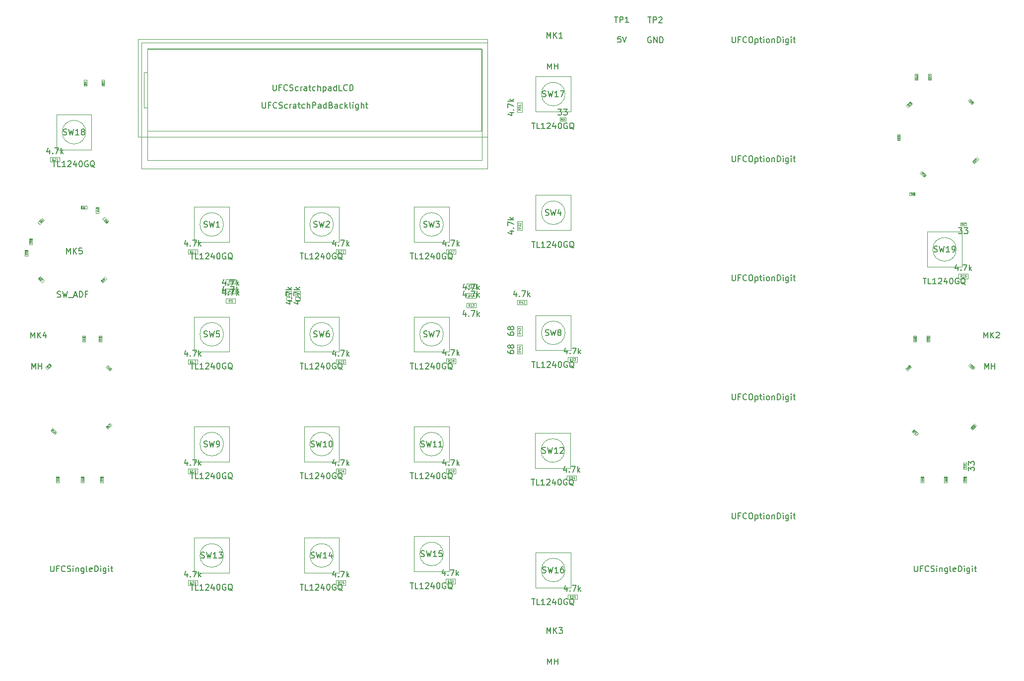
<source format=gbr>
G04 #@! TF.GenerationSoftware,KiCad,Pcbnew,(5.1.9)-1*
G04 #@! TF.CreationDate,2022-08-26T11:24:35-06:00*
G04 #@! TF.ProjectId,ufc_v5_main,7566635f-7635-45f6-9d61-696e2e6b6963,rev?*
G04 #@! TF.SameCoordinates,Original*
G04 #@! TF.FileFunction,Other,Fab,Top*
%FSLAX46Y46*%
G04 Gerber Fmt 4.6, Leading zero omitted, Abs format (unit mm)*
G04 Created by KiCad (PCBNEW (5.1.9)-1) date 2022-08-26 11:24:35*
%MOMM*%
%LPD*%
G01*
G04 APERTURE LIST*
%ADD10C,0.100000*%
%ADD11C,0.150000*%
%ADD12C,0.060000*%
%ADD13C,0.040000*%
G04 APERTURE END LIST*
D10*
X172494500Y-148706000D02*
X172494500Y-147106000D01*
X173319500Y-148706000D02*
X172494500Y-148706000D01*
X173319500Y-147106000D02*
X173319500Y-148706000D01*
X172494500Y-147106000D02*
X173319500Y-147106000D01*
X172494500Y-145594000D02*
X172494500Y-143994000D01*
X173319500Y-145594000D02*
X172494500Y-145594000D01*
X173319500Y-143994000D02*
X173319500Y-145594000D01*
X172494500Y-143994000D02*
X173319500Y-143994000D01*
X172488000Y-139492500D02*
X174088000Y-139492500D01*
X172488000Y-140317500D02*
X172488000Y-139492500D01*
X174088000Y-140317500D02*
X172488000Y-140317500D01*
X174088000Y-139492500D02*
X174088000Y-140317500D01*
X181124000Y-189784500D02*
X182724000Y-189784500D01*
X181124000Y-190609500D02*
X181124000Y-189784500D01*
X182724000Y-190609500D02*
X181124000Y-190609500D01*
X182724000Y-189784500D02*
X182724000Y-190609500D01*
X180997000Y-169464500D02*
X182597000Y-169464500D01*
X180997000Y-170289500D02*
X180997000Y-169464500D01*
X182597000Y-170289500D02*
X180997000Y-170289500D01*
X182597000Y-169464500D02*
X182597000Y-170289500D01*
X181124000Y-149271500D02*
X182724000Y-149271500D01*
X181124000Y-150096500D02*
X181124000Y-149271500D01*
X182724000Y-150096500D02*
X181124000Y-150096500D01*
X182724000Y-149271500D02*
X182724000Y-150096500D01*
X172494500Y-127624000D02*
X172494500Y-126024000D01*
X173319500Y-127624000D02*
X172494500Y-127624000D01*
X173319500Y-126024000D02*
X173319500Y-127624000D01*
X172494500Y-126024000D02*
X173319500Y-126024000D01*
X172494500Y-107431000D02*
X172494500Y-105831000D01*
X173319500Y-107431000D02*
X172494500Y-107431000D01*
X173319500Y-105831000D02*
X173319500Y-107431000D01*
X172494500Y-105831000D02*
X173319500Y-105831000D01*
X160296000Y-187117500D02*
X161896000Y-187117500D01*
X160296000Y-187942500D02*
X160296000Y-187117500D01*
X161896000Y-187942500D02*
X160296000Y-187942500D01*
X161896000Y-187117500D02*
X161896000Y-187942500D01*
X160423000Y-168321500D02*
X162023000Y-168321500D01*
X160423000Y-169146500D02*
X160423000Y-168321500D01*
X162023000Y-169146500D02*
X160423000Y-169146500D01*
X162023000Y-168321500D02*
X162023000Y-169146500D01*
X160423000Y-149525500D02*
X162023000Y-149525500D01*
X160423000Y-150350500D02*
X160423000Y-149525500D01*
X162023000Y-150350500D02*
X160423000Y-150350500D01*
X162023000Y-149525500D02*
X162023000Y-150350500D01*
X160423000Y-130856500D02*
X162023000Y-130856500D01*
X160423000Y-131681500D02*
X160423000Y-130856500D01*
X162023000Y-131681500D02*
X160423000Y-131681500D01*
X162023000Y-130856500D02*
X162023000Y-131681500D01*
X247799000Y-135047500D02*
X249399000Y-135047500D01*
X247799000Y-135872500D02*
X247799000Y-135047500D01*
X249399000Y-135872500D02*
X247799000Y-135872500D01*
X249399000Y-135047500D02*
X249399000Y-135872500D01*
X141627000Y-187371500D02*
X143227000Y-187371500D01*
X141627000Y-188196500D02*
X141627000Y-187371500D01*
X143227000Y-188196500D02*
X141627000Y-188196500D01*
X143227000Y-187371500D02*
X143227000Y-188196500D01*
X141627000Y-168321500D02*
X143227000Y-168321500D01*
X141627000Y-169146500D02*
X141627000Y-168321500D01*
X143227000Y-169146500D02*
X141627000Y-169146500D01*
X143227000Y-168321500D02*
X143227000Y-169146500D01*
X141627000Y-149652500D02*
X143227000Y-149652500D01*
X141627000Y-150477500D02*
X141627000Y-149652500D01*
X143227000Y-150477500D02*
X141627000Y-150477500D01*
X143227000Y-149652500D02*
X143227000Y-150477500D01*
X141627000Y-130856500D02*
X143227000Y-130856500D01*
X141627000Y-131681500D02*
X141627000Y-130856500D01*
X143227000Y-131681500D02*
X141627000Y-131681500D01*
X143227000Y-130856500D02*
X143227000Y-131681500D01*
X92858600Y-115108500D02*
X94458600Y-115108500D01*
X92858600Y-115933500D02*
X92858600Y-115108500D01*
X94458600Y-115933500D02*
X92858600Y-115933500D01*
X94458600Y-115108500D02*
X94458600Y-115933500D01*
X116354000Y-187371500D02*
X117954000Y-187371500D01*
X116354000Y-188196500D02*
X116354000Y-187371500D01*
X117954000Y-188196500D02*
X116354000Y-188196500D01*
X117954000Y-187371500D02*
X117954000Y-188196500D01*
X116354000Y-168321500D02*
X117954000Y-168321500D01*
X116354000Y-169146500D02*
X116354000Y-168321500D01*
X117954000Y-169146500D02*
X116354000Y-169146500D01*
X117954000Y-168321500D02*
X117954000Y-169146500D01*
X249123000Y-167320000D02*
X249123000Y-168370000D01*
X248583000Y-167320000D02*
X249123000Y-167320000D01*
X248583000Y-168370000D02*
X248583000Y-167320000D01*
X249123000Y-168370000D02*
X248583000Y-168370000D01*
X249124000Y-126840000D02*
X248074000Y-126840000D01*
X249124000Y-126300000D02*
X249124000Y-126840000D01*
X248074000Y-126300000D02*
X249124000Y-126300000D01*
X248074000Y-126840000D02*
X248074000Y-126300000D01*
X179748000Y-108393000D02*
X180798000Y-108393000D01*
X179748000Y-108933000D02*
X179748000Y-108393000D01*
X180798000Y-108933000D02*
X179748000Y-108933000D01*
X180798000Y-108393000D02*
X180798000Y-108933000D01*
X165452000Y-137523500D02*
X163852000Y-137523500D01*
X165452000Y-136698500D02*
X165452000Y-137523500D01*
X163852000Y-136698500D02*
X165452000Y-136698500D01*
X163852000Y-137523500D02*
X163852000Y-136698500D01*
X163852000Y-138349500D02*
X165452000Y-138349500D01*
X163852000Y-139174500D02*
X163852000Y-138349500D01*
X165452000Y-139174500D02*
X163852000Y-139174500D01*
X165452000Y-138349500D02*
X165452000Y-139174500D01*
X165452000Y-140825500D02*
X163852000Y-140825500D01*
X165452000Y-140000500D02*
X165452000Y-140825500D01*
X163852000Y-140000500D02*
X165452000Y-140000500D01*
X163852000Y-140825500D02*
X163852000Y-140000500D01*
X116354000Y-149652500D02*
X117954000Y-149652500D01*
X116354000Y-150477500D02*
X116354000Y-149652500D01*
X117954000Y-150477500D02*
X116354000Y-150477500D01*
X117954000Y-149652500D02*
X117954000Y-150477500D01*
X116354000Y-130856500D02*
X117954000Y-130856500D01*
X116354000Y-131681500D02*
X116354000Y-130856500D01*
X117954000Y-131681500D02*
X116354000Y-131681500D01*
X117954000Y-130856500D02*
X117954000Y-131681500D01*
X124431000Y-136761500D02*
X122831000Y-136761500D01*
X124431000Y-135936500D02*
X124431000Y-136761500D01*
X122831000Y-135936500D02*
X124431000Y-135936500D01*
X122831000Y-136761500D02*
X122831000Y-135936500D01*
X122831000Y-137587500D02*
X124431000Y-137587500D01*
X122831000Y-138412500D02*
X122831000Y-137587500D01*
X124431000Y-138412500D02*
X122831000Y-138412500D01*
X124431000Y-137587500D02*
X124431000Y-138412500D01*
X134648500Y-139562000D02*
X134648500Y-137962000D01*
X135473500Y-139562000D02*
X134648500Y-139562000D01*
X135473500Y-137962000D02*
X135473500Y-139562000D01*
X134648500Y-137962000D02*
X135473500Y-137962000D01*
X122831000Y-139238500D02*
X124431000Y-139238500D01*
X122831000Y-140063500D02*
X122831000Y-139238500D01*
X124431000Y-140063500D02*
X122831000Y-140063500D01*
X124431000Y-139238500D02*
X124431000Y-140063500D01*
X133949500Y-137962000D02*
X133949500Y-139562000D01*
X133124500Y-137962000D02*
X133949500Y-137962000D01*
X133124500Y-139562000D02*
X133124500Y-137962000D01*
X133949500Y-139562000D02*
X133124500Y-139562000D01*
X109450000Y-96643000D02*
X166450000Y-96643000D01*
X166450000Y-96643000D02*
X166450000Y-110643000D01*
X166450000Y-110643000D02*
X109450000Y-110643000D01*
X109450000Y-110643000D02*
X109450000Y-96643000D01*
X107850000Y-94974000D02*
X167450000Y-94974000D01*
X167450000Y-94974000D02*
X167450000Y-111643000D01*
X167450000Y-111643000D02*
X107850000Y-111643000D01*
X107850000Y-111643000D02*
X107850000Y-94974000D01*
X109450000Y-100643000D02*
X108850000Y-100643000D01*
X108850000Y-100643000D02*
X108850000Y-106643000D01*
X108850000Y-106643000D02*
X109450000Y-106643000D01*
X108452000Y-117065000D02*
X108452000Y-95567000D01*
X167452000Y-117065000D02*
X108452000Y-117065000D01*
X167452000Y-95567000D02*
X167452000Y-117065000D01*
X108452000Y-95567000D02*
X167452000Y-95567000D01*
X109452000Y-115647000D02*
X109452000Y-96647000D01*
X166452000Y-115647000D02*
X109452000Y-115647000D01*
X166452000Y-96647000D02*
X166452000Y-115647000D01*
X109452000Y-96647000D02*
X166452000Y-96647000D01*
X99102900Y-102716000D02*
X98602900Y-102716000D01*
X99102900Y-102816000D02*
X98602900Y-102816000D01*
X99102900Y-101916000D02*
X99102900Y-102916000D01*
X98602900Y-101916000D02*
X99102900Y-101916000D01*
X98602900Y-102916000D02*
X98602900Y-101916000D01*
X99102900Y-102916000D02*
X98602900Y-102916000D01*
X102103000Y-102716000D02*
X101603000Y-102716000D01*
X102103000Y-102816000D02*
X101603000Y-102816000D01*
X102103000Y-101916000D02*
X102103000Y-102916000D01*
X101603000Y-101916000D02*
X102103000Y-101916000D01*
X101603000Y-102916000D02*
X101603000Y-101916000D01*
X102103000Y-102916000D02*
X101603000Y-102916000D01*
X98272900Y-123976000D02*
X98272900Y-123476000D01*
X98172900Y-123976000D02*
X98172900Y-123476000D01*
X99072900Y-123976000D02*
X98072900Y-123976000D01*
X99072900Y-123476000D02*
X99072900Y-123976000D01*
X98072900Y-123476000D02*
X99072900Y-123476000D01*
X98072900Y-123976000D02*
X98072900Y-123476000D01*
X100663000Y-123906000D02*
X101163000Y-123906000D01*
X100663000Y-123806000D02*
X101163000Y-123806000D01*
X100663000Y-124706000D02*
X100663000Y-123706000D01*
X101163000Y-124706000D02*
X100663000Y-124706000D01*
X101163000Y-123706000D02*
X101163000Y-124706000D01*
X100663000Y-123706000D02*
X101163000Y-123706000D01*
X91304255Y-125701091D02*
X91657809Y-126054645D01*
X91374966Y-125630381D02*
X91728519Y-125983934D01*
X90738570Y-126266777D02*
X91445677Y-125559670D01*
X91092123Y-126620330D02*
X90738570Y-126266777D01*
X91799230Y-125913223D02*
X91092123Y-126620330D01*
X91445677Y-125559670D02*
X91799230Y-125913223D01*
X102681909Y-125951355D02*
X102328355Y-126304909D01*
X102752619Y-126022066D02*
X102399066Y-126375619D01*
X102116223Y-125385670D02*
X102823330Y-126092777D01*
X101762670Y-125739223D02*
X102116223Y-125385670D01*
X102469777Y-126446330D02*
X101762670Y-125739223D01*
X102823330Y-126092777D02*
X102469777Y-126446330D01*
X90909091Y-135981645D02*
X91262645Y-135628091D01*
X90838381Y-135910934D02*
X91191934Y-135557381D01*
X91474777Y-136547330D02*
X90767670Y-135840223D01*
X91828330Y-136193777D02*
X91474777Y-136547330D01*
X91121223Y-135486670D02*
X91828330Y-136193777D01*
X90767670Y-135840223D02*
X91121223Y-135486670D01*
X101922645Y-136435909D02*
X101569091Y-136082355D01*
X101851934Y-136506619D02*
X101498381Y-136153066D01*
X102488330Y-135870223D02*
X101781223Y-136577330D01*
X102134777Y-135516670D02*
X102488330Y-135870223D01*
X101427670Y-136223777D02*
X102134777Y-135516670D01*
X101781223Y-136577330D02*
X101427670Y-136223777D01*
X240153000Y-121166000D02*
X240153000Y-121666000D01*
X240253000Y-121166000D02*
X240253000Y-121666000D01*
X239353000Y-121166000D02*
X240353000Y-121166000D01*
X239353000Y-121666000D02*
X239353000Y-121166000D01*
X240353000Y-121666000D02*
X239353000Y-121666000D01*
X240353000Y-121166000D02*
X240353000Y-121666000D01*
X98352900Y-145866000D02*
X98852900Y-145866000D01*
X98352900Y-145766000D02*
X98852900Y-145766000D01*
X98352900Y-146666000D02*
X98352900Y-145666000D01*
X98852900Y-146666000D02*
X98352900Y-146666000D01*
X98852900Y-145666000D02*
X98852900Y-146666000D01*
X98352900Y-145666000D02*
X98852900Y-145666000D01*
X101103000Y-145851000D02*
X101603000Y-145851000D01*
X101103000Y-145751000D02*
X101603000Y-145751000D01*
X101103000Y-146651000D02*
X101103000Y-145651000D01*
X101603000Y-146651000D02*
X101103000Y-146651000D01*
X101603000Y-145651000D02*
X101603000Y-146651000D01*
X101103000Y-145651000D02*
X101603000Y-145651000D01*
X92574255Y-150466091D02*
X92927809Y-150819645D01*
X92644966Y-150395381D02*
X92998519Y-150748934D01*
X92008570Y-151031777D02*
X92715677Y-150324670D01*
X92362123Y-151385330D02*
X92008570Y-151031777D01*
X93069230Y-150678223D02*
X92362123Y-151385330D01*
X92715677Y-150324670D02*
X93069230Y-150678223D01*
X240853000Y-101716000D02*
X240353000Y-101716000D01*
X240853000Y-101816000D02*
X240353000Y-101816000D01*
X240853000Y-100916000D02*
X240853000Y-101916000D01*
X240353000Y-100916000D02*
X240853000Y-100916000D01*
X240353000Y-101916000D02*
X240353000Y-100916000D01*
X240853000Y-101916000D02*
X240353000Y-101916000D01*
X243103000Y-101716000D02*
X242603000Y-101716000D01*
X243103000Y-101816000D02*
X242603000Y-101816000D01*
X243103000Y-100916000D02*
X243103000Y-101916000D01*
X242603000Y-100916000D02*
X243103000Y-100916000D01*
X242603000Y-101916000D02*
X242603000Y-100916000D01*
X243103000Y-101916000D02*
X242603000Y-101916000D01*
X239386355Y-105762091D02*
X239739909Y-106115645D01*
X239457066Y-105691381D02*
X239810619Y-106044934D01*
X238820670Y-106327777D02*
X239527777Y-105620670D01*
X239174223Y-106681330D02*
X238820670Y-106327777D01*
X239881330Y-105974223D02*
X239174223Y-106681330D01*
X239527777Y-105620670D02*
X239881330Y-105974223D01*
X103214909Y-151144355D02*
X102861355Y-151497909D01*
X103285619Y-151215066D02*
X102932066Y-151568619D01*
X102649223Y-150578670D02*
X103356330Y-151285777D01*
X102295670Y-150932223D02*
X102649223Y-150578670D01*
X103002777Y-151639330D02*
X102295670Y-150932223D01*
X103356330Y-151285777D02*
X103002777Y-151639330D01*
X102790645Y-161403909D02*
X102437091Y-161050355D01*
X102719934Y-161474619D02*
X102366381Y-161121066D01*
X103356330Y-160838223D02*
X102649223Y-161545330D01*
X103002777Y-160484670D02*
X103356330Y-160838223D01*
X102295670Y-161191777D02*
X103002777Y-160484670D01*
X102649223Y-161545330D02*
X102295670Y-161191777D01*
X93038991Y-161868645D02*
X93392545Y-161515091D01*
X92968281Y-161797934D02*
X93321834Y-161444381D01*
X93604677Y-162434330D02*
X92897570Y-161727223D01*
X93958230Y-162080777D02*
X93604677Y-162434330D01*
X93251123Y-161373670D02*
X93958230Y-162080777D01*
X92897570Y-161727223D02*
X93251123Y-161373670D01*
X242096909Y-118072355D02*
X241743355Y-118425909D01*
X242167619Y-118143066D02*
X241814066Y-118496619D01*
X241531223Y-117506670D02*
X242238330Y-118213777D01*
X241177670Y-117860223D02*
X241531223Y-117506670D01*
X241884777Y-118567330D02*
X241177670Y-117860223D01*
X242238330Y-118213777D02*
X241884777Y-118567330D01*
X250280909Y-105678355D02*
X249927355Y-106031909D01*
X250351619Y-105749066D02*
X249998066Y-106102619D01*
X249715223Y-105112670D02*
X250422330Y-105819777D01*
X249361670Y-105466223D02*
X249715223Y-105112670D01*
X250068777Y-106173330D02*
X249361670Y-105466223D01*
X250422330Y-105819777D02*
X250068777Y-106173330D01*
X250662645Y-116065909D02*
X250309091Y-115712355D01*
X250591934Y-116136619D02*
X250238381Y-115783066D01*
X251228330Y-115500223D02*
X250521223Y-116207330D01*
X250874777Y-115146670D02*
X251228330Y-115500223D01*
X250167670Y-115853777D02*
X250874777Y-115146670D01*
X250521223Y-116207330D02*
X250167670Y-115853777D01*
X93852900Y-169866000D02*
X94352900Y-169866000D01*
X93852900Y-169766000D02*
X94352900Y-169766000D01*
X93852900Y-170666000D02*
X93852900Y-169666000D01*
X94352900Y-170666000D02*
X93852900Y-170666000D01*
X94352900Y-169666000D02*
X94352900Y-170666000D01*
X93852900Y-169666000D02*
X94352900Y-169666000D01*
X98102900Y-169866000D02*
X98602900Y-169866000D01*
X98102900Y-169766000D02*
X98602900Y-169766000D01*
X98102900Y-170666000D02*
X98102900Y-169666000D01*
X98602900Y-170666000D02*
X98102900Y-170666000D01*
X98602900Y-169666000D02*
X98602900Y-170666000D01*
X98102900Y-169666000D02*
X98602900Y-169666000D01*
X101353000Y-169866000D02*
X101853000Y-169866000D01*
X101353000Y-169766000D02*
X101853000Y-169766000D01*
X101353000Y-170666000D02*
X101353000Y-169666000D01*
X101853000Y-170666000D02*
X101353000Y-170666000D01*
X101853000Y-169666000D02*
X101853000Y-170666000D01*
X101353000Y-169666000D02*
X101853000Y-169666000D01*
X237823000Y-112039000D02*
X237323000Y-112039000D01*
X237823000Y-112139000D02*
X237323000Y-112139000D01*
X237823000Y-111239000D02*
X237823000Y-112239000D01*
X237323000Y-111239000D02*
X237823000Y-111239000D01*
X237323000Y-112239000D02*
X237323000Y-111239000D01*
X237823000Y-112239000D02*
X237323000Y-112239000D01*
X240103000Y-145866000D02*
X240603000Y-145866000D01*
X240103000Y-145766000D02*
X240603000Y-145766000D01*
X240103000Y-146666000D02*
X240103000Y-145666000D01*
X240603000Y-146666000D02*
X240103000Y-146666000D01*
X240603000Y-145666000D02*
X240603000Y-146666000D01*
X240103000Y-145666000D02*
X240603000Y-145666000D01*
X242353000Y-145866000D02*
X242853000Y-145866000D01*
X242353000Y-145766000D02*
X242853000Y-145766000D01*
X242353000Y-146666000D02*
X242353000Y-145666000D01*
X242853000Y-146666000D02*
X242353000Y-146666000D01*
X242853000Y-145666000D02*
X242853000Y-146666000D01*
X242353000Y-145666000D02*
X242853000Y-145666000D01*
X239259355Y-150720091D02*
X239612909Y-151073645D01*
X239330066Y-150649381D02*
X239683619Y-151002934D01*
X238693670Y-151285777D02*
X239400777Y-150578670D01*
X239047223Y-151639330D02*
X238693670Y-151285777D01*
X239754330Y-150932223D02*
X239047223Y-151639330D01*
X239400777Y-150578670D02*
X239754330Y-150932223D01*
X250407909Y-150890355D02*
X250054355Y-151243909D01*
X250478619Y-150961066D02*
X250125066Y-151314619D01*
X249842223Y-150324670D02*
X250549330Y-151031777D01*
X249488670Y-150678223D02*
X249842223Y-150324670D01*
X250195777Y-151385330D02*
X249488670Y-150678223D01*
X250549330Y-151031777D02*
X250195777Y-151385330D01*
X250282645Y-161555909D02*
X249929091Y-161202355D01*
X250211934Y-161626619D02*
X249858381Y-161273066D01*
X250848330Y-160990223D02*
X250141223Y-161697330D01*
X250494777Y-160636670D02*
X250848330Y-160990223D01*
X249787670Y-161343777D02*
X250494777Y-160636670D01*
X250141223Y-161697330D02*
X249787670Y-161343777D01*
X239959091Y-162081645D02*
X240312645Y-161728091D01*
X239888381Y-162010934D02*
X240241934Y-161657381D01*
X240524777Y-162647330D02*
X239817670Y-161940223D01*
X240878330Y-162293777D02*
X240524777Y-162647330D01*
X240171223Y-161586670D02*
X240878330Y-162293777D01*
X239817670Y-161940223D02*
X240171223Y-161586670D01*
X241353000Y-169866000D02*
X241853000Y-169866000D01*
X241353000Y-169766000D02*
X241853000Y-169766000D01*
X241353000Y-170666000D02*
X241353000Y-169666000D01*
X241853000Y-170666000D02*
X241353000Y-170666000D01*
X241853000Y-169666000D02*
X241853000Y-170666000D01*
X241353000Y-169666000D02*
X241853000Y-169666000D01*
X245353000Y-169866000D02*
X245853000Y-169866000D01*
X245353000Y-169766000D02*
X245853000Y-169766000D01*
X245353000Y-170666000D02*
X245353000Y-169666000D01*
X245853000Y-170666000D02*
X245353000Y-170666000D01*
X245853000Y-169666000D02*
X245853000Y-170666000D01*
X245353000Y-169666000D02*
X245853000Y-169666000D01*
X248603000Y-169866000D02*
X249103000Y-169866000D01*
X248603000Y-169766000D02*
X249103000Y-169766000D01*
X248603000Y-170666000D02*
X248603000Y-169666000D01*
X249103000Y-170666000D02*
X248603000Y-170666000D01*
X249103000Y-169666000D02*
X249103000Y-170666000D01*
X248603000Y-169666000D02*
X249103000Y-169666000D01*
X88492900Y-131156000D02*
X88992900Y-131156000D01*
X88492900Y-131056000D02*
X88992900Y-131056000D01*
X88492900Y-131956000D02*
X88492900Y-130956000D01*
X88992900Y-131956000D02*
X88492900Y-131956000D01*
X88992900Y-130956000D02*
X88992900Y-131956000D01*
X88492900Y-130956000D02*
X88992900Y-130956000D01*
X89248000Y-129217000D02*
X89748000Y-129217000D01*
X89248000Y-129117000D02*
X89748000Y-129117000D01*
X89248000Y-130017000D02*
X89248000Y-129017000D01*
X89748000Y-130017000D02*
X89248000Y-130017000D01*
X89748000Y-129017000D02*
X89748000Y-130017000D01*
X89248000Y-129017000D02*
X89748000Y-129017000D01*
X122413564Y-126616000D02*
G75*
G03*
X122413564Y-126616000I-2015564J0D01*
G01*
X117398000Y-123616000D02*
X120398000Y-123616000D01*
X117398000Y-129616000D02*
X117398000Y-123616000D01*
X123398000Y-129616000D02*
X117398000Y-129616000D01*
X123398000Y-123616000D02*
X123398000Y-129616000D01*
X120398000Y-123616000D02*
X123398000Y-123616000D01*
X139148000Y-123616000D02*
X142148000Y-123616000D01*
X142148000Y-123616000D02*
X142148000Y-129616000D01*
X142148000Y-129616000D02*
X136148000Y-129616000D01*
X136148000Y-129616000D02*
X136148000Y-123616000D01*
X136148000Y-123616000D02*
X139148000Y-123616000D01*
X141163564Y-126616000D02*
G75*
G03*
X141163564Y-126616000I-2015564J0D01*
G01*
X159913564Y-126616000D02*
G75*
G03*
X159913564Y-126616000I-2015564J0D01*
G01*
X154898000Y-123616000D02*
X157898000Y-123616000D01*
X154898000Y-129616000D02*
X154898000Y-123616000D01*
X160898000Y-129616000D02*
X154898000Y-129616000D01*
X160898000Y-123616000D02*
X160898000Y-129616000D01*
X157898000Y-123616000D02*
X160898000Y-123616000D01*
X180663564Y-124616000D02*
G75*
G03*
X180663564Y-124616000I-2015564J0D01*
G01*
X175648000Y-121616000D02*
X178648000Y-121616000D01*
X175648000Y-127616000D02*
X175648000Y-121616000D01*
X181648000Y-127616000D02*
X175648000Y-127616000D01*
X181648000Y-121616000D02*
X181648000Y-127616000D01*
X178648000Y-121616000D02*
X181648000Y-121616000D01*
X120398000Y-142366000D02*
X123398000Y-142366000D01*
X123398000Y-142366000D02*
X123398000Y-148366000D01*
X123398000Y-148366000D02*
X117398000Y-148366000D01*
X117398000Y-148366000D02*
X117398000Y-142366000D01*
X117398000Y-142366000D02*
X120398000Y-142366000D01*
X122413564Y-145366000D02*
G75*
G03*
X122413564Y-145366000I-2015564J0D01*
G01*
X141163564Y-145366000D02*
G75*
G03*
X141163564Y-145366000I-2015564J0D01*
G01*
X136148000Y-142366000D02*
X139148000Y-142366000D01*
X136148000Y-148366000D02*
X136148000Y-142366000D01*
X142148000Y-148366000D02*
X136148000Y-148366000D01*
X142148000Y-142366000D02*
X142148000Y-148366000D01*
X139148000Y-142366000D02*
X142148000Y-142366000D01*
X157898000Y-142366000D02*
X160898000Y-142366000D01*
X160898000Y-142366000D02*
X160898000Y-148366000D01*
X160898000Y-148366000D02*
X154898000Y-148366000D01*
X154898000Y-148366000D02*
X154898000Y-142366000D01*
X154898000Y-142366000D02*
X157898000Y-142366000D01*
X159913564Y-145366000D02*
G75*
G03*
X159913564Y-145366000I-2015564J0D01*
G01*
X180663564Y-145116000D02*
G75*
G03*
X180663564Y-145116000I-2015564J0D01*
G01*
X175648000Y-142116000D02*
X178648000Y-142116000D01*
X175648000Y-148116000D02*
X175648000Y-142116000D01*
X181648000Y-148116000D02*
X175648000Y-148116000D01*
X181648000Y-142116000D02*
X181648000Y-148116000D01*
X178648000Y-142116000D02*
X181648000Y-142116000D01*
X122413564Y-164116000D02*
G75*
G03*
X122413564Y-164116000I-2015564J0D01*
G01*
X117398000Y-161116000D02*
X120398000Y-161116000D01*
X117398000Y-167116000D02*
X117398000Y-161116000D01*
X123398000Y-167116000D02*
X117398000Y-167116000D01*
X123398000Y-161116000D02*
X123398000Y-167116000D01*
X120398000Y-161116000D02*
X123398000Y-161116000D01*
X139148000Y-161116000D02*
X142148000Y-161116000D01*
X142148000Y-161116000D02*
X142148000Y-167116000D01*
X142148000Y-167116000D02*
X136148000Y-167116000D01*
X136148000Y-167116000D02*
X136148000Y-161116000D01*
X136148000Y-161116000D02*
X139148000Y-161116000D01*
X141163564Y-164116000D02*
G75*
G03*
X141163564Y-164116000I-2015564J0D01*
G01*
X159913564Y-164116000D02*
G75*
G03*
X159913564Y-164116000I-2015564J0D01*
G01*
X154898000Y-161116000D02*
X157898000Y-161116000D01*
X154898000Y-167116000D02*
X154898000Y-161116000D01*
X160898000Y-167116000D02*
X154898000Y-167116000D01*
X160898000Y-161116000D02*
X160898000Y-167116000D01*
X157898000Y-161116000D02*
X160898000Y-161116000D01*
X180595564Y-165206000D02*
G75*
G03*
X180595564Y-165206000I-2015564J0D01*
G01*
X175580000Y-162206000D02*
X178580000Y-162206000D01*
X175580000Y-168206000D02*
X175580000Y-162206000D01*
X181580000Y-168206000D02*
X175580000Y-168206000D01*
X181580000Y-162206000D02*
X181580000Y-168206000D01*
X178580000Y-162206000D02*
X181580000Y-162206000D01*
X120398000Y-180116000D02*
X123398000Y-180116000D01*
X123398000Y-180116000D02*
X123398000Y-186116000D01*
X123398000Y-186116000D02*
X117398000Y-186116000D01*
X117398000Y-186116000D02*
X117398000Y-180116000D01*
X117398000Y-180116000D02*
X120398000Y-180116000D01*
X122413564Y-183116000D02*
G75*
G03*
X122413564Y-183116000I-2015564J0D01*
G01*
X139148000Y-180116000D02*
X142148000Y-180116000D01*
X142148000Y-180116000D02*
X142148000Y-186116000D01*
X142148000Y-186116000D02*
X136148000Y-186116000D01*
X136148000Y-186116000D02*
X136148000Y-180116000D01*
X136148000Y-180116000D02*
X139148000Y-180116000D01*
X141163564Y-183116000D02*
G75*
G03*
X141163564Y-183116000I-2015564J0D01*
G01*
X157898000Y-179866000D02*
X160898000Y-179866000D01*
X160898000Y-179866000D02*
X160898000Y-185866000D01*
X160898000Y-185866000D02*
X154898000Y-185866000D01*
X154898000Y-185866000D02*
X154898000Y-179866000D01*
X154898000Y-179866000D02*
X157898000Y-179866000D01*
X159913564Y-182866000D02*
G75*
G03*
X159913564Y-182866000I-2015564J0D01*
G01*
X180663564Y-185616000D02*
G75*
G03*
X180663564Y-185616000I-2015564J0D01*
G01*
X175648000Y-182616000D02*
X178648000Y-182616000D01*
X175648000Y-188616000D02*
X175648000Y-182616000D01*
X181648000Y-188616000D02*
X175648000Y-188616000D01*
X181648000Y-182616000D02*
X181648000Y-188616000D01*
X178648000Y-182616000D02*
X181648000Y-182616000D01*
X178648000Y-101366000D02*
X181648000Y-101366000D01*
X181648000Y-101366000D02*
X181648000Y-107366000D01*
X181648000Y-107366000D02*
X175648000Y-107366000D01*
X175648000Y-107366000D02*
X175648000Y-101366000D01*
X175648000Y-101366000D02*
X178648000Y-101366000D01*
X180663564Y-104366000D02*
G75*
G03*
X180663564Y-104366000I-2015564J0D01*
G01*
X96898000Y-107866000D02*
X99898000Y-107866000D01*
X99898000Y-107866000D02*
X99898000Y-113866000D01*
X99898000Y-113866000D02*
X93898000Y-113866000D01*
X93898000Y-113866000D02*
X93898000Y-107866000D01*
X93898000Y-107866000D02*
X96898000Y-107866000D01*
X98913564Y-110866000D02*
G75*
G03*
X98913564Y-110866000I-2015564J0D01*
G01*
X247413564Y-130866000D02*
G75*
G03*
X247413564Y-130866000I-2015564J0D01*
G01*
X242398000Y-127866000D02*
X245398000Y-127866000D01*
X242398000Y-133866000D02*
X242398000Y-127866000D01*
X248398000Y-133866000D02*
X242398000Y-133866000D01*
X248398000Y-127866000D02*
X248398000Y-133866000D01*
X245398000Y-127866000D02*
X248398000Y-127866000D01*
D11*
X170929380Y-148191714D02*
X170929380Y-148382190D01*
X170977000Y-148477428D01*
X171024619Y-148525047D01*
X171167476Y-148620285D01*
X171357952Y-148667904D01*
X171738904Y-148667904D01*
X171834142Y-148620285D01*
X171881761Y-148572666D01*
X171929380Y-148477428D01*
X171929380Y-148286952D01*
X171881761Y-148191714D01*
X171834142Y-148144095D01*
X171738904Y-148096476D01*
X171500809Y-148096476D01*
X171405571Y-148144095D01*
X171357952Y-148191714D01*
X171310333Y-148286952D01*
X171310333Y-148477428D01*
X171357952Y-148572666D01*
X171405571Y-148620285D01*
X171500809Y-148667904D01*
X171357952Y-147525047D02*
X171310333Y-147620285D01*
X171262714Y-147667904D01*
X171167476Y-147715523D01*
X171119857Y-147715523D01*
X171024619Y-147667904D01*
X170977000Y-147620285D01*
X170929380Y-147525047D01*
X170929380Y-147334571D01*
X170977000Y-147239333D01*
X171024619Y-147191714D01*
X171119857Y-147144095D01*
X171167476Y-147144095D01*
X171262714Y-147191714D01*
X171310333Y-147239333D01*
X171357952Y-147334571D01*
X171357952Y-147525047D01*
X171405571Y-147620285D01*
X171453190Y-147667904D01*
X171548428Y-147715523D01*
X171738904Y-147715523D01*
X171834142Y-147667904D01*
X171881761Y-147620285D01*
X171929380Y-147525047D01*
X171929380Y-147334571D01*
X171881761Y-147239333D01*
X171834142Y-147191714D01*
X171738904Y-147144095D01*
X171548428Y-147144095D01*
X171453190Y-147191714D01*
X171405571Y-147239333D01*
X171357952Y-147334571D01*
D12*
X173087952Y-148163142D02*
X172897476Y-148296476D01*
X173087952Y-148391714D02*
X172687952Y-148391714D01*
X172687952Y-148239333D01*
X172707000Y-148201238D01*
X172726047Y-148182190D01*
X172764142Y-148163142D01*
X172821285Y-148163142D01*
X172859380Y-148182190D01*
X172878428Y-148201238D01*
X172897476Y-148239333D01*
X172897476Y-148391714D01*
X172821285Y-147820285D02*
X173087952Y-147820285D01*
X172668904Y-147915523D02*
X172954619Y-148010761D01*
X172954619Y-147763142D01*
X172821285Y-147439333D02*
X173087952Y-147439333D01*
X172668904Y-147534571D02*
X172954619Y-147629809D01*
X172954619Y-147382190D01*
D11*
X170929380Y-145079714D02*
X170929380Y-145270190D01*
X170977000Y-145365428D01*
X171024619Y-145413047D01*
X171167476Y-145508285D01*
X171357952Y-145555904D01*
X171738904Y-145555904D01*
X171834142Y-145508285D01*
X171881761Y-145460666D01*
X171929380Y-145365428D01*
X171929380Y-145174952D01*
X171881761Y-145079714D01*
X171834142Y-145032095D01*
X171738904Y-144984476D01*
X171500809Y-144984476D01*
X171405571Y-145032095D01*
X171357952Y-145079714D01*
X171310333Y-145174952D01*
X171310333Y-145365428D01*
X171357952Y-145460666D01*
X171405571Y-145508285D01*
X171500809Y-145555904D01*
X171357952Y-144413047D02*
X171310333Y-144508285D01*
X171262714Y-144555904D01*
X171167476Y-144603523D01*
X171119857Y-144603523D01*
X171024619Y-144555904D01*
X170977000Y-144508285D01*
X170929380Y-144413047D01*
X170929380Y-144222571D01*
X170977000Y-144127333D01*
X171024619Y-144079714D01*
X171119857Y-144032095D01*
X171167476Y-144032095D01*
X171262714Y-144079714D01*
X171310333Y-144127333D01*
X171357952Y-144222571D01*
X171357952Y-144413047D01*
X171405571Y-144508285D01*
X171453190Y-144555904D01*
X171548428Y-144603523D01*
X171738904Y-144603523D01*
X171834142Y-144555904D01*
X171881761Y-144508285D01*
X171929380Y-144413047D01*
X171929380Y-144222571D01*
X171881761Y-144127333D01*
X171834142Y-144079714D01*
X171738904Y-144032095D01*
X171548428Y-144032095D01*
X171453190Y-144079714D01*
X171405571Y-144127333D01*
X171357952Y-144222571D01*
D12*
X173087952Y-145051142D02*
X172897476Y-145184476D01*
X173087952Y-145279714D02*
X172687952Y-145279714D01*
X172687952Y-145127333D01*
X172707000Y-145089238D01*
X172726047Y-145070190D01*
X172764142Y-145051142D01*
X172821285Y-145051142D01*
X172859380Y-145070190D01*
X172878428Y-145089238D01*
X172897476Y-145127333D01*
X172897476Y-145279714D01*
X172821285Y-144708285D02*
X173087952Y-144708285D01*
X172668904Y-144803523D02*
X172954619Y-144898761D01*
X172954619Y-144651142D01*
X172687952Y-144536857D02*
X172687952Y-144289238D01*
X172840333Y-144422571D01*
X172840333Y-144365428D01*
X172859380Y-144327333D01*
X172878428Y-144308285D01*
X172916523Y-144289238D01*
X173011761Y-144289238D01*
X173049857Y-144308285D01*
X173068904Y-144327333D01*
X173087952Y-144365428D01*
X173087952Y-144479714D01*
X173068904Y-144517809D01*
X173049857Y-144536857D01*
D11*
X172359428Y-138260714D02*
X172359428Y-138927380D01*
X172121333Y-137879761D02*
X171883238Y-138594047D01*
X172502285Y-138594047D01*
X172883238Y-138832142D02*
X172930857Y-138879761D01*
X172883238Y-138927380D01*
X172835619Y-138879761D01*
X172883238Y-138832142D01*
X172883238Y-138927380D01*
X173264190Y-137927380D02*
X173930857Y-137927380D01*
X173502285Y-138927380D01*
X174311809Y-138927380D02*
X174311809Y-137927380D01*
X174407047Y-138546428D02*
X174692761Y-138927380D01*
X174692761Y-138260714D02*
X174311809Y-138641666D01*
D12*
X173030857Y-140085952D02*
X172897523Y-139895476D01*
X172802285Y-140085952D02*
X172802285Y-139685952D01*
X172954666Y-139685952D01*
X172992761Y-139705000D01*
X173011809Y-139724047D01*
X173030857Y-139762142D01*
X173030857Y-139819285D01*
X173011809Y-139857380D01*
X172992761Y-139876428D01*
X172954666Y-139895476D01*
X172802285Y-139895476D01*
X173373714Y-139819285D02*
X173373714Y-140085952D01*
X173278476Y-139666904D02*
X173183238Y-139952619D01*
X173430857Y-139952619D01*
X173564190Y-139724047D02*
X173583238Y-139705000D01*
X173621333Y-139685952D01*
X173716571Y-139685952D01*
X173754666Y-139705000D01*
X173773714Y-139724047D01*
X173792761Y-139762142D01*
X173792761Y-139800238D01*
X173773714Y-139857380D01*
X173545142Y-140085952D01*
X173792761Y-140085952D01*
D11*
X180995428Y-188552714D02*
X180995428Y-189219380D01*
X180757333Y-188171761D02*
X180519238Y-188886047D01*
X181138285Y-188886047D01*
X181519238Y-189124142D02*
X181566857Y-189171761D01*
X181519238Y-189219380D01*
X181471619Y-189171761D01*
X181519238Y-189124142D01*
X181519238Y-189219380D01*
X181900190Y-188219380D02*
X182566857Y-188219380D01*
X182138285Y-189219380D01*
X182947809Y-189219380D02*
X182947809Y-188219380D01*
X183043047Y-188838428D02*
X183328761Y-189219380D01*
X183328761Y-188552714D02*
X182947809Y-188933666D01*
D12*
X181666857Y-190377952D02*
X181533523Y-190187476D01*
X181438285Y-190377952D02*
X181438285Y-189977952D01*
X181590666Y-189977952D01*
X181628761Y-189997000D01*
X181647809Y-190016047D01*
X181666857Y-190054142D01*
X181666857Y-190111285D01*
X181647809Y-190149380D01*
X181628761Y-190168428D01*
X181590666Y-190187476D01*
X181438285Y-190187476D01*
X181800190Y-189977952D02*
X182047809Y-189977952D01*
X181914476Y-190130333D01*
X181971619Y-190130333D01*
X182009714Y-190149380D01*
X182028761Y-190168428D01*
X182047809Y-190206523D01*
X182047809Y-190301761D01*
X182028761Y-190339857D01*
X182009714Y-190358904D01*
X181971619Y-190377952D01*
X181857333Y-190377952D01*
X181819238Y-190358904D01*
X181800190Y-190339857D01*
X182409714Y-189977952D02*
X182219238Y-189977952D01*
X182200190Y-190168428D01*
X182219238Y-190149380D01*
X182257333Y-190130333D01*
X182352571Y-190130333D01*
X182390666Y-190149380D01*
X182409714Y-190168428D01*
X182428761Y-190206523D01*
X182428761Y-190301761D01*
X182409714Y-190339857D01*
X182390666Y-190358904D01*
X182352571Y-190377952D01*
X182257333Y-190377952D01*
X182219238Y-190358904D01*
X182200190Y-190339857D01*
D11*
X180868428Y-168232714D02*
X180868428Y-168899380D01*
X180630333Y-167851761D02*
X180392238Y-168566047D01*
X181011285Y-168566047D01*
X181392238Y-168804142D02*
X181439857Y-168851761D01*
X181392238Y-168899380D01*
X181344619Y-168851761D01*
X181392238Y-168804142D01*
X181392238Y-168899380D01*
X181773190Y-167899380D02*
X182439857Y-167899380D01*
X182011285Y-168899380D01*
X182820809Y-168899380D02*
X182820809Y-167899380D01*
X182916047Y-168518428D02*
X183201761Y-168899380D01*
X183201761Y-168232714D02*
X182820809Y-168613666D01*
D12*
X181539857Y-170057952D02*
X181406523Y-169867476D01*
X181311285Y-170057952D02*
X181311285Y-169657952D01*
X181463666Y-169657952D01*
X181501761Y-169677000D01*
X181520809Y-169696047D01*
X181539857Y-169734142D01*
X181539857Y-169791285D01*
X181520809Y-169829380D01*
X181501761Y-169848428D01*
X181463666Y-169867476D01*
X181311285Y-169867476D01*
X181673190Y-169657952D02*
X181920809Y-169657952D01*
X181787476Y-169810333D01*
X181844619Y-169810333D01*
X181882714Y-169829380D01*
X181901761Y-169848428D01*
X181920809Y-169886523D01*
X181920809Y-169981761D01*
X181901761Y-170019857D01*
X181882714Y-170038904D01*
X181844619Y-170057952D01*
X181730333Y-170057952D01*
X181692238Y-170038904D01*
X181673190Y-170019857D01*
X182263666Y-169791285D02*
X182263666Y-170057952D01*
X182168428Y-169638904D02*
X182073190Y-169924619D01*
X182320809Y-169924619D01*
D11*
X180995428Y-148039714D02*
X180995428Y-148706380D01*
X180757333Y-147658761D02*
X180519238Y-148373047D01*
X181138285Y-148373047D01*
X181519238Y-148611142D02*
X181566857Y-148658761D01*
X181519238Y-148706380D01*
X181471619Y-148658761D01*
X181519238Y-148611142D01*
X181519238Y-148706380D01*
X181900190Y-147706380D02*
X182566857Y-147706380D01*
X182138285Y-148706380D01*
X182947809Y-148706380D02*
X182947809Y-147706380D01*
X183043047Y-148325428D02*
X183328761Y-148706380D01*
X183328761Y-148039714D02*
X182947809Y-148420666D01*
D12*
X181666857Y-149864952D02*
X181533523Y-149674476D01*
X181438285Y-149864952D02*
X181438285Y-149464952D01*
X181590666Y-149464952D01*
X181628761Y-149484000D01*
X181647809Y-149503047D01*
X181666857Y-149541142D01*
X181666857Y-149598285D01*
X181647809Y-149636380D01*
X181628761Y-149655428D01*
X181590666Y-149674476D01*
X181438285Y-149674476D01*
X181800190Y-149464952D02*
X182047809Y-149464952D01*
X181914476Y-149617333D01*
X181971619Y-149617333D01*
X182009714Y-149636380D01*
X182028761Y-149655428D01*
X182047809Y-149693523D01*
X182047809Y-149788761D01*
X182028761Y-149826857D01*
X182009714Y-149845904D01*
X181971619Y-149864952D01*
X181857333Y-149864952D01*
X181819238Y-149845904D01*
X181800190Y-149826857D01*
X182181142Y-149464952D02*
X182428761Y-149464952D01*
X182295428Y-149617333D01*
X182352571Y-149617333D01*
X182390666Y-149636380D01*
X182409714Y-149655428D01*
X182428761Y-149693523D01*
X182428761Y-149788761D01*
X182409714Y-149826857D01*
X182390666Y-149845904D01*
X182352571Y-149864952D01*
X182238285Y-149864952D01*
X182200190Y-149845904D01*
X182181142Y-149826857D01*
D11*
X171262714Y-127752571D02*
X171929380Y-127752571D01*
X170881761Y-127990666D02*
X171596047Y-128228761D01*
X171596047Y-127609714D01*
X171834142Y-127228761D02*
X171881761Y-127181142D01*
X171929380Y-127228761D01*
X171881761Y-127276380D01*
X171834142Y-127228761D01*
X171929380Y-127228761D01*
X170929380Y-126847809D02*
X170929380Y-126181142D01*
X171929380Y-126609714D01*
X171929380Y-125800190D02*
X170929380Y-125800190D01*
X171548428Y-125704952D02*
X171929380Y-125419238D01*
X171262714Y-125419238D02*
X171643666Y-125800190D01*
D12*
X173087952Y-127081142D02*
X172897476Y-127214476D01*
X173087952Y-127309714D02*
X172687952Y-127309714D01*
X172687952Y-127157333D01*
X172707000Y-127119238D01*
X172726047Y-127100190D01*
X172764142Y-127081142D01*
X172821285Y-127081142D01*
X172859380Y-127100190D01*
X172878428Y-127119238D01*
X172897476Y-127157333D01*
X172897476Y-127309714D01*
X172687952Y-126947809D02*
X172687952Y-126700190D01*
X172840333Y-126833523D01*
X172840333Y-126776380D01*
X172859380Y-126738285D01*
X172878428Y-126719238D01*
X172916523Y-126700190D01*
X173011761Y-126700190D01*
X173049857Y-126719238D01*
X173068904Y-126738285D01*
X173087952Y-126776380D01*
X173087952Y-126890666D01*
X173068904Y-126928761D01*
X173049857Y-126947809D01*
X172726047Y-126547809D02*
X172707000Y-126528761D01*
X172687952Y-126490666D01*
X172687952Y-126395428D01*
X172707000Y-126357333D01*
X172726047Y-126338285D01*
X172764142Y-126319238D01*
X172802238Y-126319238D01*
X172859380Y-126338285D01*
X173087952Y-126566857D01*
X173087952Y-126319238D01*
D11*
X171262714Y-107559571D02*
X171929380Y-107559571D01*
X170881761Y-107797666D02*
X171596047Y-108035761D01*
X171596047Y-107416714D01*
X171834142Y-107035761D02*
X171881761Y-106988142D01*
X171929380Y-107035761D01*
X171881761Y-107083380D01*
X171834142Y-107035761D01*
X171929380Y-107035761D01*
X170929380Y-106654809D02*
X170929380Y-105988142D01*
X171929380Y-106416714D01*
X171929380Y-105607190D02*
X170929380Y-105607190D01*
X171548428Y-105511952D02*
X171929380Y-105226238D01*
X171262714Y-105226238D02*
X171643666Y-105607190D01*
D12*
X173087952Y-106888142D02*
X172897476Y-107021476D01*
X173087952Y-107116714D02*
X172687952Y-107116714D01*
X172687952Y-106964333D01*
X172707000Y-106926238D01*
X172726047Y-106907190D01*
X172764142Y-106888142D01*
X172821285Y-106888142D01*
X172859380Y-106907190D01*
X172878428Y-106926238D01*
X172897476Y-106964333D01*
X172897476Y-107116714D01*
X172687952Y-106754809D02*
X172687952Y-106507190D01*
X172840333Y-106640523D01*
X172840333Y-106583380D01*
X172859380Y-106545285D01*
X172878428Y-106526238D01*
X172916523Y-106507190D01*
X173011761Y-106507190D01*
X173049857Y-106526238D01*
X173068904Y-106545285D01*
X173087952Y-106583380D01*
X173087952Y-106697666D01*
X173068904Y-106735761D01*
X173049857Y-106754809D01*
X173087952Y-106126238D02*
X173087952Y-106354809D01*
X173087952Y-106240523D02*
X172687952Y-106240523D01*
X172745095Y-106278619D01*
X172783190Y-106316714D01*
X172802238Y-106354809D01*
D11*
X160167428Y-185885714D02*
X160167428Y-186552380D01*
X159929333Y-185504761D02*
X159691238Y-186219047D01*
X160310285Y-186219047D01*
X160691238Y-186457142D02*
X160738857Y-186504761D01*
X160691238Y-186552380D01*
X160643619Y-186504761D01*
X160691238Y-186457142D01*
X160691238Y-186552380D01*
X161072190Y-185552380D02*
X161738857Y-185552380D01*
X161310285Y-186552380D01*
X162119809Y-186552380D02*
X162119809Y-185552380D01*
X162215047Y-186171428D02*
X162500761Y-186552380D01*
X162500761Y-185885714D02*
X162119809Y-186266666D01*
D12*
X160838857Y-187710952D02*
X160705523Y-187520476D01*
X160610285Y-187710952D02*
X160610285Y-187310952D01*
X160762666Y-187310952D01*
X160800761Y-187330000D01*
X160819809Y-187349047D01*
X160838857Y-187387142D01*
X160838857Y-187444285D01*
X160819809Y-187482380D01*
X160800761Y-187501428D01*
X160762666Y-187520476D01*
X160610285Y-187520476D01*
X160972190Y-187310952D02*
X161219809Y-187310952D01*
X161086476Y-187463333D01*
X161143619Y-187463333D01*
X161181714Y-187482380D01*
X161200761Y-187501428D01*
X161219809Y-187539523D01*
X161219809Y-187634761D01*
X161200761Y-187672857D01*
X161181714Y-187691904D01*
X161143619Y-187710952D01*
X161029333Y-187710952D01*
X160991238Y-187691904D01*
X160972190Y-187672857D01*
X161467428Y-187310952D02*
X161505523Y-187310952D01*
X161543619Y-187330000D01*
X161562666Y-187349047D01*
X161581714Y-187387142D01*
X161600761Y-187463333D01*
X161600761Y-187558571D01*
X161581714Y-187634761D01*
X161562666Y-187672857D01*
X161543619Y-187691904D01*
X161505523Y-187710952D01*
X161467428Y-187710952D01*
X161429333Y-187691904D01*
X161410285Y-187672857D01*
X161391238Y-187634761D01*
X161372190Y-187558571D01*
X161372190Y-187463333D01*
X161391238Y-187387142D01*
X161410285Y-187349047D01*
X161429333Y-187330000D01*
X161467428Y-187310952D01*
D11*
X160294428Y-167089714D02*
X160294428Y-167756380D01*
X160056333Y-166708761D02*
X159818238Y-167423047D01*
X160437285Y-167423047D01*
X160818238Y-167661142D02*
X160865857Y-167708761D01*
X160818238Y-167756380D01*
X160770619Y-167708761D01*
X160818238Y-167661142D01*
X160818238Y-167756380D01*
X161199190Y-166756380D02*
X161865857Y-166756380D01*
X161437285Y-167756380D01*
X162246809Y-167756380D02*
X162246809Y-166756380D01*
X162342047Y-167375428D02*
X162627761Y-167756380D01*
X162627761Y-167089714D02*
X162246809Y-167470666D01*
D12*
X160965857Y-168914952D02*
X160832523Y-168724476D01*
X160737285Y-168914952D02*
X160737285Y-168514952D01*
X160889666Y-168514952D01*
X160927761Y-168534000D01*
X160946809Y-168553047D01*
X160965857Y-168591142D01*
X160965857Y-168648285D01*
X160946809Y-168686380D01*
X160927761Y-168705428D01*
X160889666Y-168724476D01*
X160737285Y-168724476D01*
X161118238Y-168553047D02*
X161137285Y-168534000D01*
X161175380Y-168514952D01*
X161270619Y-168514952D01*
X161308714Y-168534000D01*
X161327761Y-168553047D01*
X161346809Y-168591142D01*
X161346809Y-168629238D01*
X161327761Y-168686380D01*
X161099190Y-168914952D01*
X161346809Y-168914952D01*
X161537285Y-168914952D02*
X161613476Y-168914952D01*
X161651571Y-168895904D01*
X161670619Y-168876857D01*
X161708714Y-168819714D01*
X161727761Y-168743523D01*
X161727761Y-168591142D01*
X161708714Y-168553047D01*
X161689666Y-168534000D01*
X161651571Y-168514952D01*
X161575380Y-168514952D01*
X161537285Y-168534000D01*
X161518238Y-168553047D01*
X161499190Y-168591142D01*
X161499190Y-168686380D01*
X161518238Y-168724476D01*
X161537285Y-168743523D01*
X161575380Y-168762571D01*
X161651571Y-168762571D01*
X161689666Y-168743523D01*
X161708714Y-168724476D01*
X161727761Y-168686380D01*
D11*
X160294428Y-148293714D02*
X160294428Y-148960380D01*
X160056333Y-147912761D02*
X159818238Y-148627047D01*
X160437285Y-148627047D01*
X160818238Y-148865142D02*
X160865857Y-148912761D01*
X160818238Y-148960380D01*
X160770619Y-148912761D01*
X160818238Y-148865142D01*
X160818238Y-148960380D01*
X161199190Y-147960380D02*
X161865857Y-147960380D01*
X161437285Y-148960380D01*
X162246809Y-148960380D02*
X162246809Y-147960380D01*
X162342047Y-148579428D02*
X162627761Y-148960380D01*
X162627761Y-148293714D02*
X162246809Y-148674666D01*
D12*
X160965857Y-150118952D02*
X160832523Y-149928476D01*
X160737285Y-150118952D02*
X160737285Y-149718952D01*
X160889666Y-149718952D01*
X160927761Y-149738000D01*
X160946809Y-149757047D01*
X160965857Y-149795142D01*
X160965857Y-149852285D01*
X160946809Y-149890380D01*
X160927761Y-149909428D01*
X160889666Y-149928476D01*
X160737285Y-149928476D01*
X161118238Y-149757047D02*
X161137285Y-149738000D01*
X161175380Y-149718952D01*
X161270619Y-149718952D01*
X161308714Y-149738000D01*
X161327761Y-149757047D01*
X161346809Y-149795142D01*
X161346809Y-149833238D01*
X161327761Y-149890380D01*
X161099190Y-150118952D01*
X161346809Y-150118952D01*
X161575380Y-149890380D02*
X161537285Y-149871333D01*
X161518238Y-149852285D01*
X161499190Y-149814190D01*
X161499190Y-149795142D01*
X161518238Y-149757047D01*
X161537285Y-149738000D01*
X161575380Y-149718952D01*
X161651571Y-149718952D01*
X161689666Y-149738000D01*
X161708714Y-149757047D01*
X161727761Y-149795142D01*
X161727761Y-149814190D01*
X161708714Y-149852285D01*
X161689666Y-149871333D01*
X161651571Y-149890380D01*
X161575380Y-149890380D01*
X161537285Y-149909428D01*
X161518238Y-149928476D01*
X161499190Y-149966571D01*
X161499190Y-150042761D01*
X161518238Y-150080857D01*
X161537285Y-150099904D01*
X161575380Y-150118952D01*
X161651571Y-150118952D01*
X161689666Y-150099904D01*
X161708714Y-150080857D01*
X161727761Y-150042761D01*
X161727761Y-149966571D01*
X161708714Y-149928476D01*
X161689666Y-149909428D01*
X161651571Y-149890380D01*
D11*
X160294428Y-129624714D02*
X160294428Y-130291380D01*
X160056333Y-129243761D02*
X159818238Y-129958047D01*
X160437285Y-129958047D01*
X160818238Y-130196142D02*
X160865857Y-130243761D01*
X160818238Y-130291380D01*
X160770619Y-130243761D01*
X160818238Y-130196142D01*
X160818238Y-130291380D01*
X161199190Y-129291380D02*
X161865857Y-129291380D01*
X161437285Y-130291380D01*
X162246809Y-130291380D02*
X162246809Y-129291380D01*
X162342047Y-129910428D02*
X162627761Y-130291380D01*
X162627761Y-129624714D02*
X162246809Y-130005666D01*
D12*
X160965857Y-131449952D02*
X160832523Y-131259476D01*
X160737285Y-131449952D02*
X160737285Y-131049952D01*
X160889666Y-131049952D01*
X160927761Y-131069000D01*
X160946809Y-131088047D01*
X160965857Y-131126142D01*
X160965857Y-131183285D01*
X160946809Y-131221380D01*
X160927761Y-131240428D01*
X160889666Y-131259476D01*
X160737285Y-131259476D01*
X161118238Y-131088047D02*
X161137285Y-131069000D01*
X161175380Y-131049952D01*
X161270619Y-131049952D01*
X161308714Y-131069000D01*
X161327761Y-131088047D01*
X161346809Y-131126142D01*
X161346809Y-131164238D01*
X161327761Y-131221380D01*
X161099190Y-131449952D01*
X161346809Y-131449952D01*
X161480142Y-131049952D02*
X161746809Y-131049952D01*
X161575380Y-131449952D01*
D11*
X247670428Y-133815714D02*
X247670428Y-134482380D01*
X247432333Y-133434761D02*
X247194238Y-134149047D01*
X247813285Y-134149047D01*
X248194238Y-134387142D02*
X248241857Y-134434761D01*
X248194238Y-134482380D01*
X248146619Y-134434761D01*
X248194238Y-134387142D01*
X248194238Y-134482380D01*
X248575190Y-133482380D02*
X249241857Y-133482380D01*
X248813285Y-134482380D01*
X249622809Y-134482380D02*
X249622809Y-133482380D01*
X249718047Y-134101428D02*
X250003761Y-134482380D01*
X250003761Y-133815714D02*
X249622809Y-134196666D01*
D12*
X248341857Y-135640952D02*
X248208523Y-135450476D01*
X248113285Y-135640952D02*
X248113285Y-135240952D01*
X248265666Y-135240952D01*
X248303761Y-135260000D01*
X248322809Y-135279047D01*
X248341857Y-135317142D01*
X248341857Y-135374285D01*
X248322809Y-135412380D01*
X248303761Y-135431428D01*
X248265666Y-135450476D01*
X248113285Y-135450476D01*
X248494238Y-135279047D02*
X248513285Y-135260000D01*
X248551380Y-135240952D01*
X248646619Y-135240952D01*
X248684714Y-135260000D01*
X248703761Y-135279047D01*
X248722809Y-135317142D01*
X248722809Y-135355238D01*
X248703761Y-135412380D01*
X248475190Y-135640952D01*
X248722809Y-135640952D01*
X249065666Y-135240952D02*
X248989476Y-135240952D01*
X248951380Y-135260000D01*
X248932333Y-135279047D01*
X248894238Y-135336190D01*
X248875190Y-135412380D01*
X248875190Y-135564761D01*
X248894238Y-135602857D01*
X248913285Y-135621904D01*
X248951380Y-135640952D01*
X249027571Y-135640952D01*
X249065666Y-135621904D01*
X249084714Y-135602857D01*
X249103761Y-135564761D01*
X249103761Y-135469523D01*
X249084714Y-135431428D01*
X249065666Y-135412380D01*
X249027571Y-135393333D01*
X248951380Y-135393333D01*
X248913285Y-135412380D01*
X248894238Y-135431428D01*
X248875190Y-135469523D01*
D11*
X141498428Y-186139714D02*
X141498428Y-186806380D01*
X141260333Y-185758761D02*
X141022238Y-186473047D01*
X141641285Y-186473047D01*
X142022238Y-186711142D02*
X142069857Y-186758761D01*
X142022238Y-186806380D01*
X141974619Y-186758761D01*
X142022238Y-186711142D01*
X142022238Y-186806380D01*
X142403190Y-185806380D02*
X143069857Y-185806380D01*
X142641285Y-186806380D01*
X143450809Y-186806380D02*
X143450809Y-185806380D01*
X143546047Y-186425428D02*
X143831761Y-186806380D01*
X143831761Y-186139714D02*
X143450809Y-186520666D01*
D12*
X142169857Y-187964952D02*
X142036523Y-187774476D01*
X141941285Y-187964952D02*
X141941285Y-187564952D01*
X142093666Y-187564952D01*
X142131761Y-187584000D01*
X142150809Y-187603047D01*
X142169857Y-187641142D01*
X142169857Y-187698285D01*
X142150809Y-187736380D01*
X142131761Y-187755428D01*
X142093666Y-187774476D01*
X141941285Y-187774476D01*
X142322238Y-187603047D02*
X142341285Y-187584000D01*
X142379380Y-187564952D01*
X142474619Y-187564952D01*
X142512714Y-187584000D01*
X142531761Y-187603047D01*
X142550809Y-187641142D01*
X142550809Y-187679238D01*
X142531761Y-187736380D01*
X142303190Y-187964952D01*
X142550809Y-187964952D01*
X142912714Y-187564952D02*
X142722238Y-187564952D01*
X142703190Y-187755428D01*
X142722238Y-187736380D01*
X142760333Y-187717333D01*
X142855571Y-187717333D01*
X142893666Y-187736380D01*
X142912714Y-187755428D01*
X142931761Y-187793523D01*
X142931761Y-187888761D01*
X142912714Y-187926857D01*
X142893666Y-187945904D01*
X142855571Y-187964952D01*
X142760333Y-187964952D01*
X142722238Y-187945904D01*
X142703190Y-187926857D01*
D11*
X141498428Y-167089714D02*
X141498428Y-167756380D01*
X141260333Y-166708761D02*
X141022238Y-167423047D01*
X141641285Y-167423047D01*
X142022238Y-167661142D02*
X142069857Y-167708761D01*
X142022238Y-167756380D01*
X141974619Y-167708761D01*
X142022238Y-167661142D01*
X142022238Y-167756380D01*
X142403190Y-166756380D02*
X143069857Y-166756380D01*
X142641285Y-167756380D01*
X143450809Y-167756380D02*
X143450809Y-166756380D01*
X143546047Y-167375428D02*
X143831761Y-167756380D01*
X143831761Y-167089714D02*
X143450809Y-167470666D01*
D12*
X142169857Y-168914952D02*
X142036523Y-168724476D01*
X141941285Y-168914952D02*
X141941285Y-168514952D01*
X142093666Y-168514952D01*
X142131761Y-168534000D01*
X142150809Y-168553047D01*
X142169857Y-168591142D01*
X142169857Y-168648285D01*
X142150809Y-168686380D01*
X142131761Y-168705428D01*
X142093666Y-168724476D01*
X141941285Y-168724476D01*
X142322238Y-168553047D02*
X142341285Y-168534000D01*
X142379380Y-168514952D01*
X142474619Y-168514952D01*
X142512714Y-168534000D01*
X142531761Y-168553047D01*
X142550809Y-168591142D01*
X142550809Y-168629238D01*
X142531761Y-168686380D01*
X142303190Y-168914952D01*
X142550809Y-168914952D01*
X142893666Y-168648285D02*
X142893666Y-168914952D01*
X142798428Y-168495904D02*
X142703190Y-168781619D01*
X142950809Y-168781619D01*
D11*
X141498428Y-148420714D02*
X141498428Y-149087380D01*
X141260333Y-148039761D02*
X141022238Y-148754047D01*
X141641285Y-148754047D01*
X142022238Y-148992142D02*
X142069857Y-149039761D01*
X142022238Y-149087380D01*
X141974619Y-149039761D01*
X142022238Y-148992142D01*
X142022238Y-149087380D01*
X142403190Y-148087380D02*
X143069857Y-148087380D01*
X142641285Y-149087380D01*
X143450809Y-149087380D02*
X143450809Y-148087380D01*
X143546047Y-148706428D02*
X143831761Y-149087380D01*
X143831761Y-148420714D02*
X143450809Y-148801666D01*
D12*
X142169857Y-150245952D02*
X142036523Y-150055476D01*
X141941285Y-150245952D02*
X141941285Y-149845952D01*
X142093666Y-149845952D01*
X142131761Y-149865000D01*
X142150809Y-149884047D01*
X142169857Y-149922142D01*
X142169857Y-149979285D01*
X142150809Y-150017380D01*
X142131761Y-150036428D01*
X142093666Y-150055476D01*
X141941285Y-150055476D01*
X142322238Y-149884047D02*
X142341285Y-149865000D01*
X142379380Y-149845952D01*
X142474619Y-149845952D01*
X142512714Y-149865000D01*
X142531761Y-149884047D01*
X142550809Y-149922142D01*
X142550809Y-149960238D01*
X142531761Y-150017380D01*
X142303190Y-150245952D01*
X142550809Y-150245952D01*
X142684142Y-149845952D02*
X142931761Y-149845952D01*
X142798428Y-149998333D01*
X142855571Y-149998333D01*
X142893666Y-150017380D01*
X142912714Y-150036428D01*
X142931761Y-150074523D01*
X142931761Y-150169761D01*
X142912714Y-150207857D01*
X142893666Y-150226904D01*
X142855571Y-150245952D01*
X142741285Y-150245952D01*
X142703190Y-150226904D01*
X142684142Y-150207857D01*
D11*
X141498428Y-129624714D02*
X141498428Y-130291380D01*
X141260333Y-129243761D02*
X141022238Y-129958047D01*
X141641285Y-129958047D01*
X142022238Y-130196142D02*
X142069857Y-130243761D01*
X142022238Y-130291380D01*
X141974619Y-130243761D01*
X142022238Y-130196142D01*
X142022238Y-130291380D01*
X142403190Y-129291380D02*
X143069857Y-129291380D01*
X142641285Y-130291380D01*
X143450809Y-130291380D02*
X143450809Y-129291380D01*
X143546047Y-129910428D02*
X143831761Y-130291380D01*
X143831761Y-129624714D02*
X143450809Y-130005666D01*
D12*
X142169857Y-131449952D02*
X142036523Y-131259476D01*
X141941285Y-131449952D02*
X141941285Y-131049952D01*
X142093666Y-131049952D01*
X142131761Y-131069000D01*
X142150809Y-131088047D01*
X142169857Y-131126142D01*
X142169857Y-131183285D01*
X142150809Y-131221380D01*
X142131761Y-131240428D01*
X142093666Y-131259476D01*
X141941285Y-131259476D01*
X142322238Y-131088047D02*
X142341285Y-131069000D01*
X142379380Y-131049952D01*
X142474619Y-131049952D01*
X142512714Y-131069000D01*
X142531761Y-131088047D01*
X142550809Y-131126142D01*
X142550809Y-131164238D01*
X142531761Y-131221380D01*
X142303190Y-131449952D01*
X142550809Y-131449952D01*
X142703190Y-131088047D02*
X142722238Y-131069000D01*
X142760333Y-131049952D01*
X142855571Y-131049952D01*
X142893666Y-131069000D01*
X142912714Y-131088047D01*
X142931761Y-131126142D01*
X142931761Y-131164238D01*
X142912714Y-131221380D01*
X142684142Y-131449952D01*
X142931761Y-131449952D01*
D11*
X92730028Y-113876714D02*
X92730028Y-114543380D01*
X92491933Y-113495761D02*
X92253838Y-114210047D01*
X92872885Y-114210047D01*
X93253838Y-114448142D02*
X93301457Y-114495761D01*
X93253838Y-114543380D01*
X93206219Y-114495761D01*
X93253838Y-114448142D01*
X93253838Y-114543380D01*
X93634790Y-113543380D02*
X94301457Y-113543380D01*
X93872885Y-114543380D01*
X94682409Y-114543380D02*
X94682409Y-113543380D01*
X94777647Y-114162428D02*
X95063361Y-114543380D01*
X95063361Y-113876714D02*
X94682409Y-114257666D01*
D12*
X93401457Y-115701952D02*
X93268123Y-115511476D01*
X93172885Y-115701952D02*
X93172885Y-115301952D01*
X93325266Y-115301952D01*
X93363361Y-115321000D01*
X93382409Y-115340047D01*
X93401457Y-115378142D01*
X93401457Y-115435285D01*
X93382409Y-115473380D01*
X93363361Y-115492428D01*
X93325266Y-115511476D01*
X93172885Y-115511476D01*
X93553838Y-115340047D02*
X93572885Y-115321000D01*
X93610980Y-115301952D01*
X93706219Y-115301952D01*
X93744314Y-115321000D01*
X93763361Y-115340047D01*
X93782409Y-115378142D01*
X93782409Y-115416238D01*
X93763361Y-115473380D01*
X93534790Y-115701952D01*
X93782409Y-115701952D01*
X94163361Y-115701952D02*
X93934790Y-115701952D01*
X94049076Y-115701952D02*
X94049076Y-115301952D01*
X94010980Y-115359095D01*
X93972885Y-115397190D01*
X93934790Y-115416238D01*
D11*
X116225428Y-186139714D02*
X116225428Y-186806380D01*
X115987333Y-185758761D02*
X115749238Y-186473047D01*
X116368285Y-186473047D01*
X116749238Y-186711142D02*
X116796857Y-186758761D01*
X116749238Y-186806380D01*
X116701619Y-186758761D01*
X116749238Y-186711142D01*
X116749238Y-186806380D01*
X117130190Y-185806380D02*
X117796857Y-185806380D01*
X117368285Y-186806380D01*
X118177809Y-186806380D02*
X118177809Y-185806380D01*
X118273047Y-186425428D02*
X118558761Y-186806380D01*
X118558761Y-186139714D02*
X118177809Y-186520666D01*
D12*
X116896857Y-187964952D02*
X116763523Y-187774476D01*
X116668285Y-187964952D02*
X116668285Y-187564952D01*
X116820666Y-187564952D01*
X116858761Y-187584000D01*
X116877809Y-187603047D01*
X116896857Y-187641142D01*
X116896857Y-187698285D01*
X116877809Y-187736380D01*
X116858761Y-187755428D01*
X116820666Y-187774476D01*
X116668285Y-187774476D01*
X117049238Y-187603047D02*
X117068285Y-187584000D01*
X117106380Y-187564952D01*
X117201619Y-187564952D01*
X117239714Y-187584000D01*
X117258761Y-187603047D01*
X117277809Y-187641142D01*
X117277809Y-187679238D01*
X117258761Y-187736380D01*
X117030190Y-187964952D01*
X117277809Y-187964952D01*
X117525428Y-187564952D02*
X117563523Y-187564952D01*
X117601619Y-187584000D01*
X117620666Y-187603047D01*
X117639714Y-187641142D01*
X117658761Y-187717333D01*
X117658761Y-187812571D01*
X117639714Y-187888761D01*
X117620666Y-187926857D01*
X117601619Y-187945904D01*
X117563523Y-187964952D01*
X117525428Y-187964952D01*
X117487333Y-187945904D01*
X117468285Y-187926857D01*
X117449238Y-187888761D01*
X117430190Y-187812571D01*
X117430190Y-187717333D01*
X117449238Y-187641142D01*
X117468285Y-187603047D01*
X117487333Y-187584000D01*
X117525428Y-187564952D01*
D11*
X116225428Y-167089714D02*
X116225428Y-167756380D01*
X115987333Y-166708761D02*
X115749238Y-167423047D01*
X116368285Y-167423047D01*
X116749238Y-167661142D02*
X116796857Y-167708761D01*
X116749238Y-167756380D01*
X116701619Y-167708761D01*
X116749238Y-167661142D01*
X116749238Y-167756380D01*
X117130190Y-166756380D02*
X117796857Y-166756380D01*
X117368285Y-167756380D01*
X118177809Y-167756380D02*
X118177809Y-166756380D01*
X118273047Y-167375428D02*
X118558761Y-167756380D01*
X118558761Y-167089714D02*
X118177809Y-167470666D01*
D12*
X116896857Y-168914952D02*
X116763523Y-168724476D01*
X116668285Y-168914952D02*
X116668285Y-168514952D01*
X116820666Y-168514952D01*
X116858761Y-168534000D01*
X116877809Y-168553047D01*
X116896857Y-168591142D01*
X116896857Y-168648285D01*
X116877809Y-168686380D01*
X116858761Y-168705428D01*
X116820666Y-168724476D01*
X116668285Y-168724476D01*
X117277809Y-168914952D02*
X117049238Y-168914952D01*
X117163523Y-168914952D02*
X117163523Y-168514952D01*
X117125428Y-168572095D01*
X117087333Y-168610190D01*
X117049238Y-168629238D01*
X117468285Y-168914952D02*
X117544476Y-168914952D01*
X117582571Y-168895904D01*
X117601619Y-168876857D01*
X117639714Y-168819714D01*
X117658761Y-168743523D01*
X117658761Y-168591142D01*
X117639714Y-168553047D01*
X117620666Y-168534000D01*
X117582571Y-168514952D01*
X117506380Y-168514952D01*
X117468285Y-168534000D01*
X117449238Y-168553047D01*
X117430190Y-168591142D01*
X117430190Y-168686380D01*
X117449238Y-168724476D01*
X117468285Y-168743523D01*
X117506380Y-168762571D01*
X117582571Y-168762571D01*
X117620666Y-168743523D01*
X117639714Y-168724476D01*
X117658761Y-168686380D01*
D11*
X249475380Y-168654523D02*
X249475380Y-168035476D01*
X249856333Y-168368809D01*
X249856333Y-168225952D01*
X249903952Y-168130714D01*
X249951571Y-168083095D01*
X250046809Y-168035476D01*
X250284904Y-168035476D01*
X250380142Y-168083095D01*
X250427761Y-168130714D01*
X250475380Y-168225952D01*
X250475380Y-168511666D01*
X250427761Y-168606904D01*
X250380142Y-168654523D01*
X249475380Y-167702142D02*
X249475380Y-167083095D01*
X249856333Y-167416428D01*
X249856333Y-167273571D01*
X249903952Y-167178333D01*
X249951571Y-167130714D01*
X250046809Y-167083095D01*
X250284904Y-167083095D01*
X250380142Y-167130714D01*
X250427761Y-167178333D01*
X250475380Y-167273571D01*
X250475380Y-167559285D01*
X250427761Y-167654523D01*
X250380142Y-167702142D01*
D13*
X248970619Y-168012142D02*
X248846809Y-168098809D01*
X248970619Y-168160714D02*
X248710619Y-168160714D01*
X248710619Y-168061666D01*
X248723000Y-168036904D01*
X248735380Y-168024523D01*
X248760142Y-168012142D01*
X248797285Y-168012142D01*
X248822047Y-168024523D01*
X248834428Y-168036904D01*
X248846809Y-168061666D01*
X248846809Y-168160714D01*
X248970619Y-167764523D02*
X248970619Y-167913095D01*
X248970619Y-167838809D02*
X248710619Y-167838809D01*
X248747761Y-167863571D01*
X248772523Y-167888333D01*
X248784904Y-167913095D01*
X248822047Y-167615952D02*
X248809666Y-167640714D01*
X248797285Y-167653095D01*
X248772523Y-167665476D01*
X248760142Y-167665476D01*
X248735380Y-167653095D01*
X248723000Y-167640714D01*
X248710619Y-167615952D01*
X248710619Y-167566428D01*
X248723000Y-167541666D01*
X248735380Y-167529285D01*
X248760142Y-167516904D01*
X248772523Y-167516904D01*
X248797285Y-167529285D01*
X248809666Y-167541666D01*
X248822047Y-167566428D01*
X248822047Y-167615952D01*
X248834428Y-167640714D01*
X248846809Y-167653095D01*
X248871571Y-167665476D01*
X248921095Y-167665476D01*
X248945857Y-167653095D01*
X248958238Y-167640714D01*
X248970619Y-167615952D01*
X248970619Y-167566428D01*
X248958238Y-167541666D01*
X248945857Y-167529285D01*
X248921095Y-167516904D01*
X248871571Y-167516904D01*
X248846809Y-167529285D01*
X248834428Y-167541666D01*
X248822047Y-167566428D01*
D11*
X247789476Y-127192380D02*
X248408523Y-127192380D01*
X248075190Y-127573333D01*
X248218047Y-127573333D01*
X248313285Y-127620952D01*
X248360904Y-127668571D01*
X248408523Y-127763809D01*
X248408523Y-128001904D01*
X248360904Y-128097142D01*
X248313285Y-128144761D01*
X248218047Y-128192380D01*
X247932333Y-128192380D01*
X247837095Y-128144761D01*
X247789476Y-128097142D01*
X248741857Y-127192380D02*
X249360904Y-127192380D01*
X249027571Y-127573333D01*
X249170428Y-127573333D01*
X249265666Y-127620952D01*
X249313285Y-127668571D01*
X249360904Y-127763809D01*
X249360904Y-128001904D01*
X249313285Y-128097142D01*
X249265666Y-128144761D01*
X249170428Y-128192380D01*
X248884714Y-128192380D01*
X248789476Y-128144761D01*
X248741857Y-128097142D01*
D13*
X248431857Y-126687619D02*
X248345190Y-126563809D01*
X248283285Y-126687619D02*
X248283285Y-126427619D01*
X248382333Y-126427619D01*
X248407095Y-126440000D01*
X248419476Y-126452380D01*
X248431857Y-126477142D01*
X248431857Y-126514285D01*
X248419476Y-126539047D01*
X248407095Y-126551428D01*
X248382333Y-126563809D01*
X248283285Y-126563809D01*
X248679476Y-126687619D02*
X248530904Y-126687619D01*
X248605190Y-126687619D02*
X248605190Y-126427619D01*
X248580428Y-126464761D01*
X248555666Y-126489523D01*
X248530904Y-126501904D01*
X248766142Y-126427619D02*
X248939476Y-126427619D01*
X248828047Y-126687619D01*
D11*
X179463476Y-106945380D02*
X180082523Y-106945380D01*
X179749190Y-107326333D01*
X179892047Y-107326333D01*
X179987285Y-107373952D01*
X180034904Y-107421571D01*
X180082523Y-107516809D01*
X180082523Y-107754904D01*
X180034904Y-107850142D01*
X179987285Y-107897761D01*
X179892047Y-107945380D01*
X179606333Y-107945380D01*
X179511095Y-107897761D01*
X179463476Y-107850142D01*
X180415857Y-106945380D02*
X181034904Y-106945380D01*
X180701571Y-107326333D01*
X180844428Y-107326333D01*
X180939666Y-107373952D01*
X180987285Y-107421571D01*
X181034904Y-107516809D01*
X181034904Y-107754904D01*
X180987285Y-107850142D01*
X180939666Y-107897761D01*
X180844428Y-107945380D01*
X180558714Y-107945380D01*
X180463476Y-107897761D01*
X180415857Y-107850142D01*
D13*
X180105857Y-108780619D02*
X180019190Y-108656809D01*
X179957285Y-108780619D02*
X179957285Y-108520619D01*
X180056333Y-108520619D01*
X180081095Y-108533000D01*
X180093476Y-108545380D01*
X180105857Y-108570142D01*
X180105857Y-108607285D01*
X180093476Y-108632047D01*
X180081095Y-108644428D01*
X180056333Y-108656809D01*
X179957285Y-108656809D01*
X180353476Y-108780619D02*
X180204904Y-108780619D01*
X180279190Y-108780619D02*
X180279190Y-108520619D01*
X180254428Y-108557761D01*
X180229666Y-108582523D01*
X180204904Y-108594904D01*
X180576333Y-108520619D02*
X180526809Y-108520619D01*
X180502047Y-108533000D01*
X180489666Y-108545380D01*
X180464904Y-108582523D01*
X180452523Y-108632047D01*
X180452523Y-108731095D01*
X180464904Y-108755857D01*
X180477285Y-108768238D01*
X180502047Y-108780619D01*
X180551571Y-108780619D01*
X180576333Y-108768238D01*
X180588714Y-108755857D01*
X180601095Y-108731095D01*
X180601095Y-108669190D01*
X180588714Y-108644428D01*
X180576333Y-108632047D01*
X180551571Y-108619666D01*
X180502047Y-108619666D01*
X180477285Y-108632047D01*
X180464904Y-108644428D01*
X180452523Y-108669190D01*
D11*
X163723428Y-138326714D02*
X163723428Y-138993380D01*
X163485333Y-137945761D02*
X163247238Y-138660047D01*
X163866285Y-138660047D01*
X164247238Y-138898142D02*
X164294857Y-138945761D01*
X164247238Y-138993380D01*
X164199619Y-138945761D01*
X164247238Y-138898142D01*
X164247238Y-138993380D01*
X164628190Y-137993380D02*
X165294857Y-137993380D01*
X164866285Y-138993380D01*
X165675809Y-138993380D02*
X165675809Y-137993380D01*
X165771047Y-138612428D02*
X166056761Y-138993380D01*
X166056761Y-138326714D02*
X165675809Y-138707666D01*
D12*
X164394857Y-137291952D02*
X164261523Y-137101476D01*
X164166285Y-137291952D02*
X164166285Y-136891952D01*
X164318666Y-136891952D01*
X164356761Y-136911000D01*
X164375809Y-136930047D01*
X164394857Y-136968142D01*
X164394857Y-137025285D01*
X164375809Y-137063380D01*
X164356761Y-137082428D01*
X164318666Y-137101476D01*
X164166285Y-137101476D01*
X164775809Y-137291952D02*
X164547238Y-137291952D01*
X164661523Y-137291952D02*
X164661523Y-136891952D01*
X164623428Y-136949095D01*
X164585333Y-136987190D01*
X164547238Y-137006238D01*
X165137714Y-136891952D02*
X164947238Y-136891952D01*
X164928190Y-137082428D01*
X164947238Y-137063380D01*
X164985333Y-137044333D01*
X165080571Y-137044333D01*
X165118666Y-137063380D01*
X165137714Y-137082428D01*
X165156761Y-137120523D01*
X165156761Y-137215761D01*
X165137714Y-137253857D01*
X165118666Y-137272904D01*
X165080571Y-137291952D01*
X164985333Y-137291952D01*
X164947238Y-137272904D01*
X164928190Y-137253857D01*
D11*
X163723428Y-137117714D02*
X163723428Y-137784380D01*
X163485333Y-136736761D02*
X163247238Y-137451047D01*
X163866285Y-137451047D01*
X164247238Y-137689142D02*
X164294857Y-137736761D01*
X164247238Y-137784380D01*
X164199619Y-137736761D01*
X164247238Y-137689142D01*
X164247238Y-137784380D01*
X164628190Y-136784380D02*
X165294857Y-136784380D01*
X164866285Y-137784380D01*
X165675809Y-137784380D02*
X165675809Y-136784380D01*
X165771047Y-137403428D02*
X166056761Y-137784380D01*
X166056761Y-137117714D02*
X165675809Y-137498666D01*
D12*
X164394857Y-138942952D02*
X164261523Y-138752476D01*
X164166285Y-138942952D02*
X164166285Y-138542952D01*
X164318666Y-138542952D01*
X164356761Y-138562000D01*
X164375809Y-138581047D01*
X164394857Y-138619142D01*
X164394857Y-138676285D01*
X164375809Y-138714380D01*
X164356761Y-138733428D01*
X164318666Y-138752476D01*
X164166285Y-138752476D01*
X164775809Y-138942952D02*
X164547238Y-138942952D01*
X164661523Y-138942952D02*
X164661523Y-138542952D01*
X164623428Y-138600095D01*
X164585333Y-138638190D01*
X164547238Y-138657238D01*
X165118666Y-138676285D02*
X165118666Y-138942952D01*
X165023428Y-138523904D02*
X164928190Y-138809619D01*
X165175809Y-138809619D01*
D11*
X163723428Y-141628714D02*
X163723428Y-142295380D01*
X163485333Y-141247761D02*
X163247238Y-141962047D01*
X163866285Y-141962047D01*
X164247238Y-142200142D02*
X164294857Y-142247761D01*
X164247238Y-142295380D01*
X164199619Y-142247761D01*
X164247238Y-142200142D01*
X164247238Y-142295380D01*
X164628190Y-141295380D02*
X165294857Y-141295380D01*
X164866285Y-142295380D01*
X165675809Y-142295380D02*
X165675809Y-141295380D01*
X165771047Y-141914428D02*
X166056761Y-142295380D01*
X166056761Y-141628714D02*
X165675809Y-142009666D01*
D12*
X164394857Y-140593952D02*
X164261523Y-140403476D01*
X164166285Y-140593952D02*
X164166285Y-140193952D01*
X164318666Y-140193952D01*
X164356761Y-140213000D01*
X164375809Y-140232047D01*
X164394857Y-140270142D01*
X164394857Y-140327285D01*
X164375809Y-140365380D01*
X164356761Y-140384428D01*
X164318666Y-140403476D01*
X164166285Y-140403476D01*
X164775809Y-140593952D02*
X164547238Y-140593952D01*
X164661523Y-140593952D02*
X164661523Y-140193952D01*
X164623428Y-140251095D01*
X164585333Y-140289190D01*
X164547238Y-140308238D01*
X164909142Y-140193952D02*
X165156761Y-140193952D01*
X165023428Y-140346333D01*
X165080571Y-140346333D01*
X165118666Y-140365380D01*
X165137714Y-140384428D01*
X165156761Y-140422523D01*
X165156761Y-140517761D01*
X165137714Y-140555857D01*
X165118666Y-140574904D01*
X165080571Y-140593952D01*
X164966285Y-140593952D01*
X164928190Y-140574904D01*
X164909142Y-140555857D01*
D11*
X116225428Y-148420714D02*
X116225428Y-149087380D01*
X115987333Y-148039761D02*
X115749238Y-148754047D01*
X116368285Y-148754047D01*
X116749238Y-148992142D02*
X116796857Y-149039761D01*
X116749238Y-149087380D01*
X116701619Y-149039761D01*
X116749238Y-148992142D01*
X116749238Y-149087380D01*
X117130190Y-148087380D02*
X117796857Y-148087380D01*
X117368285Y-149087380D01*
X118177809Y-149087380D02*
X118177809Y-148087380D01*
X118273047Y-148706428D02*
X118558761Y-149087380D01*
X118558761Y-148420714D02*
X118177809Y-148801666D01*
D12*
X116896857Y-150245952D02*
X116763523Y-150055476D01*
X116668285Y-150245952D02*
X116668285Y-149845952D01*
X116820666Y-149845952D01*
X116858761Y-149865000D01*
X116877809Y-149884047D01*
X116896857Y-149922142D01*
X116896857Y-149979285D01*
X116877809Y-150017380D01*
X116858761Y-150036428D01*
X116820666Y-150055476D01*
X116668285Y-150055476D01*
X117277809Y-150245952D02*
X117049238Y-150245952D01*
X117163523Y-150245952D02*
X117163523Y-149845952D01*
X117125428Y-149903095D01*
X117087333Y-149941190D01*
X117049238Y-149960238D01*
X117430190Y-149884047D02*
X117449238Y-149865000D01*
X117487333Y-149845952D01*
X117582571Y-149845952D01*
X117620666Y-149865000D01*
X117639714Y-149884047D01*
X117658761Y-149922142D01*
X117658761Y-149960238D01*
X117639714Y-150017380D01*
X117411142Y-150245952D01*
X117658761Y-150245952D01*
D11*
X116225428Y-129624714D02*
X116225428Y-130291380D01*
X115987333Y-129243761D02*
X115749238Y-129958047D01*
X116368285Y-129958047D01*
X116749238Y-130196142D02*
X116796857Y-130243761D01*
X116749238Y-130291380D01*
X116701619Y-130243761D01*
X116749238Y-130196142D01*
X116749238Y-130291380D01*
X117130190Y-129291380D02*
X117796857Y-129291380D01*
X117368285Y-130291380D01*
X118177809Y-130291380D02*
X118177809Y-129291380D01*
X118273047Y-129910428D02*
X118558761Y-130291380D01*
X118558761Y-129624714D02*
X118177809Y-130005666D01*
D12*
X116896857Y-131449952D02*
X116763523Y-131259476D01*
X116668285Y-131449952D02*
X116668285Y-131049952D01*
X116820666Y-131049952D01*
X116858761Y-131069000D01*
X116877809Y-131088047D01*
X116896857Y-131126142D01*
X116896857Y-131183285D01*
X116877809Y-131221380D01*
X116858761Y-131240428D01*
X116820666Y-131259476D01*
X116668285Y-131259476D01*
X117277809Y-131449952D02*
X117049238Y-131449952D01*
X117163523Y-131449952D02*
X117163523Y-131049952D01*
X117125428Y-131107095D01*
X117087333Y-131145190D01*
X117049238Y-131164238D01*
X117658761Y-131449952D02*
X117430190Y-131449952D01*
X117544476Y-131449952D02*
X117544476Y-131049952D01*
X117506380Y-131107095D01*
X117468285Y-131145190D01*
X117430190Y-131164238D01*
D11*
X122702428Y-137564714D02*
X122702428Y-138231380D01*
X122464333Y-137183761D02*
X122226238Y-137898047D01*
X122845285Y-137898047D01*
X123226238Y-138136142D02*
X123273857Y-138183761D01*
X123226238Y-138231380D01*
X123178619Y-138183761D01*
X123226238Y-138136142D01*
X123226238Y-138231380D01*
X123607190Y-137231380D02*
X124273857Y-137231380D01*
X123845285Y-138231380D01*
X124654809Y-138231380D02*
X124654809Y-137231380D01*
X124750047Y-137850428D02*
X125035761Y-138231380D01*
X125035761Y-137564714D02*
X124654809Y-137945666D01*
D12*
X123564333Y-136529952D02*
X123431000Y-136339476D01*
X123335761Y-136529952D02*
X123335761Y-136129952D01*
X123488142Y-136129952D01*
X123526238Y-136149000D01*
X123545285Y-136168047D01*
X123564333Y-136206142D01*
X123564333Y-136263285D01*
X123545285Y-136301380D01*
X123526238Y-136320428D01*
X123488142Y-136339476D01*
X123335761Y-136339476D01*
X123792904Y-136301380D02*
X123754809Y-136282333D01*
X123735761Y-136263285D01*
X123716714Y-136225190D01*
X123716714Y-136206142D01*
X123735761Y-136168047D01*
X123754809Y-136149000D01*
X123792904Y-136129952D01*
X123869095Y-136129952D01*
X123907190Y-136149000D01*
X123926238Y-136168047D01*
X123945285Y-136206142D01*
X123945285Y-136225190D01*
X123926238Y-136263285D01*
X123907190Y-136282333D01*
X123869095Y-136301380D01*
X123792904Y-136301380D01*
X123754809Y-136320428D01*
X123735761Y-136339476D01*
X123716714Y-136377571D01*
X123716714Y-136453761D01*
X123735761Y-136491857D01*
X123754809Y-136510904D01*
X123792904Y-136529952D01*
X123869095Y-136529952D01*
X123907190Y-136510904D01*
X123926238Y-136491857D01*
X123945285Y-136453761D01*
X123945285Y-136377571D01*
X123926238Y-136339476D01*
X123907190Y-136320428D01*
X123869095Y-136301380D01*
D11*
X122702428Y-136355714D02*
X122702428Y-137022380D01*
X122464333Y-135974761D02*
X122226238Y-136689047D01*
X122845285Y-136689047D01*
X123226238Y-136927142D02*
X123273857Y-136974761D01*
X123226238Y-137022380D01*
X123178619Y-136974761D01*
X123226238Y-136927142D01*
X123226238Y-137022380D01*
X123607190Y-136022380D02*
X124273857Y-136022380D01*
X123845285Y-137022380D01*
X124654809Y-137022380D02*
X124654809Y-136022380D01*
X124750047Y-136641428D02*
X125035761Y-137022380D01*
X125035761Y-136355714D02*
X124654809Y-136736666D01*
D12*
X123564333Y-138180952D02*
X123431000Y-137990476D01*
X123335761Y-138180952D02*
X123335761Y-137780952D01*
X123488142Y-137780952D01*
X123526238Y-137800000D01*
X123545285Y-137819047D01*
X123564333Y-137857142D01*
X123564333Y-137914285D01*
X123545285Y-137952380D01*
X123526238Y-137971428D01*
X123488142Y-137990476D01*
X123335761Y-137990476D01*
X123697666Y-137780952D02*
X123964333Y-137780952D01*
X123792904Y-138180952D01*
D11*
X133416714Y-139690571D02*
X134083380Y-139690571D01*
X133035761Y-139928666D02*
X133750047Y-140166761D01*
X133750047Y-139547714D01*
X133988142Y-139166761D02*
X134035761Y-139119142D01*
X134083380Y-139166761D01*
X134035761Y-139214380D01*
X133988142Y-139166761D01*
X134083380Y-139166761D01*
X133083380Y-138785809D02*
X133083380Y-138119142D01*
X134083380Y-138547714D01*
X134083380Y-137738190D02*
X133083380Y-137738190D01*
X133702428Y-137642952D02*
X134083380Y-137357238D01*
X133416714Y-137357238D02*
X133797666Y-137738190D01*
D12*
X135241952Y-138828666D02*
X135051476Y-138962000D01*
X135241952Y-139057238D02*
X134841952Y-139057238D01*
X134841952Y-138904857D01*
X134861000Y-138866761D01*
X134880047Y-138847714D01*
X134918142Y-138828666D01*
X134975285Y-138828666D01*
X135013380Y-138847714D01*
X135032428Y-138866761D01*
X135051476Y-138904857D01*
X135051476Y-139057238D01*
X134841952Y-138485809D02*
X134841952Y-138562000D01*
X134861000Y-138600095D01*
X134880047Y-138619142D01*
X134937190Y-138657238D01*
X135013380Y-138676285D01*
X135165761Y-138676285D01*
X135203857Y-138657238D01*
X135222904Y-138638190D01*
X135241952Y-138600095D01*
X135241952Y-138523904D01*
X135222904Y-138485809D01*
X135203857Y-138466761D01*
X135165761Y-138447714D01*
X135070523Y-138447714D01*
X135032428Y-138466761D01*
X135013380Y-138485809D01*
X134994333Y-138523904D01*
X134994333Y-138600095D01*
X135013380Y-138638190D01*
X135032428Y-138657238D01*
X135070523Y-138676285D01*
D11*
X122702428Y-138006714D02*
X122702428Y-138673380D01*
X122464333Y-137625761D02*
X122226238Y-138340047D01*
X122845285Y-138340047D01*
X123226238Y-138578142D02*
X123273857Y-138625761D01*
X123226238Y-138673380D01*
X123178619Y-138625761D01*
X123226238Y-138578142D01*
X123226238Y-138673380D01*
X123607190Y-137673380D02*
X124273857Y-137673380D01*
X123845285Y-138673380D01*
X124654809Y-138673380D02*
X124654809Y-137673380D01*
X124750047Y-138292428D02*
X125035761Y-138673380D01*
X125035761Y-138006714D02*
X124654809Y-138387666D01*
D12*
X123564333Y-139831952D02*
X123431000Y-139641476D01*
X123335761Y-139831952D02*
X123335761Y-139431952D01*
X123488142Y-139431952D01*
X123526238Y-139451000D01*
X123545285Y-139470047D01*
X123564333Y-139508142D01*
X123564333Y-139565285D01*
X123545285Y-139603380D01*
X123526238Y-139622428D01*
X123488142Y-139641476D01*
X123335761Y-139641476D01*
X123926238Y-139431952D02*
X123735761Y-139431952D01*
X123716714Y-139622428D01*
X123735761Y-139603380D01*
X123773857Y-139584333D01*
X123869095Y-139584333D01*
X123907190Y-139603380D01*
X123926238Y-139622428D01*
X123945285Y-139660523D01*
X123945285Y-139755761D01*
X123926238Y-139793857D01*
X123907190Y-139812904D01*
X123869095Y-139831952D01*
X123773857Y-139831952D01*
X123735761Y-139812904D01*
X123716714Y-139793857D01*
D11*
X134752714Y-139690571D02*
X135419380Y-139690571D01*
X134371761Y-139928666D02*
X135086047Y-140166761D01*
X135086047Y-139547714D01*
X135324142Y-139166761D02*
X135371761Y-139119142D01*
X135419380Y-139166761D01*
X135371761Y-139214380D01*
X135324142Y-139166761D01*
X135419380Y-139166761D01*
X134419380Y-138785809D02*
X134419380Y-138119142D01*
X135419380Y-138547714D01*
X135419380Y-137738190D02*
X134419380Y-137738190D01*
X135038428Y-137642952D02*
X135419380Y-137357238D01*
X134752714Y-137357238D02*
X135133666Y-137738190D01*
D12*
X133717952Y-138828666D02*
X133527476Y-138962000D01*
X133717952Y-139057238D02*
X133317952Y-139057238D01*
X133317952Y-138904857D01*
X133337000Y-138866761D01*
X133356047Y-138847714D01*
X133394142Y-138828666D01*
X133451285Y-138828666D01*
X133489380Y-138847714D01*
X133508428Y-138866761D01*
X133527476Y-138904857D01*
X133527476Y-139057238D01*
X133451285Y-138485809D02*
X133717952Y-138485809D01*
X133298904Y-138581047D02*
X133584619Y-138676285D01*
X133584619Y-138428666D01*
D11*
X130840476Y-102761380D02*
X130840476Y-103570904D01*
X130888095Y-103666142D01*
X130935714Y-103713761D01*
X131030952Y-103761380D01*
X131221428Y-103761380D01*
X131316666Y-103713761D01*
X131364285Y-103666142D01*
X131411904Y-103570904D01*
X131411904Y-102761380D01*
X132221428Y-103237571D02*
X131888095Y-103237571D01*
X131888095Y-103761380D02*
X131888095Y-102761380D01*
X132364285Y-102761380D01*
X133316666Y-103666142D02*
X133269047Y-103713761D01*
X133126190Y-103761380D01*
X133030952Y-103761380D01*
X132888095Y-103713761D01*
X132792857Y-103618523D01*
X132745238Y-103523285D01*
X132697619Y-103332809D01*
X132697619Y-103189952D01*
X132745238Y-102999476D01*
X132792857Y-102904238D01*
X132888095Y-102809000D01*
X133030952Y-102761380D01*
X133126190Y-102761380D01*
X133269047Y-102809000D01*
X133316666Y-102856619D01*
X133697619Y-103713761D02*
X133840476Y-103761380D01*
X134078571Y-103761380D01*
X134173809Y-103713761D01*
X134221428Y-103666142D01*
X134269047Y-103570904D01*
X134269047Y-103475666D01*
X134221428Y-103380428D01*
X134173809Y-103332809D01*
X134078571Y-103285190D01*
X133888095Y-103237571D01*
X133792857Y-103189952D01*
X133745238Y-103142333D01*
X133697619Y-103047095D01*
X133697619Y-102951857D01*
X133745238Y-102856619D01*
X133792857Y-102809000D01*
X133888095Y-102761380D01*
X134126190Y-102761380D01*
X134269047Y-102809000D01*
X135126190Y-103713761D02*
X135030952Y-103761380D01*
X134840476Y-103761380D01*
X134745238Y-103713761D01*
X134697619Y-103666142D01*
X134650000Y-103570904D01*
X134650000Y-103285190D01*
X134697619Y-103189952D01*
X134745238Y-103142333D01*
X134840476Y-103094714D01*
X135030952Y-103094714D01*
X135126190Y-103142333D01*
X135554761Y-103761380D02*
X135554761Y-103094714D01*
X135554761Y-103285190D02*
X135602380Y-103189952D01*
X135650000Y-103142333D01*
X135745238Y-103094714D01*
X135840476Y-103094714D01*
X136602380Y-103761380D02*
X136602380Y-103237571D01*
X136554761Y-103142333D01*
X136459523Y-103094714D01*
X136269047Y-103094714D01*
X136173809Y-103142333D01*
X136602380Y-103713761D02*
X136507142Y-103761380D01*
X136269047Y-103761380D01*
X136173809Y-103713761D01*
X136126190Y-103618523D01*
X136126190Y-103523285D01*
X136173809Y-103428047D01*
X136269047Y-103380428D01*
X136507142Y-103380428D01*
X136602380Y-103332809D01*
X136935714Y-103094714D02*
X137316666Y-103094714D01*
X137078571Y-102761380D02*
X137078571Y-103618523D01*
X137126190Y-103713761D01*
X137221428Y-103761380D01*
X137316666Y-103761380D01*
X138078571Y-103713761D02*
X137983333Y-103761380D01*
X137792857Y-103761380D01*
X137697619Y-103713761D01*
X137650000Y-103666142D01*
X137602380Y-103570904D01*
X137602380Y-103285190D01*
X137650000Y-103189952D01*
X137697619Y-103142333D01*
X137792857Y-103094714D01*
X137983333Y-103094714D01*
X138078571Y-103142333D01*
X138507142Y-103761380D02*
X138507142Y-102761380D01*
X138935714Y-103761380D02*
X138935714Y-103237571D01*
X138888095Y-103142333D01*
X138792857Y-103094714D01*
X138650000Y-103094714D01*
X138554761Y-103142333D01*
X138507142Y-103189952D01*
X139411904Y-103094714D02*
X139411904Y-104094714D01*
X139411904Y-103142333D02*
X139507142Y-103094714D01*
X139697619Y-103094714D01*
X139792857Y-103142333D01*
X139840476Y-103189952D01*
X139888095Y-103285190D01*
X139888095Y-103570904D01*
X139840476Y-103666142D01*
X139792857Y-103713761D01*
X139697619Y-103761380D01*
X139507142Y-103761380D01*
X139411904Y-103713761D01*
X140745238Y-103761380D02*
X140745238Y-103237571D01*
X140697619Y-103142333D01*
X140602380Y-103094714D01*
X140411904Y-103094714D01*
X140316666Y-103142333D01*
X140745238Y-103713761D02*
X140650000Y-103761380D01*
X140411904Y-103761380D01*
X140316666Y-103713761D01*
X140269047Y-103618523D01*
X140269047Y-103523285D01*
X140316666Y-103428047D01*
X140411904Y-103380428D01*
X140650000Y-103380428D01*
X140745238Y-103332809D01*
X141650000Y-103761380D02*
X141650000Y-102761380D01*
X141650000Y-103713761D02*
X141554761Y-103761380D01*
X141364285Y-103761380D01*
X141269047Y-103713761D01*
X141221428Y-103666142D01*
X141173809Y-103570904D01*
X141173809Y-103285190D01*
X141221428Y-103189952D01*
X141269047Y-103142333D01*
X141364285Y-103094714D01*
X141554761Y-103094714D01*
X141650000Y-103142333D01*
X142602380Y-103761380D02*
X142126190Y-103761380D01*
X142126190Y-102761380D01*
X143507142Y-103666142D02*
X143459523Y-103713761D01*
X143316666Y-103761380D01*
X143221428Y-103761380D01*
X143078571Y-103713761D01*
X142983333Y-103618523D01*
X142935714Y-103523285D01*
X142888095Y-103332809D01*
X142888095Y-103189952D01*
X142935714Y-102999476D01*
X142983333Y-102904238D01*
X143078571Y-102809000D01*
X143221428Y-102761380D01*
X143316666Y-102761380D01*
X143459523Y-102809000D01*
X143507142Y-102856619D01*
X143935714Y-103761380D02*
X143935714Y-102761380D01*
X144173809Y-102761380D01*
X144316666Y-102809000D01*
X144411904Y-102904238D01*
X144459523Y-102999476D01*
X144507142Y-103189952D01*
X144507142Y-103332809D01*
X144459523Y-103523285D01*
X144411904Y-103618523D01*
X144316666Y-103713761D01*
X144173809Y-103761380D01*
X143935714Y-103761380D01*
X129023428Y-105768380D02*
X129023428Y-106577904D01*
X129071047Y-106673142D01*
X129118666Y-106720761D01*
X129213904Y-106768380D01*
X129404380Y-106768380D01*
X129499619Y-106720761D01*
X129547238Y-106673142D01*
X129594857Y-106577904D01*
X129594857Y-105768380D01*
X130404380Y-106244571D02*
X130071047Y-106244571D01*
X130071047Y-106768380D02*
X130071047Y-105768380D01*
X130547238Y-105768380D01*
X131499619Y-106673142D02*
X131452000Y-106720761D01*
X131309142Y-106768380D01*
X131213904Y-106768380D01*
X131071047Y-106720761D01*
X130975809Y-106625523D01*
X130928190Y-106530285D01*
X130880571Y-106339809D01*
X130880571Y-106196952D01*
X130928190Y-106006476D01*
X130975809Y-105911238D01*
X131071047Y-105816000D01*
X131213904Y-105768380D01*
X131309142Y-105768380D01*
X131452000Y-105816000D01*
X131499619Y-105863619D01*
X131880571Y-106720761D02*
X132023428Y-106768380D01*
X132261523Y-106768380D01*
X132356761Y-106720761D01*
X132404380Y-106673142D01*
X132452000Y-106577904D01*
X132452000Y-106482666D01*
X132404380Y-106387428D01*
X132356761Y-106339809D01*
X132261523Y-106292190D01*
X132071047Y-106244571D01*
X131975809Y-106196952D01*
X131928190Y-106149333D01*
X131880571Y-106054095D01*
X131880571Y-105958857D01*
X131928190Y-105863619D01*
X131975809Y-105816000D01*
X132071047Y-105768380D01*
X132309142Y-105768380D01*
X132452000Y-105816000D01*
X133309142Y-106720761D02*
X133213904Y-106768380D01*
X133023428Y-106768380D01*
X132928190Y-106720761D01*
X132880571Y-106673142D01*
X132832952Y-106577904D01*
X132832952Y-106292190D01*
X132880571Y-106196952D01*
X132928190Y-106149333D01*
X133023428Y-106101714D01*
X133213904Y-106101714D01*
X133309142Y-106149333D01*
X133737714Y-106768380D02*
X133737714Y-106101714D01*
X133737714Y-106292190D02*
X133785333Y-106196952D01*
X133832952Y-106149333D01*
X133928190Y-106101714D01*
X134023428Y-106101714D01*
X134785333Y-106768380D02*
X134785333Y-106244571D01*
X134737714Y-106149333D01*
X134642476Y-106101714D01*
X134452000Y-106101714D01*
X134356761Y-106149333D01*
X134785333Y-106720761D02*
X134690095Y-106768380D01*
X134452000Y-106768380D01*
X134356761Y-106720761D01*
X134309142Y-106625523D01*
X134309142Y-106530285D01*
X134356761Y-106435047D01*
X134452000Y-106387428D01*
X134690095Y-106387428D01*
X134785333Y-106339809D01*
X135118666Y-106101714D02*
X135499619Y-106101714D01*
X135261523Y-105768380D02*
X135261523Y-106625523D01*
X135309142Y-106720761D01*
X135404380Y-106768380D01*
X135499619Y-106768380D01*
X136261523Y-106720761D02*
X136166285Y-106768380D01*
X135975809Y-106768380D01*
X135880571Y-106720761D01*
X135832952Y-106673142D01*
X135785333Y-106577904D01*
X135785333Y-106292190D01*
X135832952Y-106196952D01*
X135880571Y-106149333D01*
X135975809Y-106101714D01*
X136166285Y-106101714D01*
X136261523Y-106149333D01*
X136690095Y-106768380D02*
X136690095Y-105768380D01*
X137118666Y-106768380D02*
X137118666Y-106244571D01*
X137071047Y-106149333D01*
X136975809Y-106101714D01*
X136832952Y-106101714D01*
X136737714Y-106149333D01*
X136690095Y-106196952D01*
X137594857Y-106768380D02*
X137594857Y-105768380D01*
X137975809Y-105768380D01*
X138071047Y-105816000D01*
X138118666Y-105863619D01*
X138166285Y-105958857D01*
X138166285Y-106101714D01*
X138118666Y-106196952D01*
X138071047Y-106244571D01*
X137975809Y-106292190D01*
X137594857Y-106292190D01*
X139023428Y-106768380D02*
X139023428Y-106244571D01*
X138975809Y-106149333D01*
X138880571Y-106101714D01*
X138690095Y-106101714D01*
X138594857Y-106149333D01*
X139023428Y-106720761D02*
X138928190Y-106768380D01*
X138690095Y-106768380D01*
X138594857Y-106720761D01*
X138547238Y-106625523D01*
X138547238Y-106530285D01*
X138594857Y-106435047D01*
X138690095Y-106387428D01*
X138928190Y-106387428D01*
X139023428Y-106339809D01*
X139928190Y-106768380D02*
X139928190Y-105768380D01*
X139928190Y-106720761D02*
X139832952Y-106768380D01*
X139642476Y-106768380D01*
X139547238Y-106720761D01*
X139499619Y-106673142D01*
X139452000Y-106577904D01*
X139452000Y-106292190D01*
X139499619Y-106196952D01*
X139547238Y-106149333D01*
X139642476Y-106101714D01*
X139832952Y-106101714D01*
X139928190Y-106149333D01*
X140737714Y-106244571D02*
X140880571Y-106292190D01*
X140928190Y-106339809D01*
X140975809Y-106435047D01*
X140975809Y-106577904D01*
X140928190Y-106673142D01*
X140880571Y-106720761D01*
X140785333Y-106768380D01*
X140404380Y-106768380D01*
X140404380Y-105768380D01*
X140737714Y-105768380D01*
X140832952Y-105816000D01*
X140880571Y-105863619D01*
X140928190Y-105958857D01*
X140928190Y-106054095D01*
X140880571Y-106149333D01*
X140832952Y-106196952D01*
X140737714Y-106244571D01*
X140404380Y-106244571D01*
X141832952Y-106768380D02*
X141832952Y-106244571D01*
X141785333Y-106149333D01*
X141690095Y-106101714D01*
X141499619Y-106101714D01*
X141404380Y-106149333D01*
X141832952Y-106720761D02*
X141737714Y-106768380D01*
X141499619Y-106768380D01*
X141404380Y-106720761D01*
X141356761Y-106625523D01*
X141356761Y-106530285D01*
X141404380Y-106435047D01*
X141499619Y-106387428D01*
X141737714Y-106387428D01*
X141832952Y-106339809D01*
X142737714Y-106720761D02*
X142642476Y-106768380D01*
X142452000Y-106768380D01*
X142356761Y-106720761D01*
X142309142Y-106673142D01*
X142261523Y-106577904D01*
X142261523Y-106292190D01*
X142309142Y-106196952D01*
X142356761Y-106149333D01*
X142452000Y-106101714D01*
X142642476Y-106101714D01*
X142737714Y-106149333D01*
X143166285Y-106768380D02*
X143166285Y-105768380D01*
X143261523Y-106387428D02*
X143547238Y-106768380D01*
X143547238Y-106101714D02*
X143166285Y-106482666D01*
X144118666Y-106768380D02*
X144023428Y-106720761D01*
X143975809Y-106625523D01*
X143975809Y-105768380D01*
X144499619Y-106768380D02*
X144499619Y-106101714D01*
X144499619Y-105768380D02*
X144452000Y-105816000D01*
X144499619Y-105863619D01*
X144547238Y-105816000D01*
X144499619Y-105768380D01*
X144499619Y-105863619D01*
X145404380Y-106101714D02*
X145404380Y-106911238D01*
X145356761Y-107006476D01*
X145309142Y-107054095D01*
X145213904Y-107101714D01*
X145071047Y-107101714D01*
X144975809Y-107054095D01*
X145404380Y-106720761D02*
X145309142Y-106768380D01*
X145118666Y-106768380D01*
X145023428Y-106720761D01*
X144975809Y-106673142D01*
X144928190Y-106577904D01*
X144928190Y-106292190D01*
X144975809Y-106196952D01*
X145023428Y-106149333D01*
X145118666Y-106101714D01*
X145309142Y-106101714D01*
X145404380Y-106149333D01*
X145880571Y-106768380D02*
X145880571Y-105768380D01*
X146309142Y-106768380D02*
X146309142Y-106244571D01*
X146261523Y-106149333D01*
X146166285Y-106101714D01*
X146023428Y-106101714D01*
X145928190Y-106149333D01*
X145880571Y-106196952D01*
X146642476Y-106101714D02*
X147023428Y-106101714D01*
X146785333Y-105768380D02*
X146785333Y-106625523D01*
X146832952Y-106720761D01*
X146928190Y-106768380D01*
X147023428Y-106768380D01*
X209147666Y-175851380D02*
X209147666Y-176660904D01*
X209195285Y-176756142D01*
X209242904Y-176803761D01*
X209338142Y-176851380D01*
X209528619Y-176851380D01*
X209623857Y-176803761D01*
X209671476Y-176756142D01*
X209719095Y-176660904D01*
X209719095Y-175851380D01*
X210528619Y-176327571D02*
X210195285Y-176327571D01*
X210195285Y-176851380D02*
X210195285Y-175851380D01*
X210671476Y-175851380D01*
X211623857Y-176756142D02*
X211576238Y-176803761D01*
X211433380Y-176851380D01*
X211338142Y-176851380D01*
X211195285Y-176803761D01*
X211100047Y-176708523D01*
X211052428Y-176613285D01*
X211004809Y-176422809D01*
X211004809Y-176279952D01*
X211052428Y-176089476D01*
X211100047Y-175994238D01*
X211195285Y-175899000D01*
X211338142Y-175851380D01*
X211433380Y-175851380D01*
X211576238Y-175899000D01*
X211623857Y-175946619D01*
X212242904Y-175851380D02*
X212433380Y-175851380D01*
X212528619Y-175899000D01*
X212623857Y-175994238D01*
X212671476Y-176184714D01*
X212671476Y-176518047D01*
X212623857Y-176708523D01*
X212528619Y-176803761D01*
X212433380Y-176851380D01*
X212242904Y-176851380D01*
X212147666Y-176803761D01*
X212052428Y-176708523D01*
X212004809Y-176518047D01*
X212004809Y-176184714D01*
X212052428Y-175994238D01*
X212147666Y-175899000D01*
X212242904Y-175851380D01*
X213100047Y-176184714D02*
X213100047Y-177184714D01*
X213100047Y-176232333D02*
X213195285Y-176184714D01*
X213385761Y-176184714D01*
X213481000Y-176232333D01*
X213528619Y-176279952D01*
X213576238Y-176375190D01*
X213576238Y-176660904D01*
X213528619Y-176756142D01*
X213481000Y-176803761D01*
X213385761Y-176851380D01*
X213195285Y-176851380D01*
X213100047Y-176803761D01*
X213861952Y-176184714D02*
X214242904Y-176184714D01*
X214004809Y-175851380D02*
X214004809Y-176708523D01*
X214052428Y-176803761D01*
X214147666Y-176851380D01*
X214242904Y-176851380D01*
X214576238Y-176851380D02*
X214576238Y-176184714D01*
X214576238Y-175851380D02*
X214528619Y-175899000D01*
X214576238Y-175946619D01*
X214623857Y-175899000D01*
X214576238Y-175851380D01*
X214576238Y-175946619D01*
X215195285Y-176851380D02*
X215100047Y-176803761D01*
X215052428Y-176756142D01*
X215004809Y-176660904D01*
X215004809Y-176375190D01*
X215052428Y-176279952D01*
X215100047Y-176232333D01*
X215195285Y-176184714D01*
X215338142Y-176184714D01*
X215433380Y-176232333D01*
X215481000Y-176279952D01*
X215528619Y-176375190D01*
X215528619Y-176660904D01*
X215481000Y-176756142D01*
X215433380Y-176803761D01*
X215338142Y-176851380D01*
X215195285Y-176851380D01*
X215957190Y-176184714D02*
X215957190Y-176851380D01*
X215957190Y-176279952D02*
X216004809Y-176232333D01*
X216100047Y-176184714D01*
X216242904Y-176184714D01*
X216338142Y-176232333D01*
X216385761Y-176327571D01*
X216385761Y-176851380D01*
X216861952Y-176851380D02*
X216861952Y-175851380D01*
X217100047Y-175851380D01*
X217242904Y-175899000D01*
X217338142Y-175994238D01*
X217385761Y-176089476D01*
X217433380Y-176279952D01*
X217433380Y-176422809D01*
X217385761Y-176613285D01*
X217338142Y-176708523D01*
X217242904Y-176803761D01*
X217100047Y-176851380D01*
X216861952Y-176851380D01*
X217861952Y-176851380D02*
X217861952Y-176184714D01*
X217861952Y-175851380D02*
X217814333Y-175899000D01*
X217861952Y-175946619D01*
X217909571Y-175899000D01*
X217861952Y-175851380D01*
X217861952Y-175946619D01*
X218766714Y-176184714D02*
X218766714Y-176994238D01*
X218719095Y-177089476D01*
X218671476Y-177137095D01*
X218576238Y-177184714D01*
X218433380Y-177184714D01*
X218338142Y-177137095D01*
X218766714Y-176803761D02*
X218671476Y-176851380D01*
X218481000Y-176851380D01*
X218385761Y-176803761D01*
X218338142Y-176756142D01*
X218290523Y-176660904D01*
X218290523Y-176375190D01*
X218338142Y-176279952D01*
X218385761Y-176232333D01*
X218481000Y-176184714D01*
X218671476Y-176184714D01*
X218766714Y-176232333D01*
X219242904Y-176851380D02*
X219242904Y-176184714D01*
X219242904Y-175851380D02*
X219195285Y-175899000D01*
X219242904Y-175946619D01*
X219290523Y-175899000D01*
X219242904Y-175851380D01*
X219242904Y-175946619D01*
X219576238Y-176184714D02*
X219957190Y-176184714D01*
X219719095Y-175851380D02*
X219719095Y-176708523D01*
X219766714Y-176803761D01*
X219861952Y-176851380D01*
X219957190Y-176851380D01*
X209147666Y-155531380D02*
X209147666Y-156340904D01*
X209195285Y-156436142D01*
X209242904Y-156483761D01*
X209338142Y-156531380D01*
X209528619Y-156531380D01*
X209623857Y-156483761D01*
X209671476Y-156436142D01*
X209719095Y-156340904D01*
X209719095Y-155531380D01*
X210528619Y-156007571D02*
X210195285Y-156007571D01*
X210195285Y-156531380D02*
X210195285Y-155531380D01*
X210671476Y-155531380D01*
X211623857Y-156436142D02*
X211576238Y-156483761D01*
X211433380Y-156531380D01*
X211338142Y-156531380D01*
X211195285Y-156483761D01*
X211100047Y-156388523D01*
X211052428Y-156293285D01*
X211004809Y-156102809D01*
X211004809Y-155959952D01*
X211052428Y-155769476D01*
X211100047Y-155674238D01*
X211195285Y-155579000D01*
X211338142Y-155531380D01*
X211433380Y-155531380D01*
X211576238Y-155579000D01*
X211623857Y-155626619D01*
X212242904Y-155531380D02*
X212433380Y-155531380D01*
X212528619Y-155579000D01*
X212623857Y-155674238D01*
X212671476Y-155864714D01*
X212671476Y-156198047D01*
X212623857Y-156388523D01*
X212528619Y-156483761D01*
X212433380Y-156531380D01*
X212242904Y-156531380D01*
X212147666Y-156483761D01*
X212052428Y-156388523D01*
X212004809Y-156198047D01*
X212004809Y-155864714D01*
X212052428Y-155674238D01*
X212147666Y-155579000D01*
X212242904Y-155531380D01*
X213100047Y-155864714D02*
X213100047Y-156864714D01*
X213100047Y-155912333D02*
X213195285Y-155864714D01*
X213385761Y-155864714D01*
X213481000Y-155912333D01*
X213528619Y-155959952D01*
X213576238Y-156055190D01*
X213576238Y-156340904D01*
X213528619Y-156436142D01*
X213481000Y-156483761D01*
X213385761Y-156531380D01*
X213195285Y-156531380D01*
X213100047Y-156483761D01*
X213861952Y-155864714D02*
X214242904Y-155864714D01*
X214004809Y-155531380D02*
X214004809Y-156388523D01*
X214052428Y-156483761D01*
X214147666Y-156531380D01*
X214242904Y-156531380D01*
X214576238Y-156531380D02*
X214576238Y-155864714D01*
X214576238Y-155531380D02*
X214528619Y-155579000D01*
X214576238Y-155626619D01*
X214623857Y-155579000D01*
X214576238Y-155531380D01*
X214576238Y-155626619D01*
X215195285Y-156531380D02*
X215100047Y-156483761D01*
X215052428Y-156436142D01*
X215004809Y-156340904D01*
X215004809Y-156055190D01*
X215052428Y-155959952D01*
X215100047Y-155912333D01*
X215195285Y-155864714D01*
X215338142Y-155864714D01*
X215433380Y-155912333D01*
X215481000Y-155959952D01*
X215528619Y-156055190D01*
X215528619Y-156340904D01*
X215481000Y-156436142D01*
X215433380Y-156483761D01*
X215338142Y-156531380D01*
X215195285Y-156531380D01*
X215957190Y-155864714D02*
X215957190Y-156531380D01*
X215957190Y-155959952D02*
X216004809Y-155912333D01*
X216100047Y-155864714D01*
X216242904Y-155864714D01*
X216338142Y-155912333D01*
X216385761Y-156007571D01*
X216385761Y-156531380D01*
X216861952Y-156531380D02*
X216861952Y-155531380D01*
X217100047Y-155531380D01*
X217242904Y-155579000D01*
X217338142Y-155674238D01*
X217385761Y-155769476D01*
X217433380Y-155959952D01*
X217433380Y-156102809D01*
X217385761Y-156293285D01*
X217338142Y-156388523D01*
X217242904Y-156483761D01*
X217100047Y-156531380D01*
X216861952Y-156531380D01*
X217861952Y-156531380D02*
X217861952Y-155864714D01*
X217861952Y-155531380D02*
X217814333Y-155579000D01*
X217861952Y-155626619D01*
X217909571Y-155579000D01*
X217861952Y-155531380D01*
X217861952Y-155626619D01*
X218766714Y-155864714D02*
X218766714Y-156674238D01*
X218719095Y-156769476D01*
X218671476Y-156817095D01*
X218576238Y-156864714D01*
X218433380Y-156864714D01*
X218338142Y-156817095D01*
X218766714Y-156483761D02*
X218671476Y-156531380D01*
X218481000Y-156531380D01*
X218385761Y-156483761D01*
X218338142Y-156436142D01*
X218290523Y-156340904D01*
X218290523Y-156055190D01*
X218338142Y-155959952D01*
X218385761Y-155912333D01*
X218481000Y-155864714D01*
X218671476Y-155864714D01*
X218766714Y-155912333D01*
X219242904Y-156531380D02*
X219242904Y-155864714D01*
X219242904Y-155531380D02*
X219195285Y-155579000D01*
X219242904Y-155626619D01*
X219290523Y-155579000D01*
X219242904Y-155531380D01*
X219242904Y-155626619D01*
X219576238Y-155864714D02*
X219957190Y-155864714D01*
X219719095Y-155531380D02*
X219719095Y-156388523D01*
X219766714Y-156483761D01*
X219861952Y-156531380D01*
X219957190Y-156531380D01*
X209147666Y-135211380D02*
X209147666Y-136020904D01*
X209195285Y-136116142D01*
X209242904Y-136163761D01*
X209338142Y-136211380D01*
X209528619Y-136211380D01*
X209623857Y-136163761D01*
X209671476Y-136116142D01*
X209719095Y-136020904D01*
X209719095Y-135211380D01*
X210528619Y-135687571D02*
X210195285Y-135687571D01*
X210195285Y-136211380D02*
X210195285Y-135211380D01*
X210671476Y-135211380D01*
X211623857Y-136116142D02*
X211576238Y-136163761D01*
X211433380Y-136211380D01*
X211338142Y-136211380D01*
X211195285Y-136163761D01*
X211100047Y-136068523D01*
X211052428Y-135973285D01*
X211004809Y-135782809D01*
X211004809Y-135639952D01*
X211052428Y-135449476D01*
X211100047Y-135354238D01*
X211195285Y-135259000D01*
X211338142Y-135211380D01*
X211433380Y-135211380D01*
X211576238Y-135259000D01*
X211623857Y-135306619D01*
X212242904Y-135211380D02*
X212433380Y-135211380D01*
X212528619Y-135259000D01*
X212623857Y-135354238D01*
X212671476Y-135544714D01*
X212671476Y-135878047D01*
X212623857Y-136068523D01*
X212528619Y-136163761D01*
X212433380Y-136211380D01*
X212242904Y-136211380D01*
X212147666Y-136163761D01*
X212052428Y-136068523D01*
X212004809Y-135878047D01*
X212004809Y-135544714D01*
X212052428Y-135354238D01*
X212147666Y-135259000D01*
X212242904Y-135211380D01*
X213100047Y-135544714D02*
X213100047Y-136544714D01*
X213100047Y-135592333D02*
X213195285Y-135544714D01*
X213385761Y-135544714D01*
X213481000Y-135592333D01*
X213528619Y-135639952D01*
X213576238Y-135735190D01*
X213576238Y-136020904D01*
X213528619Y-136116142D01*
X213481000Y-136163761D01*
X213385761Y-136211380D01*
X213195285Y-136211380D01*
X213100047Y-136163761D01*
X213861952Y-135544714D02*
X214242904Y-135544714D01*
X214004809Y-135211380D02*
X214004809Y-136068523D01*
X214052428Y-136163761D01*
X214147666Y-136211380D01*
X214242904Y-136211380D01*
X214576238Y-136211380D02*
X214576238Y-135544714D01*
X214576238Y-135211380D02*
X214528619Y-135259000D01*
X214576238Y-135306619D01*
X214623857Y-135259000D01*
X214576238Y-135211380D01*
X214576238Y-135306619D01*
X215195285Y-136211380D02*
X215100047Y-136163761D01*
X215052428Y-136116142D01*
X215004809Y-136020904D01*
X215004809Y-135735190D01*
X215052428Y-135639952D01*
X215100047Y-135592333D01*
X215195285Y-135544714D01*
X215338142Y-135544714D01*
X215433380Y-135592333D01*
X215481000Y-135639952D01*
X215528619Y-135735190D01*
X215528619Y-136020904D01*
X215481000Y-136116142D01*
X215433380Y-136163761D01*
X215338142Y-136211380D01*
X215195285Y-136211380D01*
X215957190Y-135544714D02*
X215957190Y-136211380D01*
X215957190Y-135639952D02*
X216004809Y-135592333D01*
X216100047Y-135544714D01*
X216242904Y-135544714D01*
X216338142Y-135592333D01*
X216385761Y-135687571D01*
X216385761Y-136211380D01*
X216861952Y-136211380D02*
X216861952Y-135211380D01*
X217100047Y-135211380D01*
X217242904Y-135259000D01*
X217338142Y-135354238D01*
X217385761Y-135449476D01*
X217433380Y-135639952D01*
X217433380Y-135782809D01*
X217385761Y-135973285D01*
X217338142Y-136068523D01*
X217242904Y-136163761D01*
X217100047Y-136211380D01*
X216861952Y-136211380D01*
X217861952Y-136211380D02*
X217861952Y-135544714D01*
X217861952Y-135211380D02*
X217814333Y-135259000D01*
X217861952Y-135306619D01*
X217909571Y-135259000D01*
X217861952Y-135211380D01*
X217861952Y-135306619D01*
X218766714Y-135544714D02*
X218766714Y-136354238D01*
X218719095Y-136449476D01*
X218671476Y-136497095D01*
X218576238Y-136544714D01*
X218433380Y-136544714D01*
X218338142Y-136497095D01*
X218766714Y-136163761D02*
X218671476Y-136211380D01*
X218481000Y-136211380D01*
X218385761Y-136163761D01*
X218338142Y-136116142D01*
X218290523Y-136020904D01*
X218290523Y-135735190D01*
X218338142Y-135639952D01*
X218385761Y-135592333D01*
X218481000Y-135544714D01*
X218671476Y-135544714D01*
X218766714Y-135592333D01*
X219242904Y-136211380D02*
X219242904Y-135544714D01*
X219242904Y-135211380D02*
X219195285Y-135259000D01*
X219242904Y-135306619D01*
X219290523Y-135259000D01*
X219242904Y-135211380D01*
X219242904Y-135306619D01*
X219576238Y-135544714D02*
X219957190Y-135544714D01*
X219719095Y-135211380D02*
X219719095Y-136068523D01*
X219766714Y-136163761D01*
X219861952Y-136211380D01*
X219957190Y-136211380D01*
X209147666Y-114891380D02*
X209147666Y-115700904D01*
X209195285Y-115796142D01*
X209242904Y-115843761D01*
X209338142Y-115891380D01*
X209528619Y-115891380D01*
X209623857Y-115843761D01*
X209671476Y-115796142D01*
X209719095Y-115700904D01*
X209719095Y-114891380D01*
X210528619Y-115367571D02*
X210195285Y-115367571D01*
X210195285Y-115891380D02*
X210195285Y-114891380D01*
X210671476Y-114891380D01*
X211623857Y-115796142D02*
X211576238Y-115843761D01*
X211433380Y-115891380D01*
X211338142Y-115891380D01*
X211195285Y-115843761D01*
X211100047Y-115748523D01*
X211052428Y-115653285D01*
X211004809Y-115462809D01*
X211004809Y-115319952D01*
X211052428Y-115129476D01*
X211100047Y-115034238D01*
X211195285Y-114939000D01*
X211338142Y-114891380D01*
X211433380Y-114891380D01*
X211576238Y-114939000D01*
X211623857Y-114986619D01*
X212242904Y-114891380D02*
X212433380Y-114891380D01*
X212528619Y-114939000D01*
X212623857Y-115034238D01*
X212671476Y-115224714D01*
X212671476Y-115558047D01*
X212623857Y-115748523D01*
X212528619Y-115843761D01*
X212433380Y-115891380D01*
X212242904Y-115891380D01*
X212147666Y-115843761D01*
X212052428Y-115748523D01*
X212004809Y-115558047D01*
X212004809Y-115224714D01*
X212052428Y-115034238D01*
X212147666Y-114939000D01*
X212242904Y-114891380D01*
X213100047Y-115224714D02*
X213100047Y-116224714D01*
X213100047Y-115272333D02*
X213195285Y-115224714D01*
X213385761Y-115224714D01*
X213481000Y-115272333D01*
X213528619Y-115319952D01*
X213576238Y-115415190D01*
X213576238Y-115700904D01*
X213528619Y-115796142D01*
X213481000Y-115843761D01*
X213385761Y-115891380D01*
X213195285Y-115891380D01*
X213100047Y-115843761D01*
X213861952Y-115224714D02*
X214242904Y-115224714D01*
X214004809Y-114891380D02*
X214004809Y-115748523D01*
X214052428Y-115843761D01*
X214147666Y-115891380D01*
X214242904Y-115891380D01*
X214576238Y-115891380D02*
X214576238Y-115224714D01*
X214576238Y-114891380D02*
X214528619Y-114939000D01*
X214576238Y-114986619D01*
X214623857Y-114939000D01*
X214576238Y-114891380D01*
X214576238Y-114986619D01*
X215195285Y-115891380D02*
X215100047Y-115843761D01*
X215052428Y-115796142D01*
X215004809Y-115700904D01*
X215004809Y-115415190D01*
X215052428Y-115319952D01*
X215100047Y-115272333D01*
X215195285Y-115224714D01*
X215338142Y-115224714D01*
X215433380Y-115272333D01*
X215481000Y-115319952D01*
X215528619Y-115415190D01*
X215528619Y-115700904D01*
X215481000Y-115796142D01*
X215433380Y-115843761D01*
X215338142Y-115891380D01*
X215195285Y-115891380D01*
X215957190Y-115224714D02*
X215957190Y-115891380D01*
X215957190Y-115319952D02*
X216004809Y-115272333D01*
X216100047Y-115224714D01*
X216242904Y-115224714D01*
X216338142Y-115272333D01*
X216385761Y-115367571D01*
X216385761Y-115891380D01*
X216861952Y-115891380D02*
X216861952Y-114891380D01*
X217100047Y-114891380D01*
X217242904Y-114939000D01*
X217338142Y-115034238D01*
X217385761Y-115129476D01*
X217433380Y-115319952D01*
X217433380Y-115462809D01*
X217385761Y-115653285D01*
X217338142Y-115748523D01*
X217242904Y-115843761D01*
X217100047Y-115891380D01*
X216861952Y-115891380D01*
X217861952Y-115891380D02*
X217861952Y-115224714D01*
X217861952Y-114891380D02*
X217814333Y-114939000D01*
X217861952Y-114986619D01*
X217909571Y-114939000D01*
X217861952Y-114891380D01*
X217861952Y-114986619D01*
X218766714Y-115224714D02*
X218766714Y-116034238D01*
X218719095Y-116129476D01*
X218671476Y-116177095D01*
X218576238Y-116224714D01*
X218433380Y-116224714D01*
X218338142Y-116177095D01*
X218766714Y-115843761D02*
X218671476Y-115891380D01*
X218481000Y-115891380D01*
X218385761Y-115843761D01*
X218338142Y-115796142D01*
X218290523Y-115700904D01*
X218290523Y-115415190D01*
X218338142Y-115319952D01*
X218385761Y-115272333D01*
X218481000Y-115224714D01*
X218671476Y-115224714D01*
X218766714Y-115272333D01*
X219242904Y-115891380D02*
X219242904Y-115224714D01*
X219242904Y-114891380D02*
X219195285Y-114939000D01*
X219242904Y-114986619D01*
X219290523Y-114939000D01*
X219242904Y-114891380D01*
X219242904Y-114986619D01*
X219576238Y-115224714D02*
X219957190Y-115224714D01*
X219719095Y-114891380D02*
X219719095Y-115748523D01*
X219766714Y-115843761D01*
X219861952Y-115891380D01*
X219957190Y-115891380D01*
X209147666Y-94571380D02*
X209147666Y-95380904D01*
X209195285Y-95476142D01*
X209242904Y-95523761D01*
X209338142Y-95571380D01*
X209528619Y-95571380D01*
X209623857Y-95523761D01*
X209671476Y-95476142D01*
X209719095Y-95380904D01*
X209719095Y-94571380D01*
X210528619Y-95047571D02*
X210195285Y-95047571D01*
X210195285Y-95571380D02*
X210195285Y-94571380D01*
X210671476Y-94571380D01*
X211623857Y-95476142D02*
X211576238Y-95523761D01*
X211433380Y-95571380D01*
X211338142Y-95571380D01*
X211195285Y-95523761D01*
X211100047Y-95428523D01*
X211052428Y-95333285D01*
X211004809Y-95142809D01*
X211004809Y-94999952D01*
X211052428Y-94809476D01*
X211100047Y-94714238D01*
X211195285Y-94619000D01*
X211338142Y-94571380D01*
X211433380Y-94571380D01*
X211576238Y-94619000D01*
X211623857Y-94666619D01*
X212242904Y-94571380D02*
X212433380Y-94571380D01*
X212528619Y-94619000D01*
X212623857Y-94714238D01*
X212671476Y-94904714D01*
X212671476Y-95238047D01*
X212623857Y-95428523D01*
X212528619Y-95523761D01*
X212433380Y-95571380D01*
X212242904Y-95571380D01*
X212147666Y-95523761D01*
X212052428Y-95428523D01*
X212004809Y-95238047D01*
X212004809Y-94904714D01*
X212052428Y-94714238D01*
X212147666Y-94619000D01*
X212242904Y-94571380D01*
X213100047Y-94904714D02*
X213100047Y-95904714D01*
X213100047Y-94952333D02*
X213195285Y-94904714D01*
X213385761Y-94904714D01*
X213481000Y-94952333D01*
X213528619Y-94999952D01*
X213576238Y-95095190D01*
X213576238Y-95380904D01*
X213528619Y-95476142D01*
X213481000Y-95523761D01*
X213385761Y-95571380D01*
X213195285Y-95571380D01*
X213100047Y-95523761D01*
X213861952Y-94904714D02*
X214242904Y-94904714D01*
X214004809Y-94571380D02*
X214004809Y-95428523D01*
X214052428Y-95523761D01*
X214147666Y-95571380D01*
X214242904Y-95571380D01*
X214576238Y-95571380D02*
X214576238Y-94904714D01*
X214576238Y-94571380D02*
X214528619Y-94619000D01*
X214576238Y-94666619D01*
X214623857Y-94619000D01*
X214576238Y-94571380D01*
X214576238Y-94666619D01*
X215195285Y-95571380D02*
X215100047Y-95523761D01*
X215052428Y-95476142D01*
X215004809Y-95380904D01*
X215004809Y-95095190D01*
X215052428Y-94999952D01*
X215100047Y-94952333D01*
X215195285Y-94904714D01*
X215338142Y-94904714D01*
X215433380Y-94952333D01*
X215481000Y-94999952D01*
X215528619Y-95095190D01*
X215528619Y-95380904D01*
X215481000Y-95476142D01*
X215433380Y-95523761D01*
X215338142Y-95571380D01*
X215195285Y-95571380D01*
X215957190Y-94904714D02*
X215957190Y-95571380D01*
X215957190Y-94999952D02*
X216004809Y-94952333D01*
X216100047Y-94904714D01*
X216242904Y-94904714D01*
X216338142Y-94952333D01*
X216385761Y-95047571D01*
X216385761Y-95571380D01*
X216861952Y-95571380D02*
X216861952Y-94571380D01*
X217100047Y-94571380D01*
X217242904Y-94619000D01*
X217338142Y-94714238D01*
X217385761Y-94809476D01*
X217433380Y-94999952D01*
X217433380Y-95142809D01*
X217385761Y-95333285D01*
X217338142Y-95428523D01*
X217242904Y-95523761D01*
X217100047Y-95571380D01*
X216861952Y-95571380D01*
X217861952Y-95571380D02*
X217861952Y-94904714D01*
X217861952Y-94571380D02*
X217814333Y-94619000D01*
X217861952Y-94666619D01*
X217909571Y-94619000D01*
X217861952Y-94571380D01*
X217861952Y-94666619D01*
X218766714Y-94904714D02*
X218766714Y-95714238D01*
X218719095Y-95809476D01*
X218671476Y-95857095D01*
X218576238Y-95904714D01*
X218433380Y-95904714D01*
X218338142Y-95857095D01*
X218766714Y-95523761D02*
X218671476Y-95571380D01*
X218481000Y-95571380D01*
X218385761Y-95523761D01*
X218338142Y-95476142D01*
X218290523Y-95380904D01*
X218290523Y-95095190D01*
X218338142Y-94999952D01*
X218385761Y-94952333D01*
X218481000Y-94904714D01*
X218671476Y-94904714D01*
X218766714Y-94952333D01*
X219242904Y-95571380D02*
X219242904Y-94904714D01*
X219242904Y-94571380D02*
X219195285Y-94619000D01*
X219242904Y-94666619D01*
X219290523Y-94619000D01*
X219242904Y-94571380D01*
X219242904Y-94666619D01*
X219576238Y-94904714D02*
X219957190Y-94904714D01*
X219719095Y-94571380D02*
X219719095Y-95428523D01*
X219766714Y-95523761D01*
X219861952Y-95571380D01*
X219957190Y-95571380D01*
X240230904Y-184876380D02*
X240230904Y-185685904D01*
X240278523Y-185781142D01*
X240326142Y-185828761D01*
X240421380Y-185876380D01*
X240611857Y-185876380D01*
X240707095Y-185828761D01*
X240754714Y-185781142D01*
X240802333Y-185685904D01*
X240802333Y-184876380D01*
X241611857Y-185352571D02*
X241278523Y-185352571D01*
X241278523Y-185876380D02*
X241278523Y-184876380D01*
X241754714Y-184876380D01*
X242707095Y-185781142D02*
X242659476Y-185828761D01*
X242516619Y-185876380D01*
X242421380Y-185876380D01*
X242278523Y-185828761D01*
X242183285Y-185733523D01*
X242135666Y-185638285D01*
X242088047Y-185447809D01*
X242088047Y-185304952D01*
X242135666Y-185114476D01*
X242183285Y-185019238D01*
X242278523Y-184924000D01*
X242421380Y-184876380D01*
X242516619Y-184876380D01*
X242659476Y-184924000D01*
X242707095Y-184971619D01*
X243088047Y-185828761D02*
X243230904Y-185876380D01*
X243469000Y-185876380D01*
X243564238Y-185828761D01*
X243611857Y-185781142D01*
X243659476Y-185685904D01*
X243659476Y-185590666D01*
X243611857Y-185495428D01*
X243564238Y-185447809D01*
X243469000Y-185400190D01*
X243278523Y-185352571D01*
X243183285Y-185304952D01*
X243135666Y-185257333D01*
X243088047Y-185162095D01*
X243088047Y-185066857D01*
X243135666Y-184971619D01*
X243183285Y-184924000D01*
X243278523Y-184876380D01*
X243516619Y-184876380D01*
X243659476Y-184924000D01*
X244088047Y-185876380D02*
X244088047Y-185209714D01*
X244088047Y-184876380D02*
X244040428Y-184924000D01*
X244088047Y-184971619D01*
X244135666Y-184924000D01*
X244088047Y-184876380D01*
X244088047Y-184971619D01*
X244564238Y-185209714D02*
X244564238Y-185876380D01*
X244564238Y-185304952D02*
X244611857Y-185257333D01*
X244707095Y-185209714D01*
X244849952Y-185209714D01*
X244945190Y-185257333D01*
X244992809Y-185352571D01*
X244992809Y-185876380D01*
X245897571Y-185209714D02*
X245897571Y-186019238D01*
X245849952Y-186114476D01*
X245802333Y-186162095D01*
X245707095Y-186209714D01*
X245564238Y-186209714D01*
X245469000Y-186162095D01*
X245897571Y-185828761D02*
X245802333Y-185876380D01*
X245611857Y-185876380D01*
X245516619Y-185828761D01*
X245469000Y-185781142D01*
X245421380Y-185685904D01*
X245421380Y-185400190D01*
X245469000Y-185304952D01*
X245516619Y-185257333D01*
X245611857Y-185209714D01*
X245802333Y-185209714D01*
X245897571Y-185257333D01*
X246516619Y-185876380D02*
X246421380Y-185828761D01*
X246373761Y-185733523D01*
X246373761Y-184876380D01*
X247278523Y-185828761D02*
X247183285Y-185876380D01*
X246992809Y-185876380D01*
X246897571Y-185828761D01*
X246849952Y-185733523D01*
X246849952Y-185352571D01*
X246897571Y-185257333D01*
X246992809Y-185209714D01*
X247183285Y-185209714D01*
X247278523Y-185257333D01*
X247326142Y-185352571D01*
X247326142Y-185447809D01*
X246849952Y-185543047D01*
X247754714Y-185876380D02*
X247754714Y-184876380D01*
X247992809Y-184876380D01*
X248135666Y-184924000D01*
X248230904Y-185019238D01*
X248278523Y-185114476D01*
X248326142Y-185304952D01*
X248326142Y-185447809D01*
X248278523Y-185638285D01*
X248230904Y-185733523D01*
X248135666Y-185828761D01*
X247992809Y-185876380D01*
X247754714Y-185876380D01*
X248754714Y-185876380D02*
X248754714Y-185209714D01*
X248754714Y-184876380D02*
X248707095Y-184924000D01*
X248754714Y-184971619D01*
X248802333Y-184924000D01*
X248754714Y-184876380D01*
X248754714Y-184971619D01*
X249659476Y-185209714D02*
X249659476Y-186019238D01*
X249611857Y-186114476D01*
X249564238Y-186162095D01*
X249469000Y-186209714D01*
X249326142Y-186209714D01*
X249230904Y-186162095D01*
X249659476Y-185828761D02*
X249564238Y-185876380D01*
X249373761Y-185876380D01*
X249278523Y-185828761D01*
X249230904Y-185781142D01*
X249183285Y-185685904D01*
X249183285Y-185400190D01*
X249230904Y-185304952D01*
X249278523Y-185257333D01*
X249373761Y-185209714D01*
X249564238Y-185209714D01*
X249659476Y-185257333D01*
X250135666Y-185876380D02*
X250135666Y-185209714D01*
X250135666Y-184876380D02*
X250088047Y-184924000D01*
X250135666Y-184971619D01*
X250183285Y-184924000D01*
X250135666Y-184876380D01*
X250135666Y-184971619D01*
X250469000Y-185209714D02*
X250849952Y-185209714D01*
X250611857Y-184876380D02*
X250611857Y-185733523D01*
X250659476Y-185828761D01*
X250754714Y-185876380D01*
X250849952Y-185876380D01*
X92910904Y-184876380D02*
X92910904Y-185685904D01*
X92958523Y-185781142D01*
X93006142Y-185828761D01*
X93101380Y-185876380D01*
X93291857Y-185876380D01*
X93387095Y-185828761D01*
X93434714Y-185781142D01*
X93482333Y-185685904D01*
X93482333Y-184876380D01*
X94291857Y-185352571D02*
X93958523Y-185352571D01*
X93958523Y-185876380D02*
X93958523Y-184876380D01*
X94434714Y-184876380D01*
X95387095Y-185781142D02*
X95339476Y-185828761D01*
X95196619Y-185876380D01*
X95101380Y-185876380D01*
X94958523Y-185828761D01*
X94863285Y-185733523D01*
X94815666Y-185638285D01*
X94768047Y-185447809D01*
X94768047Y-185304952D01*
X94815666Y-185114476D01*
X94863285Y-185019238D01*
X94958523Y-184924000D01*
X95101380Y-184876380D01*
X95196619Y-184876380D01*
X95339476Y-184924000D01*
X95387095Y-184971619D01*
X95768047Y-185828761D02*
X95910904Y-185876380D01*
X96149000Y-185876380D01*
X96244238Y-185828761D01*
X96291857Y-185781142D01*
X96339476Y-185685904D01*
X96339476Y-185590666D01*
X96291857Y-185495428D01*
X96244238Y-185447809D01*
X96149000Y-185400190D01*
X95958523Y-185352571D01*
X95863285Y-185304952D01*
X95815666Y-185257333D01*
X95768047Y-185162095D01*
X95768047Y-185066857D01*
X95815666Y-184971619D01*
X95863285Y-184924000D01*
X95958523Y-184876380D01*
X96196619Y-184876380D01*
X96339476Y-184924000D01*
X96768047Y-185876380D02*
X96768047Y-185209714D01*
X96768047Y-184876380D02*
X96720428Y-184924000D01*
X96768047Y-184971619D01*
X96815666Y-184924000D01*
X96768047Y-184876380D01*
X96768047Y-184971619D01*
X97244238Y-185209714D02*
X97244238Y-185876380D01*
X97244238Y-185304952D02*
X97291857Y-185257333D01*
X97387095Y-185209714D01*
X97529952Y-185209714D01*
X97625190Y-185257333D01*
X97672809Y-185352571D01*
X97672809Y-185876380D01*
X98577571Y-185209714D02*
X98577571Y-186019238D01*
X98529952Y-186114476D01*
X98482333Y-186162095D01*
X98387095Y-186209714D01*
X98244238Y-186209714D01*
X98149000Y-186162095D01*
X98577571Y-185828761D02*
X98482333Y-185876380D01*
X98291857Y-185876380D01*
X98196619Y-185828761D01*
X98149000Y-185781142D01*
X98101380Y-185685904D01*
X98101380Y-185400190D01*
X98149000Y-185304952D01*
X98196619Y-185257333D01*
X98291857Y-185209714D01*
X98482333Y-185209714D01*
X98577571Y-185257333D01*
X99196619Y-185876380D02*
X99101380Y-185828761D01*
X99053761Y-185733523D01*
X99053761Y-184876380D01*
X99958523Y-185828761D02*
X99863285Y-185876380D01*
X99672809Y-185876380D01*
X99577571Y-185828761D01*
X99529952Y-185733523D01*
X99529952Y-185352571D01*
X99577571Y-185257333D01*
X99672809Y-185209714D01*
X99863285Y-185209714D01*
X99958523Y-185257333D01*
X100006142Y-185352571D01*
X100006142Y-185447809D01*
X99529952Y-185543047D01*
X100434714Y-185876380D02*
X100434714Y-184876380D01*
X100672809Y-184876380D01*
X100815666Y-184924000D01*
X100910904Y-185019238D01*
X100958523Y-185114476D01*
X101006142Y-185304952D01*
X101006142Y-185447809D01*
X100958523Y-185638285D01*
X100910904Y-185733523D01*
X100815666Y-185828761D01*
X100672809Y-185876380D01*
X100434714Y-185876380D01*
X101434714Y-185876380D02*
X101434714Y-185209714D01*
X101434714Y-184876380D02*
X101387095Y-184924000D01*
X101434714Y-184971619D01*
X101482333Y-184924000D01*
X101434714Y-184876380D01*
X101434714Y-184971619D01*
X102339476Y-185209714D02*
X102339476Y-186019238D01*
X102291857Y-186114476D01*
X102244238Y-186162095D01*
X102149000Y-186209714D01*
X102006142Y-186209714D01*
X101910904Y-186162095D01*
X102339476Y-185828761D02*
X102244238Y-185876380D01*
X102053761Y-185876380D01*
X101958523Y-185828761D01*
X101910904Y-185781142D01*
X101863285Y-185685904D01*
X101863285Y-185400190D01*
X101910904Y-185304952D01*
X101958523Y-185257333D01*
X102053761Y-185209714D01*
X102244238Y-185209714D01*
X102339476Y-185257333D01*
X102815666Y-185876380D02*
X102815666Y-185209714D01*
X102815666Y-184876380D02*
X102768047Y-184924000D01*
X102815666Y-184971619D01*
X102863285Y-184924000D01*
X102815666Y-184876380D01*
X102815666Y-184971619D01*
X103149000Y-185209714D02*
X103529952Y-185209714D01*
X103291857Y-184876380D02*
X103291857Y-185733523D01*
X103339476Y-185828761D01*
X103434714Y-185876380D01*
X103529952Y-185876380D01*
X94048761Y-138990761D02*
X94191619Y-139038380D01*
X94429714Y-139038380D01*
X94524952Y-138990761D01*
X94572571Y-138943142D01*
X94620190Y-138847904D01*
X94620190Y-138752666D01*
X94572571Y-138657428D01*
X94524952Y-138609809D01*
X94429714Y-138562190D01*
X94239238Y-138514571D01*
X94144000Y-138466952D01*
X94096380Y-138419333D01*
X94048761Y-138324095D01*
X94048761Y-138228857D01*
X94096380Y-138133619D01*
X94144000Y-138086000D01*
X94239238Y-138038380D01*
X94477333Y-138038380D01*
X94620190Y-138086000D01*
X94953523Y-138038380D02*
X95191619Y-139038380D01*
X95382095Y-138324095D01*
X95572571Y-139038380D01*
X95810666Y-138038380D01*
X95953523Y-139133619D02*
X96715428Y-139133619D01*
X96905904Y-138752666D02*
X97382095Y-138752666D01*
X96810666Y-139038380D02*
X97144000Y-138038380D01*
X97477333Y-139038380D01*
X97810666Y-139038380D02*
X97810666Y-138038380D01*
X98048761Y-138038380D01*
X98191619Y-138086000D01*
X98286857Y-138181238D01*
X98334476Y-138276476D01*
X98382095Y-138466952D01*
X98382095Y-138609809D01*
X98334476Y-138800285D01*
X98286857Y-138895523D01*
X98191619Y-138990761D01*
X98048761Y-139038380D01*
X97810666Y-139038380D01*
X99144000Y-138514571D02*
X98810666Y-138514571D01*
X98810666Y-139038380D02*
X98810666Y-138038380D01*
X99286857Y-138038380D01*
X95634476Y-131638380D02*
X95634476Y-130638380D01*
X95967809Y-131352666D01*
X96301142Y-130638380D01*
X96301142Y-131638380D01*
X96777333Y-131638380D02*
X96777333Y-130638380D01*
X97348761Y-131638380D02*
X96920190Y-131066952D01*
X97348761Y-130638380D02*
X96777333Y-131209809D01*
X98253523Y-130638380D02*
X97777333Y-130638380D01*
X97729714Y-131114571D01*
X97777333Y-131066952D01*
X97872571Y-131019333D01*
X98110666Y-131019333D01*
X98205904Y-131066952D01*
X98253523Y-131114571D01*
X98301142Y-131209809D01*
X98301142Y-131447904D01*
X98253523Y-131543142D01*
X98205904Y-131590761D01*
X98110666Y-131638380D01*
X97872571Y-131638380D01*
X97777333Y-131590761D01*
X97729714Y-131543142D01*
D13*
X98965995Y-102600523D02*
X98715995Y-102600523D01*
X98715995Y-102541000D01*
X98727900Y-102505285D01*
X98751709Y-102481476D01*
X98775519Y-102469571D01*
X98823138Y-102457666D01*
X98858852Y-102457666D01*
X98906471Y-102469571D01*
X98930280Y-102481476D01*
X98954090Y-102505285D01*
X98965995Y-102541000D01*
X98965995Y-102600523D01*
X98965995Y-102219571D02*
X98965995Y-102362428D01*
X98965995Y-102291000D02*
X98715995Y-102291000D01*
X98751709Y-102314809D01*
X98775519Y-102338619D01*
X98787423Y-102362428D01*
D11*
D13*
X101966095Y-102600523D02*
X101716095Y-102600523D01*
X101716095Y-102541000D01*
X101728000Y-102505285D01*
X101751809Y-102481476D01*
X101775619Y-102469571D01*
X101823238Y-102457666D01*
X101858952Y-102457666D01*
X101906571Y-102469571D01*
X101930380Y-102481476D01*
X101954190Y-102505285D01*
X101966095Y-102541000D01*
X101966095Y-102600523D01*
X101739904Y-102362428D02*
X101728000Y-102350523D01*
X101716095Y-102326714D01*
X101716095Y-102267190D01*
X101728000Y-102243380D01*
X101739904Y-102231476D01*
X101763714Y-102219571D01*
X101787523Y-102219571D01*
X101823238Y-102231476D01*
X101966095Y-102374333D01*
X101966095Y-102219571D01*
D11*
D13*
X98388376Y-123839095D02*
X98388376Y-123589095D01*
X98447900Y-123589095D01*
X98483614Y-123601000D01*
X98507423Y-123624809D01*
X98519328Y-123648619D01*
X98531233Y-123696238D01*
X98531233Y-123731952D01*
X98519328Y-123779571D01*
X98507423Y-123803380D01*
X98483614Y-123827190D01*
X98447900Y-123839095D01*
X98388376Y-123839095D01*
X98614566Y-123589095D02*
X98769328Y-123589095D01*
X98685995Y-123684333D01*
X98721709Y-123684333D01*
X98745519Y-123696238D01*
X98757423Y-123708142D01*
X98769328Y-123731952D01*
X98769328Y-123791476D01*
X98757423Y-123815285D01*
X98745519Y-123827190D01*
X98721709Y-123839095D01*
X98650280Y-123839095D01*
X98626471Y-123827190D01*
X98614566Y-123815285D01*
D11*
D13*
X101026095Y-124390523D02*
X100776095Y-124390523D01*
X100776095Y-124331000D01*
X100788000Y-124295285D01*
X100811809Y-124271476D01*
X100835619Y-124259571D01*
X100883238Y-124247666D01*
X100918952Y-124247666D01*
X100966571Y-124259571D01*
X100990380Y-124271476D01*
X101014190Y-124295285D01*
X101026095Y-124331000D01*
X101026095Y-124390523D01*
X100859428Y-124033380D02*
X101026095Y-124033380D01*
X100764190Y-124092904D02*
X100942761Y-124152428D01*
X100942761Y-123997666D01*
D11*
D13*
X91218392Y-126300448D02*
X91041615Y-126123671D01*
X91083705Y-126081582D01*
X91117377Y-126064746D01*
X91151048Y-126064746D01*
X91176302Y-126073164D01*
X91218392Y-126098417D01*
X91243646Y-126123671D01*
X91268900Y-126165761D01*
X91277317Y-126191015D01*
X91277317Y-126224687D01*
X91260482Y-126258358D01*
X91218392Y-126300448D01*
X91302571Y-125862715D02*
X91218392Y-125946895D01*
X91294153Y-126039492D01*
X91294153Y-126022656D01*
X91302571Y-125997402D01*
X91344661Y-125955312D01*
X91369915Y-125946895D01*
X91386751Y-125946895D01*
X91412004Y-125955312D01*
X91454094Y-125997402D01*
X91462512Y-126022656D01*
X91462512Y-126039492D01*
X91454094Y-126064746D01*
X91412004Y-126106835D01*
X91386751Y-126115253D01*
X91369915Y-126115253D01*
D11*
D13*
X102082551Y-125865492D02*
X102259328Y-125688715D01*
X102301417Y-125730805D01*
X102318253Y-125764477D01*
X102318253Y-125798148D01*
X102309835Y-125823402D01*
X102284582Y-125865492D01*
X102259328Y-125890746D01*
X102217238Y-125916000D01*
X102191984Y-125924417D01*
X102158312Y-125924417D01*
X102124641Y-125907582D01*
X102082551Y-125865492D01*
X102511866Y-125941253D02*
X102478194Y-125907582D01*
X102452940Y-125899164D01*
X102436104Y-125899164D01*
X102394015Y-125907582D01*
X102351925Y-125932835D01*
X102284582Y-126000179D01*
X102276164Y-126025433D01*
X102276164Y-126042269D01*
X102284582Y-126067522D01*
X102318253Y-126101194D01*
X102343507Y-126109612D01*
X102360343Y-126109612D01*
X102385597Y-126101194D01*
X102427687Y-126059104D01*
X102436104Y-126033851D01*
X102436104Y-126017015D01*
X102427687Y-125991761D01*
X102394015Y-125958089D01*
X102368761Y-125949671D01*
X102351925Y-125949671D01*
X102326671Y-125958089D01*
D11*
D13*
X91087551Y-135966492D02*
X91264328Y-135789715D01*
X91306417Y-135831805D01*
X91323253Y-135865477D01*
X91323253Y-135899148D01*
X91314835Y-135924402D01*
X91289582Y-135966492D01*
X91264328Y-135991746D01*
X91222238Y-136017000D01*
X91196984Y-136025417D01*
X91163312Y-136025417D01*
X91129641Y-136008582D01*
X91087551Y-135966492D01*
X91424269Y-135949656D02*
X91542120Y-136067507D01*
X91289582Y-136168522D01*
D11*
D13*
X101907492Y-136257448D02*
X101730715Y-136080671D01*
X101772805Y-136038582D01*
X101806477Y-136021746D01*
X101840148Y-136021746D01*
X101865402Y-136030164D01*
X101907492Y-136055417D01*
X101932746Y-136080671D01*
X101958000Y-136122761D01*
X101966417Y-136148015D01*
X101966417Y-136181687D01*
X101949582Y-136215358D01*
X101907492Y-136257448D01*
X102008507Y-135954402D02*
X101983253Y-135962820D01*
X101966417Y-135962820D01*
X101941164Y-135954402D01*
X101932746Y-135945984D01*
X101924328Y-135920730D01*
X101924328Y-135903895D01*
X101932746Y-135878641D01*
X101966417Y-135844969D01*
X101991671Y-135836551D01*
X102008507Y-135836551D01*
X102033761Y-135844969D01*
X102042179Y-135853387D01*
X102050597Y-135878641D01*
X102050597Y-135895477D01*
X102042179Y-135920730D01*
X102008507Y-135954402D01*
X102000089Y-135979656D01*
X102000089Y-135996492D01*
X102008507Y-136021746D01*
X102042179Y-136055417D01*
X102067433Y-136063835D01*
X102084269Y-136063835D01*
X102109522Y-136055417D01*
X102143194Y-136021746D01*
X102151612Y-135996492D01*
X102151612Y-135979656D01*
X102143194Y-135954402D01*
X102109522Y-135920730D01*
X102084269Y-135912312D01*
X102067433Y-135912312D01*
X102042179Y-135920730D01*
D11*
D13*
X239668476Y-121529095D02*
X239668476Y-121279095D01*
X239728000Y-121279095D01*
X239763714Y-121291000D01*
X239787523Y-121314809D01*
X239799428Y-121338619D01*
X239811333Y-121386238D01*
X239811333Y-121421952D01*
X239799428Y-121469571D01*
X239787523Y-121493380D01*
X239763714Y-121517190D01*
X239728000Y-121529095D01*
X239668476Y-121529095D01*
X239930380Y-121529095D02*
X239978000Y-121529095D01*
X240001809Y-121517190D01*
X240013714Y-121505285D01*
X240037523Y-121469571D01*
X240049428Y-121421952D01*
X240049428Y-121326714D01*
X240037523Y-121302904D01*
X240025619Y-121291000D01*
X240001809Y-121279095D01*
X239954190Y-121279095D01*
X239930380Y-121291000D01*
X239918476Y-121302904D01*
X239906571Y-121326714D01*
X239906571Y-121386238D01*
X239918476Y-121410047D01*
X239930380Y-121421952D01*
X239954190Y-121433857D01*
X240001809Y-121433857D01*
X240025619Y-121421952D01*
X240037523Y-121410047D01*
X240049428Y-121386238D01*
D11*
D13*
X98715995Y-146469571D02*
X98465995Y-146469571D01*
X98465995Y-146410047D01*
X98477900Y-146374333D01*
X98501709Y-146350523D01*
X98525519Y-146338619D01*
X98573138Y-146326714D01*
X98608852Y-146326714D01*
X98656471Y-146338619D01*
X98680280Y-146350523D01*
X98704090Y-146374333D01*
X98715995Y-146410047D01*
X98715995Y-146469571D01*
X98715995Y-146088619D02*
X98715995Y-146231476D01*
X98715995Y-146160047D02*
X98465995Y-146160047D01*
X98501709Y-146183857D01*
X98525519Y-146207666D01*
X98537423Y-146231476D01*
X98465995Y-145933857D02*
X98465995Y-145910047D01*
X98477900Y-145886238D01*
X98489804Y-145874333D01*
X98513614Y-145862428D01*
X98561233Y-145850523D01*
X98620757Y-145850523D01*
X98668376Y-145862428D01*
X98692185Y-145874333D01*
X98704090Y-145886238D01*
X98715995Y-145910047D01*
X98715995Y-145933857D01*
X98704090Y-145957666D01*
X98692185Y-145969571D01*
X98668376Y-145981476D01*
X98620757Y-145993380D01*
X98561233Y-145993380D01*
X98513614Y-145981476D01*
X98489804Y-145969571D01*
X98477900Y-145957666D01*
X98465995Y-145933857D01*
D11*
D13*
X101466095Y-146454571D02*
X101216095Y-146454571D01*
X101216095Y-146395047D01*
X101228000Y-146359333D01*
X101251809Y-146335523D01*
X101275619Y-146323619D01*
X101323238Y-146311714D01*
X101358952Y-146311714D01*
X101406571Y-146323619D01*
X101430380Y-146335523D01*
X101454190Y-146359333D01*
X101466095Y-146395047D01*
X101466095Y-146454571D01*
X101466095Y-146073619D02*
X101466095Y-146216476D01*
X101466095Y-146145047D02*
X101216095Y-146145047D01*
X101251809Y-146168857D01*
X101275619Y-146192666D01*
X101287523Y-146216476D01*
X101466095Y-145835523D02*
X101466095Y-145978380D01*
X101466095Y-145906952D02*
X101216095Y-145906952D01*
X101251809Y-145930761D01*
X101275619Y-145954571D01*
X101287523Y-145978380D01*
D11*
D13*
X92404212Y-151149627D02*
X92227436Y-150972851D01*
X92269525Y-150930761D01*
X92303197Y-150913925D01*
X92336869Y-150913925D01*
X92362123Y-150922343D01*
X92404212Y-150947597D01*
X92429466Y-150972851D01*
X92454720Y-151014940D01*
X92463138Y-151040194D01*
X92463138Y-151073866D01*
X92446302Y-151107538D01*
X92404212Y-151149627D01*
X92673587Y-150880253D02*
X92572571Y-150981269D01*
X92623079Y-150930761D02*
X92446302Y-150753984D01*
X92454720Y-150796074D01*
X92454720Y-150829746D01*
X92446302Y-150855000D01*
X92580989Y-150652969D02*
X92580989Y-150636133D01*
X92589407Y-150610879D01*
X92631497Y-150568790D01*
X92656751Y-150560372D01*
X92673587Y-150560372D01*
X92698840Y-150568790D01*
X92715676Y-150585625D01*
X92732512Y-150619297D01*
X92732512Y-150821328D01*
X92841945Y-150711895D01*
D11*
D13*
X240716095Y-101719571D02*
X240466095Y-101719571D01*
X240466095Y-101660047D01*
X240478000Y-101624333D01*
X240501809Y-101600523D01*
X240525619Y-101588619D01*
X240573238Y-101576714D01*
X240608952Y-101576714D01*
X240656571Y-101588619D01*
X240680380Y-101600523D01*
X240704190Y-101624333D01*
X240716095Y-101660047D01*
X240716095Y-101719571D01*
X240716095Y-101338619D02*
X240716095Y-101481476D01*
X240716095Y-101410047D02*
X240466095Y-101410047D01*
X240501809Y-101433857D01*
X240525619Y-101457666D01*
X240537523Y-101481476D01*
X240466095Y-101255285D02*
X240466095Y-101100523D01*
X240561333Y-101183857D01*
X240561333Y-101148142D01*
X240573238Y-101124333D01*
X240585142Y-101112428D01*
X240608952Y-101100523D01*
X240668476Y-101100523D01*
X240692285Y-101112428D01*
X240704190Y-101124333D01*
X240716095Y-101148142D01*
X240716095Y-101219571D01*
X240704190Y-101243380D01*
X240692285Y-101255285D01*
D11*
D13*
X242966095Y-101719571D02*
X242716095Y-101719571D01*
X242716095Y-101660047D01*
X242728000Y-101624333D01*
X242751809Y-101600523D01*
X242775619Y-101588619D01*
X242823238Y-101576714D01*
X242858952Y-101576714D01*
X242906571Y-101588619D01*
X242930380Y-101600523D01*
X242954190Y-101624333D01*
X242966095Y-101660047D01*
X242966095Y-101719571D01*
X242966095Y-101338619D02*
X242966095Y-101481476D01*
X242966095Y-101410047D02*
X242716095Y-101410047D01*
X242751809Y-101433857D01*
X242775619Y-101457666D01*
X242787523Y-101481476D01*
X242799428Y-101124333D02*
X242966095Y-101124333D01*
X242704190Y-101183857D02*
X242882761Y-101243380D01*
X242882761Y-101088619D01*
D11*
D13*
X239216312Y-106445627D02*
X239039536Y-106268851D01*
X239081625Y-106226761D01*
X239115297Y-106209925D01*
X239148969Y-106209925D01*
X239174223Y-106218343D01*
X239216312Y-106243597D01*
X239241566Y-106268851D01*
X239266820Y-106310940D01*
X239275238Y-106336194D01*
X239275238Y-106369866D01*
X239258402Y-106403538D01*
X239216312Y-106445627D01*
X239485687Y-106176253D02*
X239384671Y-106277269D01*
X239435179Y-106226761D02*
X239258402Y-106049984D01*
X239266820Y-106092074D01*
X239266820Y-106125746D01*
X239258402Y-106150999D01*
X239468851Y-105839536D02*
X239384671Y-105923715D01*
X239460433Y-106016312D01*
X239460433Y-105999477D01*
X239468851Y-105974223D01*
X239510940Y-105932133D01*
X239536194Y-105923715D01*
X239553030Y-105923715D01*
X239578284Y-105932133D01*
X239620374Y-105974223D01*
X239628791Y-105999477D01*
X239628791Y-106016312D01*
X239620374Y-106041566D01*
X239578284Y-106083656D01*
X239553030Y-106092074D01*
X239536194Y-106092074D01*
D11*
D13*
X102531372Y-150974312D02*
X102708148Y-150797536D01*
X102750238Y-150839625D01*
X102767074Y-150873297D01*
X102767074Y-150906969D01*
X102758656Y-150932223D01*
X102733402Y-150974312D01*
X102708148Y-150999566D01*
X102666059Y-151024820D01*
X102640805Y-151033238D01*
X102607133Y-151033238D01*
X102573461Y-151016402D01*
X102531372Y-150974312D01*
X102800746Y-151243687D02*
X102699730Y-151142671D01*
X102750238Y-151193179D02*
X102927015Y-151016402D01*
X102884925Y-151024820D01*
X102851253Y-151024820D01*
X102825999Y-151016402D01*
X103129045Y-151218433D02*
X103095374Y-151184761D01*
X103070120Y-151176343D01*
X103053284Y-151176343D01*
X103011194Y-151184761D01*
X102969104Y-151210015D01*
X102901761Y-151277358D01*
X102893343Y-151302612D01*
X102893343Y-151319448D01*
X102901761Y-151344702D01*
X102935433Y-151378374D01*
X102960687Y-151386791D01*
X102977522Y-151386791D01*
X103002776Y-151378374D01*
X103044866Y-151336284D01*
X103053284Y-151311030D01*
X103053284Y-151294194D01*
X103044866Y-151268940D01*
X103011194Y-151235269D01*
X102985940Y-151226851D01*
X102969104Y-151226851D01*
X102943851Y-151235269D01*
D11*
D13*
X102691312Y-161309627D02*
X102514536Y-161132851D01*
X102556625Y-161090761D01*
X102590297Y-161073925D01*
X102623969Y-161073925D01*
X102649223Y-161082343D01*
X102691312Y-161107597D01*
X102716566Y-161132851D01*
X102741820Y-161174940D01*
X102750238Y-161200194D01*
X102750238Y-161233866D01*
X102733402Y-161267538D01*
X102691312Y-161309627D01*
X102960687Y-161040253D02*
X102859671Y-161141269D01*
X102910179Y-161090761D02*
X102733402Y-160913984D01*
X102741820Y-160956074D01*
X102741820Y-160989746D01*
X102733402Y-161015000D01*
X102842835Y-160804551D02*
X102960687Y-160686700D01*
X103061702Y-160939238D01*
D11*
D13*
X93133272Y-161769312D02*
X93310048Y-161592536D01*
X93352138Y-161634625D01*
X93368974Y-161668297D01*
X93368974Y-161701969D01*
X93360556Y-161727223D01*
X93335302Y-161769312D01*
X93310048Y-161794566D01*
X93267959Y-161819820D01*
X93242705Y-161828238D01*
X93209033Y-161828238D01*
X93175361Y-161811402D01*
X93133272Y-161769312D01*
X93402646Y-162038687D02*
X93301630Y-161937671D01*
X93352138Y-161988179D02*
X93528915Y-161811402D01*
X93486825Y-161819820D01*
X93453153Y-161819820D01*
X93427899Y-161811402D01*
X93604676Y-162038687D02*
X93596258Y-162013433D01*
X93596258Y-161996597D01*
X93604676Y-161971343D01*
X93613094Y-161962925D01*
X93638348Y-161954507D01*
X93655184Y-161954507D01*
X93680438Y-161962925D01*
X93714109Y-161996597D01*
X93722527Y-162021851D01*
X93722527Y-162038687D01*
X93714109Y-162063940D01*
X93705691Y-162072358D01*
X93680438Y-162080776D01*
X93663602Y-162080776D01*
X93638348Y-162072358D01*
X93604676Y-162038687D01*
X93579422Y-162030269D01*
X93562587Y-162030269D01*
X93537333Y-162038687D01*
X93503661Y-162072358D01*
X93495243Y-162097612D01*
X93495243Y-162114448D01*
X93503661Y-162139702D01*
X93537333Y-162173374D01*
X93562587Y-162181791D01*
X93579422Y-162181791D01*
X93604676Y-162173374D01*
X93638348Y-162139702D01*
X93646766Y-162114448D01*
X93646766Y-162097612D01*
X93638348Y-162072358D01*
D11*
D13*
X241413372Y-117902312D02*
X241590148Y-117725536D01*
X241632238Y-117767625D01*
X241649074Y-117801297D01*
X241649074Y-117834969D01*
X241640656Y-117860223D01*
X241615402Y-117902312D01*
X241590148Y-117927566D01*
X241548059Y-117952820D01*
X241522805Y-117961238D01*
X241489133Y-117961238D01*
X241455461Y-117944402D01*
X241413372Y-117902312D01*
X241682746Y-118171687D02*
X241581730Y-118070671D01*
X241632238Y-118121179D02*
X241809015Y-117944402D01*
X241766925Y-117952820D01*
X241733253Y-117952820D01*
X241708000Y-117944402D01*
X241766925Y-118255866D02*
X241800597Y-118289538D01*
X241825851Y-118297956D01*
X241842687Y-118297956D01*
X241884776Y-118289538D01*
X241926866Y-118264284D01*
X241994209Y-118196940D01*
X242002627Y-118171687D01*
X242002627Y-118154851D01*
X241994209Y-118129597D01*
X241960538Y-118095925D01*
X241935284Y-118087507D01*
X241918448Y-118087507D01*
X241893194Y-118095925D01*
X241851104Y-118138015D01*
X241842687Y-118163269D01*
X241842687Y-118180104D01*
X241851104Y-118205358D01*
X241884776Y-118239030D01*
X241910030Y-118247448D01*
X241926866Y-118247448D01*
X241952120Y-118239030D01*
D11*
D13*
X249597372Y-105508312D02*
X249774148Y-105331536D01*
X249816238Y-105373625D01*
X249833074Y-105407297D01*
X249833074Y-105440969D01*
X249824656Y-105466223D01*
X249799402Y-105508312D01*
X249774148Y-105533566D01*
X249732059Y-105558820D01*
X249706805Y-105567238D01*
X249673133Y-105567238D01*
X249639461Y-105550402D01*
X249597372Y-105508312D01*
X249925671Y-105516730D02*
X249942507Y-105516730D01*
X249967761Y-105525148D01*
X250009851Y-105567238D01*
X250018269Y-105592492D01*
X250018269Y-105609328D01*
X250009851Y-105634582D01*
X249993015Y-105651417D01*
X249959343Y-105668253D01*
X249757312Y-105668253D01*
X249866746Y-105777687D01*
X250152956Y-105710343D02*
X250169791Y-105727179D01*
X250178209Y-105752433D01*
X250178209Y-105769269D01*
X250169791Y-105794522D01*
X250144538Y-105836612D01*
X250102448Y-105878702D01*
X250060358Y-105903956D01*
X250035104Y-105912374D01*
X250018269Y-105912374D01*
X249993015Y-105903956D01*
X249976179Y-105887120D01*
X249967761Y-105861866D01*
X249967761Y-105845030D01*
X249976179Y-105819776D01*
X250001433Y-105777687D01*
X250043522Y-105735597D01*
X250085612Y-105710343D01*
X250110866Y-105701925D01*
X250127702Y-105701925D01*
X250152956Y-105710343D01*
D11*
D13*
X250563312Y-115971627D02*
X250386536Y-115794851D01*
X250428625Y-115752761D01*
X250462297Y-115735925D01*
X250495969Y-115735925D01*
X250521223Y-115744343D01*
X250563312Y-115769597D01*
X250588566Y-115794851D01*
X250613820Y-115836940D01*
X250622238Y-115862194D01*
X250622238Y-115895866D01*
X250605402Y-115929538D01*
X250563312Y-115971627D01*
X250571730Y-115643328D02*
X250571730Y-115626492D01*
X250580148Y-115601238D01*
X250622238Y-115559148D01*
X250647492Y-115550730D01*
X250664328Y-115550730D01*
X250689582Y-115559148D01*
X250706417Y-115575984D01*
X250723253Y-115609656D01*
X250723253Y-115811687D01*
X250832687Y-115702253D01*
X251001045Y-115533895D02*
X250900030Y-115634910D01*
X250950538Y-115584402D02*
X250773761Y-115407625D01*
X250782179Y-115449715D01*
X250782179Y-115483387D01*
X250773761Y-115508641D01*
D11*
D13*
X94215995Y-170469571D02*
X93965995Y-170469571D01*
X93965995Y-170410047D01*
X93977900Y-170374333D01*
X94001709Y-170350523D01*
X94025519Y-170338619D01*
X94073138Y-170326714D01*
X94108852Y-170326714D01*
X94156471Y-170338619D01*
X94180280Y-170350523D01*
X94204090Y-170374333D01*
X94215995Y-170410047D01*
X94215995Y-170469571D01*
X93989804Y-170231476D02*
X93977900Y-170219571D01*
X93965995Y-170195761D01*
X93965995Y-170136238D01*
X93977900Y-170112428D01*
X93989804Y-170100523D01*
X94013614Y-170088619D01*
X94037423Y-170088619D01*
X94073138Y-170100523D01*
X94215995Y-170243380D01*
X94215995Y-170088619D01*
X93989804Y-169993380D02*
X93977900Y-169981476D01*
X93965995Y-169957666D01*
X93965995Y-169898142D01*
X93977900Y-169874333D01*
X93989804Y-169862428D01*
X94013614Y-169850523D01*
X94037423Y-169850523D01*
X94073138Y-169862428D01*
X94215995Y-170005285D01*
X94215995Y-169850523D01*
D11*
D13*
X98465995Y-170469571D02*
X98215995Y-170469571D01*
X98215995Y-170410047D01*
X98227900Y-170374333D01*
X98251709Y-170350523D01*
X98275519Y-170338619D01*
X98323138Y-170326714D01*
X98358852Y-170326714D01*
X98406471Y-170338619D01*
X98430280Y-170350523D01*
X98454090Y-170374333D01*
X98465995Y-170410047D01*
X98465995Y-170469571D01*
X98239804Y-170231476D02*
X98227900Y-170219571D01*
X98215995Y-170195761D01*
X98215995Y-170136238D01*
X98227900Y-170112428D01*
X98239804Y-170100523D01*
X98263614Y-170088619D01*
X98287423Y-170088619D01*
X98323138Y-170100523D01*
X98465995Y-170243380D01*
X98465995Y-170088619D01*
X98215995Y-170005285D02*
X98215995Y-169850523D01*
X98311233Y-169933857D01*
X98311233Y-169898142D01*
X98323138Y-169874333D01*
X98335042Y-169862428D01*
X98358852Y-169850523D01*
X98418376Y-169850523D01*
X98442185Y-169862428D01*
X98454090Y-169874333D01*
X98465995Y-169898142D01*
X98465995Y-169969571D01*
X98454090Y-169993380D01*
X98442185Y-170005285D01*
D11*
D13*
X101716095Y-170469571D02*
X101466095Y-170469571D01*
X101466095Y-170410047D01*
X101478000Y-170374333D01*
X101501809Y-170350523D01*
X101525619Y-170338619D01*
X101573238Y-170326714D01*
X101608952Y-170326714D01*
X101656571Y-170338619D01*
X101680380Y-170350523D01*
X101704190Y-170374333D01*
X101716095Y-170410047D01*
X101716095Y-170469571D01*
X101489904Y-170231476D02*
X101478000Y-170219571D01*
X101466095Y-170195761D01*
X101466095Y-170136238D01*
X101478000Y-170112428D01*
X101489904Y-170100523D01*
X101513714Y-170088619D01*
X101537523Y-170088619D01*
X101573238Y-170100523D01*
X101716095Y-170243380D01*
X101716095Y-170088619D01*
X101549428Y-169874333D02*
X101716095Y-169874333D01*
X101454190Y-169933857D02*
X101632761Y-169993380D01*
X101632761Y-169838619D01*
D11*
D13*
X237686095Y-112042571D02*
X237436095Y-112042571D01*
X237436095Y-111983047D01*
X237448000Y-111947333D01*
X237471809Y-111923523D01*
X237495619Y-111911619D01*
X237543238Y-111899714D01*
X237578952Y-111899714D01*
X237626571Y-111911619D01*
X237650380Y-111923523D01*
X237674190Y-111947333D01*
X237686095Y-111983047D01*
X237686095Y-112042571D01*
X237459904Y-111804476D02*
X237448000Y-111792571D01*
X237436095Y-111768761D01*
X237436095Y-111709238D01*
X237448000Y-111685428D01*
X237459904Y-111673523D01*
X237483714Y-111661619D01*
X237507523Y-111661619D01*
X237543238Y-111673523D01*
X237686095Y-111816380D01*
X237686095Y-111661619D01*
X237436095Y-111435428D02*
X237436095Y-111554476D01*
X237555142Y-111566380D01*
X237543238Y-111554476D01*
X237531333Y-111530666D01*
X237531333Y-111471142D01*
X237543238Y-111447333D01*
X237555142Y-111435428D01*
X237578952Y-111423523D01*
X237638476Y-111423523D01*
X237662285Y-111435428D01*
X237674190Y-111447333D01*
X237686095Y-111471142D01*
X237686095Y-111530666D01*
X237674190Y-111554476D01*
X237662285Y-111566380D01*
D11*
D13*
X240466095Y-146469571D02*
X240216095Y-146469571D01*
X240216095Y-146410047D01*
X240228000Y-146374333D01*
X240251809Y-146350523D01*
X240275619Y-146338619D01*
X240323238Y-146326714D01*
X240358952Y-146326714D01*
X240406571Y-146338619D01*
X240430380Y-146350523D01*
X240454190Y-146374333D01*
X240466095Y-146410047D01*
X240466095Y-146469571D01*
X240239904Y-146231476D02*
X240228000Y-146219571D01*
X240216095Y-146195761D01*
X240216095Y-146136238D01*
X240228000Y-146112428D01*
X240239904Y-146100523D01*
X240263714Y-146088619D01*
X240287523Y-146088619D01*
X240323238Y-146100523D01*
X240466095Y-146243380D01*
X240466095Y-146088619D01*
X240216095Y-145874333D02*
X240216095Y-145921952D01*
X240228000Y-145945761D01*
X240239904Y-145957666D01*
X240275619Y-145981476D01*
X240323238Y-145993380D01*
X240418476Y-145993380D01*
X240442285Y-145981476D01*
X240454190Y-145969571D01*
X240466095Y-145945761D01*
X240466095Y-145898142D01*
X240454190Y-145874333D01*
X240442285Y-145862428D01*
X240418476Y-145850523D01*
X240358952Y-145850523D01*
X240335142Y-145862428D01*
X240323238Y-145874333D01*
X240311333Y-145898142D01*
X240311333Y-145945761D01*
X240323238Y-145969571D01*
X240335142Y-145981476D01*
X240358952Y-145993380D01*
D11*
D13*
X242716095Y-146469571D02*
X242466095Y-146469571D01*
X242466095Y-146410047D01*
X242478000Y-146374333D01*
X242501809Y-146350523D01*
X242525619Y-146338619D01*
X242573238Y-146326714D01*
X242608952Y-146326714D01*
X242656571Y-146338619D01*
X242680380Y-146350523D01*
X242704190Y-146374333D01*
X242716095Y-146410047D01*
X242716095Y-146469571D01*
X242489904Y-146231476D02*
X242478000Y-146219571D01*
X242466095Y-146195761D01*
X242466095Y-146136238D01*
X242478000Y-146112428D01*
X242489904Y-146100523D01*
X242513714Y-146088619D01*
X242537523Y-146088619D01*
X242573238Y-146100523D01*
X242716095Y-146243380D01*
X242716095Y-146088619D01*
X242466095Y-146005285D02*
X242466095Y-145838619D01*
X242716095Y-145945761D01*
D11*
D13*
X239089312Y-151403627D02*
X238912536Y-151226851D01*
X238954625Y-151184761D01*
X238988297Y-151167925D01*
X239021969Y-151167925D01*
X239047223Y-151176343D01*
X239089312Y-151201597D01*
X239114566Y-151226851D01*
X239139820Y-151268940D01*
X239148238Y-151294194D01*
X239148238Y-151327866D01*
X239131402Y-151361538D01*
X239089312Y-151403627D01*
X239097730Y-151075328D02*
X239097730Y-151058492D01*
X239106148Y-151033238D01*
X239148238Y-150991148D01*
X239173492Y-150982730D01*
X239190328Y-150982730D01*
X239215582Y-150991148D01*
X239232417Y-151007984D01*
X239249253Y-151041656D01*
X239249253Y-151243687D01*
X239358687Y-151134253D01*
X239358687Y-150932223D02*
X239333433Y-150940641D01*
X239316597Y-150940641D01*
X239291343Y-150932223D01*
X239282925Y-150923805D01*
X239274507Y-150898551D01*
X239274507Y-150881715D01*
X239282925Y-150856461D01*
X239316597Y-150822790D01*
X239341851Y-150814372D01*
X239358687Y-150814372D01*
X239383940Y-150822790D01*
X239392358Y-150831208D01*
X239400776Y-150856461D01*
X239400776Y-150873297D01*
X239392358Y-150898551D01*
X239358687Y-150932223D01*
X239350269Y-150957477D01*
X239350269Y-150974312D01*
X239358687Y-150999566D01*
X239392358Y-151033238D01*
X239417612Y-151041656D01*
X239434448Y-151041656D01*
X239459702Y-151033238D01*
X239493374Y-150999566D01*
X239501791Y-150974312D01*
X239501791Y-150957477D01*
X239493374Y-150932223D01*
X239459702Y-150898551D01*
X239434448Y-150890133D01*
X239417612Y-150890133D01*
X239392358Y-150898551D01*
D11*
D13*
X249724372Y-150720312D02*
X249901148Y-150543536D01*
X249943238Y-150585625D01*
X249960074Y-150619297D01*
X249960074Y-150652969D01*
X249951656Y-150678223D01*
X249926402Y-150720312D01*
X249901148Y-150745566D01*
X249859059Y-150770820D01*
X249833805Y-150779238D01*
X249800133Y-150779238D01*
X249766461Y-150762402D01*
X249724372Y-150720312D01*
X250052671Y-150728730D02*
X250069507Y-150728730D01*
X250094761Y-150737148D01*
X250136851Y-150779238D01*
X250145269Y-150804492D01*
X250145269Y-150821328D01*
X250136851Y-150846582D01*
X250120015Y-150863417D01*
X250086343Y-150880253D01*
X249884312Y-150880253D01*
X249993746Y-150989687D01*
X250077925Y-151073866D02*
X250111597Y-151107538D01*
X250136851Y-151115956D01*
X250153687Y-151115956D01*
X250195776Y-151107538D01*
X250237866Y-151082284D01*
X250305209Y-151014940D01*
X250313627Y-150989687D01*
X250313627Y-150972851D01*
X250305209Y-150947597D01*
X250271538Y-150913925D01*
X250246284Y-150905507D01*
X250229448Y-150905507D01*
X250204194Y-150913925D01*
X250162104Y-150956015D01*
X250153687Y-150981269D01*
X250153687Y-150998104D01*
X250162104Y-151023358D01*
X250195776Y-151057030D01*
X250221030Y-151065448D01*
X250237866Y-151065448D01*
X250263120Y-151057030D01*
D11*
D13*
X250183312Y-161461627D02*
X250006536Y-161284851D01*
X250048625Y-161242761D01*
X250082297Y-161225925D01*
X250115969Y-161225925D01*
X250141223Y-161234343D01*
X250183312Y-161259597D01*
X250208566Y-161284851D01*
X250233820Y-161326940D01*
X250242238Y-161352194D01*
X250242238Y-161385866D01*
X250225402Y-161419538D01*
X250183312Y-161461627D01*
X250166477Y-161124910D02*
X250275910Y-161015477D01*
X250284328Y-161141746D01*
X250309582Y-161116492D01*
X250334835Y-161108074D01*
X250351671Y-161108074D01*
X250376925Y-161116492D01*
X250419015Y-161158582D01*
X250427433Y-161183835D01*
X250427433Y-161200671D01*
X250419015Y-161225925D01*
X250368507Y-161276433D01*
X250343253Y-161284851D01*
X250326417Y-161284851D01*
X250385343Y-160906043D02*
X250402179Y-160889208D01*
X250427433Y-160880790D01*
X250444269Y-160880790D01*
X250469522Y-160889208D01*
X250511612Y-160914461D01*
X250553702Y-160956551D01*
X250578956Y-160998641D01*
X250587374Y-161023895D01*
X250587374Y-161040730D01*
X250578956Y-161065984D01*
X250562120Y-161082820D01*
X250536866Y-161091238D01*
X250520030Y-161091238D01*
X250494776Y-161082820D01*
X250452687Y-161057566D01*
X250410597Y-161015477D01*
X250385343Y-160973387D01*
X250376925Y-160948133D01*
X250376925Y-160931297D01*
X250385343Y-160906043D01*
D11*
D13*
X240053372Y-161982312D02*
X240230148Y-161805536D01*
X240272238Y-161847625D01*
X240289074Y-161881297D01*
X240289074Y-161914969D01*
X240280656Y-161940223D01*
X240255402Y-161982312D01*
X240230148Y-162007566D01*
X240188059Y-162032820D01*
X240162805Y-162041238D01*
X240129133Y-162041238D01*
X240095461Y-162024402D01*
X240053372Y-161982312D01*
X240390089Y-161965477D02*
X240499522Y-162074910D01*
X240373253Y-162083328D01*
X240398507Y-162108582D01*
X240406925Y-162133835D01*
X240406925Y-162150671D01*
X240398507Y-162175925D01*
X240356417Y-162218015D01*
X240331164Y-162226433D01*
X240314328Y-162226433D01*
X240289074Y-162218015D01*
X240238566Y-162167507D01*
X240230148Y-162142253D01*
X240230148Y-162125417D01*
X240491104Y-162420045D02*
X240390089Y-162319030D01*
X240440597Y-162369538D02*
X240617374Y-162192761D01*
X240575284Y-162201179D01*
X240541612Y-162201179D01*
X240516358Y-162192761D01*
D11*
D13*
X241716095Y-170469571D02*
X241466095Y-170469571D01*
X241466095Y-170410047D01*
X241478000Y-170374333D01*
X241501809Y-170350523D01*
X241525619Y-170338619D01*
X241573238Y-170326714D01*
X241608952Y-170326714D01*
X241656571Y-170338619D01*
X241680380Y-170350523D01*
X241704190Y-170374333D01*
X241716095Y-170410047D01*
X241716095Y-170469571D01*
X241466095Y-170243380D02*
X241466095Y-170088619D01*
X241561333Y-170171952D01*
X241561333Y-170136238D01*
X241573238Y-170112428D01*
X241585142Y-170100523D01*
X241608952Y-170088619D01*
X241668476Y-170088619D01*
X241692285Y-170100523D01*
X241704190Y-170112428D01*
X241716095Y-170136238D01*
X241716095Y-170207666D01*
X241704190Y-170231476D01*
X241692285Y-170243380D01*
X241489904Y-169993380D02*
X241478000Y-169981476D01*
X241466095Y-169957666D01*
X241466095Y-169898142D01*
X241478000Y-169874333D01*
X241489904Y-169862428D01*
X241513714Y-169850523D01*
X241537523Y-169850523D01*
X241573238Y-169862428D01*
X241716095Y-170005285D01*
X241716095Y-169850523D01*
D11*
D13*
X245716095Y-170469571D02*
X245466095Y-170469571D01*
X245466095Y-170410047D01*
X245478000Y-170374333D01*
X245501809Y-170350523D01*
X245525619Y-170338619D01*
X245573238Y-170326714D01*
X245608952Y-170326714D01*
X245656571Y-170338619D01*
X245680380Y-170350523D01*
X245704190Y-170374333D01*
X245716095Y-170410047D01*
X245716095Y-170469571D01*
X245466095Y-170243380D02*
X245466095Y-170088619D01*
X245561333Y-170171952D01*
X245561333Y-170136238D01*
X245573238Y-170112428D01*
X245585142Y-170100523D01*
X245608952Y-170088619D01*
X245668476Y-170088619D01*
X245692285Y-170100523D01*
X245704190Y-170112428D01*
X245716095Y-170136238D01*
X245716095Y-170207666D01*
X245704190Y-170231476D01*
X245692285Y-170243380D01*
X245466095Y-170005285D02*
X245466095Y-169850523D01*
X245561333Y-169933857D01*
X245561333Y-169898142D01*
X245573238Y-169874333D01*
X245585142Y-169862428D01*
X245608952Y-169850523D01*
X245668476Y-169850523D01*
X245692285Y-169862428D01*
X245704190Y-169874333D01*
X245716095Y-169898142D01*
X245716095Y-169969571D01*
X245704190Y-169993380D01*
X245692285Y-170005285D01*
D11*
D13*
X248966095Y-170469571D02*
X248716095Y-170469571D01*
X248716095Y-170410047D01*
X248728000Y-170374333D01*
X248751809Y-170350523D01*
X248775619Y-170338619D01*
X248823238Y-170326714D01*
X248858952Y-170326714D01*
X248906571Y-170338619D01*
X248930380Y-170350523D01*
X248954190Y-170374333D01*
X248966095Y-170410047D01*
X248966095Y-170469571D01*
X248716095Y-170243380D02*
X248716095Y-170088619D01*
X248811333Y-170171952D01*
X248811333Y-170136238D01*
X248823238Y-170112428D01*
X248835142Y-170100523D01*
X248858952Y-170088619D01*
X248918476Y-170088619D01*
X248942285Y-170100523D01*
X248954190Y-170112428D01*
X248966095Y-170136238D01*
X248966095Y-170207666D01*
X248954190Y-170231476D01*
X248942285Y-170243380D01*
X248799428Y-169874333D02*
X248966095Y-169874333D01*
X248704190Y-169933857D02*
X248882761Y-169993380D01*
X248882761Y-169838619D01*
D11*
D13*
X88855995Y-131759571D02*
X88605995Y-131759571D01*
X88605995Y-131700047D01*
X88617900Y-131664333D01*
X88641709Y-131640523D01*
X88665519Y-131628619D01*
X88713138Y-131616714D01*
X88748852Y-131616714D01*
X88796471Y-131628619D01*
X88820280Y-131640523D01*
X88844090Y-131664333D01*
X88855995Y-131700047D01*
X88855995Y-131759571D01*
X88605995Y-131533380D02*
X88605995Y-131378619D01*
X88701233Y-131461952D01*
X88701233Y-131426238D01*
X88713138Y-131402428D01*
X88725042Y-131390523D01*
X88748852Y-131378619D01*
X88808376Y-131378619D01*
X88832185Y-131390523D01*
X88844090Y-131402428D01*
X88855995Y-131426238D01*
X88855995Y-131497666D01*
X88844090Y-131521476D01*
X88832185Y-131533380D01*
X88605995Y-131152428D02*
X88605995Y-131271476D01*
X88725042Y-131283380D01*
X88713138Y-131271476D01*
X88701233Y-131247666D01*
X88701233Y-131188142D01*
X88713138Y-131164333D01*
X88725042Y-131152428D01*
X88748852Y-131140523D01*
X88808376Y-131140523D01*
X88832185Y-131152428D01*
X88844090Y-131164333D01*
X88855995Y-131188142D01*
X88855995Y-131247666D01*
X88844090Y-131271476D01*
X88832185Y-131283380D01*
D11*
D13*
X89611095Y-129820571D02*
X89361095Y-129820571D01*
X89361095Y-129761047D01*
X89373000Y-129725333D01*
X89396809Y-129701523D01*
X89420619Y-129689619D01*
X89468238Y-129677714D01*
X89503952Y-129677714D01*
X89551571Y-129689619D01*
X89575380Y-129701523D01*
X89599190Y-129725333D01*
X89611095Y-129761047D01*
X89611095Y-129820571D01*
X89361095Y-129594380D02*
X89361095Y-129439619D01*
X89456333Y-129522952D01*
X89456333Y-129487238D01*
X89468238Y-129463428D01*
X89480142Y-129451523D01*
X89503952Y-129439619D01*
X89563476Y-129439619D01*
X89587285Y-129451523D01*
X89599190Y-129463428D01*
X89611095Y-129487238D01*
X89611095Y-129558666D01*
X89599190Y-129582476D01*
X89587285Y-129594380D01*
X89361095Y-129225333D02*
X89361095Y-129272952D01*
X89373000Y-129296761D01*
X89384904Y-129308666D01*
X89420619Y-129332476D01*
X89468238Y-129344380D01*
X89563476Y-129344380D01*
X89587285Y-129332476D01*
X89599190Y-129320571D01*
X89611095Y-129296761D01*
X89611095Y-129249142D01*
X89599190Y-129225333D01*
X89587285Y-129213428D01*
X89563476Y-129201523D01*
X89503952Y-129201523D01*
X89480142Y-129213428D01*
X89468238Y-129225333D01*
X89456333Y-129249142D01*
X89456333Y-129296761D01*
X89468238Y-129320571D01*
X89480142Y-129332476D01*
X89503952Y-129344380D01*
D11*
X177701857Y-100108380D02*
X177701857Y-99108380D01*
X178035190Y-99822666D01*
X178368523Y-99108380D01*
X178368523Y-100108380D01*
X178844714Y-100108380D02*
X178844714Y-99108380D01*
X178844714Y-99584571D02*
X179416142Y-99584571D01*
X179416142Y-100108380D02*
X179416142Y-99108380D01*
X177549476Y-94808380D02*
X177549476Y-93808380D01*
X177882809Y-94522666D01*
X178216142Y-93808380D01*
X178216142Y-94808380D01*
X178692333Y-94808380D02*
X178692333Y-93808380D01*
X179263761Y-94808380D02*
X178835190Y-94236952D01*
X179263761Y-93808380D02*
X178692333Y-94379809D01*
X180216142Y-94808380D02*
X179644714Y-94808380D01*
X179930428Y-94808380D02*
X179930428Y-93808380D01*
X179835190Y-93951238D01*
X179739952Y-94046476D01*
X179644714Y-94094095D01*
X252250857Y-151289380D02*
X252250857Y-150289380D01*
X252584190Y-151003666D01*
X252917523Y-150289380D01*
X252917523Y-151289380D01*
X253393714Y-151289380D02*
X253393714Y-150289380D01*
X253393714Y-150765571D02*
X253965142Y-150765571D01*
X253965142Y-151289380D02*
X253965142Y-150289380D01*
X252098476Y-145989380D02*
X252098476Y-144989380D01*
X252431809Y-145703666D01*
X252765142Y-144989380D01*
X252765142Y-145989380D01*
X253241333Y-145989380D02*
X253241333Y-144989380D01*
X253812761Y-145989380D02*
X253384190Y-145417952D01*
X253812761Y-144989380D02*
X253241333Y-145560809D01*
X254193714Y-145084619D02*
X254241333Y-145037000D01*
X254336571Y-144989380D01*
X254574666Y-144989380D01*
X254669904Y-145037000D01*
X254717523Y-145084619D01*
X254765142Y-145179857D01*
X254765142Y-145275095D01*
X254717523Y-145417952D01*
X254146095Y-145989380D01*
X254765142Y-145989380D01*
X177701857Y-201708380D02*
X177701857Y-200708380D01*
X178035190Y-201422666D01*
X178368523Y-200708380D01*
X178368523Y-201708380D01*
X178844714Y-201708380D02*
X178844714Y-200708380D01*
X178844714Y-201184571D02*
X179416142Y-201184571D01*
X179416142Y-201708380D02*
X179416142Y-200708380D01*
X177549476Y-196408380D02*
X177549476Y-195408380D01*
X177882809Y-196122666D01*
X178216142Y-195408380D01*
X178216142Y-196408380D01*
X178692333Y-196408380D02*
X178692333Y-195408380D01*
X179263761Y-196408380D02*
X178835190Y-195836952D01*
X179263761Y-195408380D02*
X178692333Y-195979809D01*
X179597095Y-195408380D02*
X180216142Y-195408380D01*
X179882809Y-195789333D01*
X180025666Y-195789333D01*
X180120904Y-195836952D01*
X180168523Y-195884571D01*
X180216142Y-195979809D01*
X180216142Y-196217904D01*
X180168523Y-196313142D01*
X180120904Y-196360761D01*
X180025666Y-196408380D01*
X179739952Y-196408380D01*
X179644714Y-196360761D01*
X179597095Y-196313142D01*
X89690857Y-151289380D02*
X89690857Y-150289380D01*
X90024190Y-151003666D01*
X90357523Y-150289380D01*
X90357523Y-151289380D01*
X90833714Y-151289380D02*
X90833714Y-150289380D01*
X90833714Y-150765571D02*
X91405142Y-150765571D01*
X91405142Y-151289380D02*
X91405142Y-150289380D01*
X89538476Y-145989380D02*
X89538476Y-144989380D01*
X89871809Y-145703666D01*
X90205142Y-144989380D01*
X90205142Y-145989380D01*
X90681333Y-145989380D02*
X90681333Y-144989380D01*
X91252761Y-145989380D02*
X90824190Y-145417952D01*
X91252761Y-144989380D02*
X90681333Y-145560809D01*
X92109904Y-145322714D02*
X92109904Y-145989380D01*
X91871809Y-144941761D02*
X91633714Y-145656047D01*
X92252761Y-145656047D01*
X190160523Y-94543380D02*
X189684333Y-94543380D01*
X189636714Y-95019571D01*
X189684333Y-94971952D01*
X189779571Y-94924333D01*
X190017666Y-94924333D01*
X190112904Y-94971952D01*
X190160523Y-95019571D01*
X190208142Y-95114809D01*
X190208142Y-95352904D01*
X190160523Y-95448142D01*
X190112904Y-95495761D01*
X190017666Y-95543380D01*
X189779571Y-95543380D01*
X189684333Y-95495761D01*
X189636714Y-95448142D01*
X190493857Y-94543380D02*
X190827190Y-95543380D01*
X191160523Y-94543380D01*
X189089095Y-91143380D02*
X189660523Y-91143380D01*
X189374809Y-92143380D02*
X189374809Y-91143380D01*
X189993857Y-92143380D02*
X189993857Y-91143380D01*
X190374809Y-91143380D01*
X190470047Y-91191000D01*
X190517666Y-91238619D01*
X190565285Y-91333857D01*
X190565285Y-91476714D01*
X190517666Y-91571952D01*
X190470047Y-91619571D01*
X190374809Y-91667190D01*
X189993857Y-91667190D01*
X191517666Y-92143380D02*
X190946238Y-92143380D01*
X191231952Y-92143380D02*
X191231952Y-91143380D01*
X191136714Y-91286238D01*
X191041476Y-91381476D01*
X190946238Y-91429095D01*
X195304095Y-94654500D02*
X195208857Y-94606880D01*
X195066000Y-94606880D01*
X194923142Y-94654500D01*
X194827904Y-94749738D01*
X194780285Y-94844976D01*
X194732666Y-95035452D01*
X194732666Y-95178309D01*
X194780285Y-95368785D01*
X194827904Y-95464023D01*
X194923142Y-95559261D01*
X195066000Y-95606880D01*
X195161238Y-95606880D01*
X195304095Y-95559261D01*
X195351714Y-95511642D01*
X195351714Y-95178309D01*
X195161238Y-95178309D01*
X195780285Y-95606880D02*
X195780285Y-94606880D01*
X196351714Y-95606880D01*
X196351714Y-94606880D01*
X196827904Y-95606880D02*
X196827904Y-94606880D01*
X197066000Y-94606880D01*
X197208857Y-94654500D01*
X197304095Y-94749738D01*
X197351714Y-94844976D01*
X197399333Y-95035452D01*
X197399333Y-95178309D01*
X197351714Y-95368785D01*
X197304095Y-95464023D01*
X197208857Y-95559261D01*
X197066000Y-95606880D01*
X196827904Y-95606880D01*
X194804095Y-91206880D02*
X195375523Y-91206880D01*
X195089809Y-92206880D02*
X195089809Y-91206880D01*
X195708857Y-92206880D02*
X195708857Y-91206880D01*
X196089809Y-91206880D01*
X196185047Y-91254500D01*
X196232666Y-91302119D01*
X196280285Y-91397357D01*
X196280285Y-91540214D01*
X196232666Y-91635452D01*
X196185047Y-91683071D01*
X196089809Y-91730690D01*
X195708857Y-91730690D01*
X196661238Y-91302119D02*
X196708857Y-91254500D01*
X196804095Y-91206880D01*
X197042190Y-91206880D01*
X197137428Y-91254500D01*
X197185047Y-91302119D01*
X197232666Y-91397357D01*
X197232666Y-91492595D01*
X197185047Y-91635452D01*
X196613619Y-92206880D01*
X197232666Y-92206880D01*
X116728952Y-131518380D02*
X117300380Y-131518380D01*
X117014666Y-132518380D02*
X117014666Y-131518380D01*
X118109904Y-132518380D02*
X117633714Y-132518380D01*
X117633714Y-131518380D01*
X118967047Y-132518380D02*
X118395619Y-132518380D01*
X118681333Y-132518380D02*
X118681333Y-131518380D01*
X118586095Y-131661238D01*
X118490857Y-131756476D01*
X118395619Y-131804095D01*
X119348000Y-131613619D02*
X119395619Y-131566000D01*
X119490857Y-131518380D01*
X119728952Y-131518380D01*
X119824190Y-131566000D01*
X119871809Y-131613619D01*
X119919428Y-131708857D01*
X119919428Y-131804095D01*
X119871809Y-131946952D01*
X119300380Y-132518380D01*
X119919428Y-132518380D01*
X120776571Y-131851714D02*
X120776571Y-132518380D01*
X120538476Y-131470761D02*
X120300380Y-132185047D01*
X120919428Y-132185047D01*
X121490857Y-131518380D02*
X121586095Y-131518380D01*
X121681333Y-131566000D01*
X121728952Y-131613619D01*
X121776571Y-131708857D01*
X121824190Y-131899333D01*
X121824190Y-132137428D01*
X121776571Y-132327904D01*
X121728952Y-132423142D01*
X121681333Y-132470761D01*
X121586095Y-132518380D01*
X121490857Y-132518380D01*
X121395619Y-132470761D01*
X121348000Y-132423142D01*
X121300380Y-132327904D01*
X121252761Y-132137428D01*
X121252761Y-131899333D01*
X121300380Y-131708857D01*
X121348000Y-131613619D01*
X121395619Y-131566000D01*
X121490857Y-131518380D01*
X122776571Y-131566000D02*
X122681333Y-131518380D01*
X122538476Y-131518380D01*
X122395619Y-131566000D01*
X122300380Y-131661238D01*
X122252761Y-131756476D01*
X122205142Y-131946952D01*
X122205142Y-132089809D01*
X122252761Y-132280285D01*
X122300380Y-132375523D01*
X122395619Y-132470761D01*
X122538476Y-132518380D01*
X122633714Y-132518380D01*
X122776571Y-132470761D01*
X122824190Y-132423142D01*
X122824190Y-132089809D01*
X122633714Y-132089809D01*
X123919428Y-132613619D02*
X123824190Y-132566000D01*
X123728952Y-132470761D01*
X123586095Y-132327904D01*
X123490857Y-132280285D01*
X123395619Y-132280285D01*
X123443238Y-132518380D02*
X123348000Y-132470761D01*
X123252761Y-132375523D01*
X123205142Y-132185047D01*
X123205142Y-131851714D01*
X123252761Y-131661238D01*
X123348000Y-131566000D01*
X123443238Y-131518380D01*
X123633714Y-131518380D01*
X123728952Y-131566000D01*
X123824190Y-131661238D01*
X123871809Y-131851714D01*
X123871809Y-132185047D01*
X123824190Y-132375523D01*
X123728952Y-132470761D01*
X123633714Y-132518380D01*
X123443238Y-132518380D01*
X119064666Y-127020761D02*
X119207523Y-127068380D01*
X119445619Y-127068380D01*
X119540857Y-127020761D01*
X119588476Y-126973142D01*
X119636095Y-126877904D01*
X119636095Y-126782666D01*
X119588476Y-126687428D01*
X119540857Y-126639809D01*
X119445619Y-126592190D01*
X119255142Y-126544571D01*
X119159904Y-126496952D01*
X119112285Y-126449333D01*
X119064666Y-126354095D01*
X119064666Y-126258857D01*
X119112285Y-126163619D01*
X119159904Y-126116000D01*
X119255142Y-126068380D01*
X119493238Y-126068380D01*
X119636095Y-126116000D01*
X119969428Y-126068380D02*
X120207523Y-127068380D01*
X120398000Y-126354095D01*
X120588476Y-127068380D01*
X120826571Y-126068380D01*
X121731333Y-127068380D02*
X121159904Y-127068380D01*
X121445619Y-127068380D02*
X121445619Y-126068380D01*
X121350380Y-126211238D01*
X121255142Y-126306476D01*
X121159904Y-126354095D01*
X135478952Y-131518380D02*
X136050380Y-131518380D01*
X135764666Y-132518380D02*
X135764666Y-131518380D01*
X136859904Y-132518380D02*
X136383714Y-132518380D01*
X136383714Y-131518380D01*
X137717047Y-132518380D02*
X137145619Y-132518380D01*
X137431333Y-132518380D02*
X137431333Y-131518380D01*
X137336095Y-131661238D01*
X137240857Y-131756476D01*
X137145619Y-131804095D01*
X138098000Y-131613619D02*
X138145619Y-131566000D01*
X138240857Y-131518380D01*
X138478952Y-131518380D01*
X138574190Y-131566000D01*
X138621809Y-131613619D01*
X138669428Y-131708857D01*
X138669428Y-131804095D01*
X138621809Y-131946952D01*
X138050380Y-132518380D01*
X138669428Y-132518380D01*
X139526571Y-131851714D02*
X139526571Y-132518380D01*
X139288476Y-131470761D02*
X139050380Y-132185047D01*
X139669428Y-132185047D01*
X140240857Y-131518380D02*
X140336095Y-131518380D01*
X140431333Y-131566000D01*
X140478952Y-131613619D01*
X140526571Y-131708857D01*
X140574190Y-131899333D01*
X140574190Y-132137428D01*
X140526571Y-132327904D01*
X140478952Y-132423142D01*
X140431333Y-132470761D01*
X140336095Y-132518380D01*
X140240857Y-132518380D01*
X140145619Y-132470761D01*
X140098000Y-132423142D01*
X140050380Y-132327904D01*
X140002761Y-132137428D01*
X140002761Y-131899333D01*
X140050380Y-131708857D01*
X140098000Y-131613619D01*
X140145619Y-131566000D01*
X140240857Y-131518380D01*
X141526571Y-131566000D02*
X141431333Y-131518380D01*
X141288476Y-131518380D01*
X141145619Y-131566000D01*
X141050380Y-131661238D01*
X141002761Y-131756476D01*
X140955142Y-131946952D01*
X140955142Y-132089809D01*
X141002761Y-132280285D01*
X141050380Y-132375523D01*
X141145619Y-132470761D01*
X141288476Y-132518380D01*
X141383714Y-132518380D01*
X141526571Y-132470761D01*
X141574190Y-132423142D01*
X141574190Y-132089809D01*
X141383714Y-132089809D01*
X142669428Y-132613619D02*
X142574190Y-132566000D01*
X142478952Y-132470761D01*
X142336095Y-132327904D01*
X142240857Y-132280285D01*
X142145619Y-132280285D01*
X142193238Y-132518380D02*
X142098000Y-132470761D01*
X142002761Y-132375523D01*
X141955142Y-132185047D01*
X141955142Y-131851714D01*
X142002761Y-131661238D01*
X142098000Y-131566000D01*
X142193238Y-131518380D01*
X142383714Y-131518380D01*
X142478952Y-131566000D01*
X142574190Y-131661238D01*
X142621809Y-131851714D01*
X142621809Y-132185047D01*
X142574190Y-132375523D01*
X142478952Y-132470761D01*
X142383714Y-132518380D01*
X142193238Y-132518380D01*
X137814666Y-127020761D02*
X137957523Y-127068380D01*
X138195619Y-127068380D01*
X138290857Y-127020761D01*
X138338476Y-126973142D01*
X138386095Y-126877904D01*
X138386095Y-126782666D01*
X138338476Y-126687428D01*
X138290857Y-126639809D01*
X138195619Y-126592190D01*
X138005142Y-126544571D01*
X137909904Y-126496952D01*
X137862285Y-126449333D01*
X137814666Y-126354095D01*
X137814666Y-126258857D01*
X137862285Y-126163619D01*
X137909904Y-126116000D01*
X138005142Y-126068380D01*
X138243238Y-126068380D01*
X138386095Y-126116000D01*
X138719428Y-126068380D02*
X138957523Y-127068380D01*
X139148000Y-126354095D01*
X139338476Y-127068380D01*
X139576571Y-126068380D01*
X139909904Y-126163619D02*
X139957523Y-126116000D01*
X140052761Y-126068380D01*
X140290857Y-126068380D01*
X140386095Y-126116000D01*
X140433714Y-126163619D01*
X140481333Y-126258857D01*
X140481333Y-126354095D01*
X140433714Y-126496952D01*
X139862285Y-127068380D01*
X140481333Y-127068380D01*
X154228952Y-131518380D02*
X154800380Y-131518380D01*
X154514666Y-132518380D02*
X154514666Y-131518380D01*
X155609904Y-132518380D02*
X155133714Y-132518380D01*
X155133714Y-131518380D01*
X156467047Y-132518380D02*
X155895619Y-132518380D01*
X156181333Y-132518380D02*
X156181333Y-131518380D01*
X156086095Y-131661238D01*
X155990857Y-131756476D01*
X155895619Y-131804095D01*
X156848000Y-131613619D02*
X156895619Y-131566000D01*
X156990857Y-131518380D01*
X157228952Y-131518380D01*
X157324190Y-131566000D01*
X157371809Y-131613619D01*
X157419428Y-131708857D01*
X157419428Y-131804095D01*
X157371809Y-131946952D01*
X156800380Y-132518380D01*
X157419428Y-132518380D01*
X158276571Y-131851714D02*
X158276571Y-132518380D01*
X158038476Y-131470761D02*
X157800380Y-132185047D01*
X158419428Y-132185047D01*
X158990857Y-131518380D02*
X159086095Y-131518380D01*
X159181333Y-131566000D01*
X159228952Y-131613619D01*
X159276571Y-131708857D01*
X159324190Y-131899333D01*
X159324190Y-132137428D01*
X159276571Y-132327904D01*
X159228952Y-132423142D01*
X159181333Y-132470761D01*
X159086095Y-132518380D01*
X158990857Y-132518380D01*
X158895619Y-132470761D01*
X158848000Y-132423142D01*
X158800380Y-132327904D01*
X158752761Y-132137428D01*
X158752761Y-131899333D01*
X158800380Y-131708857D01*
X158848000Y-131613619D01*
X158895619Y-131566000D01*
X158990857Y-131518380D01*
X160276571Y-131566000D02*
X160181333Y-131518380D01*
X160038476Y-131518380D01*
X159895619Y-131566000D01*
X159800380Y-131661238D01*
X159752761Y-131756476D01*
X159705142Y-131946952D01*
X159705142Y-132089809D01*
X159752761Y-132280285D01*
X159800380Y-132375523D01*
X159895619Y-132470761D01*
X160038476Y-132518380D01*
X160133714Y-132518380D01*
X160276571Y-132470761D01*
X160324190Y-132423142D01*
X160324190Y-132089809D01*
X160133714Y-132089809D01*
X161419428Y-132613619D02*
X161324190Y-132566000D01*
X161228952Y-132470761D01*
X161086095Y-132327904D01*
X160990857Y-132280285D01*
X160895619Y-132280285D01*
X160943238Y-132518380D02*
X160848000Y-132470761D01*
X160752761Y-132375523D01*
X160705142Y-132185047D01*
X160705142Y-131851714D01*
X160752761Y-131661238D01*
X160848000Y-131566000D01*
X160943238Y-131518380D01*
X161133714Y-131518380D01*
X161228952Y-131566000D01*
X161324190Y-131661238D01*
X161371809Y-131851714D01*
X161371809Y-132185047D01*
X161324190Y-132375523D01*
X161228952Y-132470761D01*
X161133714Y-132518380D01*
X160943238Y-132518380D01*
X156564666Y-127020761D02*
X156707523Y-127068380D01*
X156945619Y-127068380D01*
X157040857Y-127020761D01*
X157088476Y-126973142D01*
X157136095Y-126877904D01*
X157136095Y-126782666D01*
X157088476Y-126687428D01*
X157040857Y-126639809D01*
X156945619Y-126592190D01*
X156755142Y-126544571D01*
X156659904Y-126496952D01*
X156612285Y-126449333D01*
X156564666Y-126354095D01*
X156564666Y-126258857D01*
X156612285Y-126163619D01*
X156659904Y-126116000D01*
X156755142Y-126068380D01*
X156993238Y-126068380D01*
X157136095Y-126116000D01*
X157469428Y-126068380D02*
X157707523Y-127068380D01*
X157898000Y-126354095D01*
X158088476Y-127068380D01*
X158326571Y-126068380D01*
X158612285Y-126068380D02*
X159231333Y-126068380D01*
X158898000Y-126449333D01*
X159040857Y-126449333D01*
X159136095Y-126496952D01*
X159183714Y-126544571D01*
X159231333Y-126639809D01*
X159231333Y-126877904D01*
X159183714Y-126973142D01*
X159136095Y-127020761D01*
X159040857Y-127068380D01*
X158755142Y-127068380D01*
X158659904Y-127020761D01*
X158612285Y-126973142D01*
X174978952Y-129518380D02*
X175550380Y-129518380D01*
X175264666Y-130518380D02*
X175264666Y-129518380D01*
X176359904Y-130518380D02*
X175883714Y-130518380D01*
X175883714Y-129518380D01*
X177217047Y-130518380D02*
X176645619Y-130518380D01*
X176931333Y-130518380D02*
X176931333Y-129518380D01*
X176836095Y-129661238D01*
X176740857Y-129756476D01*
X176645619Y-129804095D01*
X177598000Y-129613619D02*
X177645619Y-129566000D01*
X177740857Y-129518380D01*
X177978952Y-129518380D01*
X178074190Y-129566000D01*
X178121809Y-129613619D01*
X178169428Y-129708857D01*
X178169428Y-129804095D01*
X178121809Y-129946952D01*
X177550380Y-130518380D01*
X178169428Y-130518380D01*
X179026571Y-129851714D02*
X179026571Y-130518380D01*
X178788476Y-129470761D02*
X178550380Y-130185047D01*
X179169428Y-130185047D01*
X179740857Y-129518380D02*
X179836095Y-129518380D01*
X179931333Y-129566000D01*
X179978952Y-129613619D01*
X180026571Y-129708857D01*
X180074190Y-129899333D01*
X180074190Y-130137428D01*
X180026571Y-130327904D01*
X179978952Y-130423142D01*
X179931333Y-130470761D01*
X179836095Y-130518380D01*
X179740857Y-130518380D01*
X179645619Y-130470761D01*
X179598000Y-130423142D01*
X179550380Y-130327904D01*
X179502761Y-130137428D01*
X179502761Y-129899333D01*
X179550380Y-129708857D01*
X179598000Y-129613619D01*
X179645619Y-129566000D01*
X179740857Y-129518380D01*
X181026571Y-129566000D02*
X180931333Y-129518380D01*
X180788476Y-129518380D01*
X180645619Y-129566000D01*
X180550380Y-129661238D01*
X180502761Y-129756476D01*
X180455142Y-129946952D01*
X180455142Y-130089809D01*
X180502761Y-130280285D01*
X180550380Y-130375523D01*
X180645619Y-130470761D01*
X180788476Y-130518380D01*
X180883714Y-130518380D01*
X181026571Y-130470761D01*
X181074190Y-130423142D01*
X181074190Y-130089809D01*
X180883714Y-130089809D01*
X182169428Y-130613619D02*
X182074190Y-130566000D01*
X181978952Y-130470761D01*
X181836095Y-130327904D01*
X181740857Y-130280285D01*
X181645619Y-130280285D01*
X181693238Y-130518380D02*
X181598000Y-130470761D01*
X181502761Y-130375523D01*
X181455142Y-130185047D01*
X181455142Y-129851714D01*
X181502761Y-129661238D01*
X181598000Y-129566000D01*
X181693238Y-129518380D01*
X181883714Y-129518380D01*
X181978952Y-129566000D01*
X182074190Y-129661238D01*
X182121809Y-129851714D01*
X182121809Y-130185047D01*
X182074190Y-130375523D01*
X181978952Y-130470761D01*
X181883714Y-130518380D01*
X181693238Y-130518380D01*
X177314666Y-125020761D02*
X177457523Y-125068380D01*
X177695619Y-125068380D01*
X177790857Y-125020761D01*
X177838476Y-124973142D01*
X177886095Y-124877904D01*
X177886095Y-124782666D01*
X177838476Y-124687428D01*
X177790857Y-124639809D01*
X177695619Y-124592190D01*
X177505142Y-124544571D01*
X177409904Y-124496952D01*
X177362285Y-124449333D01*
X177314666Y-124354095D01*
X177314666Y-124258857D01*
X177362285Y-124163619D01*
X177409904Y-124116000D01*
X177505142Y-124068380D01*
X177743238Y-124068380D01*
X177886095Y-124116000D01*
X178219428Y-124068380D02*
X178457523Y-125068380D01*
X178648000Y-124354095D01*
X178838476Y-125068380D01*
X179076571Y-124068380D01*
X179886095Y-124401714D02*
X179886095Y-125068380D01*
X179648000Y-124020761D02*
X179409904Y-124735047D01*
X180028952Y-124735047D01*
X116728952Y-150268380D02*
X117300380Y-150268380D01*
X117014666Y-151268380D02*
X117014666Y-150268380D01*
X118109904Y-151268380D02*
X117633714Y-151268380D01*
X117633714Y-150268380D01*
X118967047Y-151268380D02*
X118395619Y-151268380D01*
X118681333Y-151268380D02*
X118681333Y-150268380D01*
X118586095Y-150411238D01*
X118490857Y-150506476D01*
X118395619Y-150554095D01*
X119348000Y-150363619D02*
X119395619Y-150316000D01*
X119490857Y-150268380D01*
X119728952Y-150268380D01*
X119824190Y-150316000D01*
X119871809Y-150363619D01*
X119919428Y-150458857D01*
X119919428Y-150554095D01*
X119871809Y-150696952D01*
X119300380Y-151268380D01*
X119919428Y-151268380D01*
X120776571Y-150601714D02*
X120776571Y-151268380D01*
X120538476Y-150220761D02*
X120300380Y-150935047D01*
X120919428Y-150935047D01*
X121490857Y-150268380D02*
X121586095Y-150268380D01*
X121681333Y-150316000D01*
X121728952Y-150363619D01*
X121776571Y-150458857D01*
X121824190Y-150649333D01*
X121824190Y-150887428D01*
X121776571Y-151077904D01*
X121728952Y-151173142D01*
X121681333Y-151220761D01*
X121586095Y-151268380D01*
X121490857Y-151268380D01*
X121395619Y-151220761D01*
X121348000Y-151173142D01*
X121300380Y-151077904D01*
X121252761Y-150887428D01*
X121252761Y-150649333D01*
X121300380Y-150458857D01*
X121348000Y-150363619D01*
X121395619Y-150316000D01*
X121490857Y-150268380D01*
X122776571Y-150316000D02*
X122681333Y-150268380D01*
X122538476Y-150268380D01*
X122395619Y-150316000D01*
X122300380Y-150411238D01*
X122252761Y-150506476D01*
X122205142Y-150696952D01*
X122205142Y-150839809D01*
X122252761Y-151030285D01*
X122300380Y-151125523D01*
X122395619Y-151220761D01*
X122538476Y-151268380D01*
X122633714Y-151268380D01*
X122776571Y-151220761D01*
X122824190Y-151173142D01*
X122824190Y-150839809D01*
X122633714Y-150839809D01*
X123919428Y-151363619D02*
X123824190Y-151316000D01*
X123728952Y-151220761D01*
X123586095Y-151077904D01*
X123490857Y-151030285D01*
X123395619Y-151030285D01*
X123443238Y-151268380D02*
X123348000Y-151220761D01*
X123252761Y-151125523D01*
X123205142Y-150935047D01*
X123205142Y-150601714D01*
X123252761Y-150411238D01*
X123348000Y-150316000D01*
X123443238Y-150268380D01*
X123633714Y-150268380D01*
X123728952Y-150316000D01*
X123824190Y-150411238D01*
X123871809Y-150601714D01*
X123871809Y-150935047D01*
X123824190Y-151125523D01*
X123728952Y-151220761D01*
X123633714Y-151268380D01*
X123443238Y-151268380D01*
X119064666Y-145770761D02*
X119207523Y-145818380D01*
X119445619Y-145818380D01*
X119540857Y-145770761D01*
X119588476Y-145723142D01*
X119636095Y-145627904D01*
X119636095Y-145532666D01*
X119588476Y-145437428D01*
X119540857Y-145389809D01*
X119445619Y-145342190D01*
X119255142Y-145294571D01*
X119159904Y-145246952D01*
X119112285Y-145199333D01*
X119064666Y-145104095D01*
X119064666Y-145008857D01*
X119112285Y-144913619D01*
X119159904Y-144866000D01*
X119255142Y-144818380D01*
X119493238Y-144818380D01*
X119636095Y-144866000D01*
X119969428Y-144818380D02*
X120207523Y-145818380D01*
X120398000Y-145104095D01*
X120588476Y-145818380D01*
X120826571Y-144818380D01*
X121683714Y-144818380D02*
X121207523Y-144818380D01*
X121159904Y-145294571D01*
X121207523Y-145246952D01*
X121302761Y-145199333D01*
X121540857Y-145199333D01*
X121636095Y-145246952D01*
X121683714Y-145294571D01*
X121731333Y-145389809D01*
X121731333Y-145627904D01*
X121683714Y-145723142D01*
X121636095Y-145770761D01*
X121540857Y-145818380D01*
X121302761Y-145818380D01*
X121207523Y-145770761D01*
X121159904Y-145723142D01*
X135478952Y-150268380D02*
X136050380Y-150268380D01*
X135764666Y-151268380D02*
X135764666Y-150268380D01*
X136859904Y-151268380D02*
X136383714Y-151268380D01*
X136383714Y-150268380D01*
X137717047Y-151268380D02*
X137145619Y-151268380D01*
X137431333Y-151268380D02*
X137431333Y-150268380D01*
X137336095Y-150411238D01*
X137240857Y-150506476D01*
X137145619Y-150554095D01*
X138098000Y-150363619D02*
X138145619Y-150316000D01*
X138240857Y-150268380D01*
X138478952Y-150268380D01*
X138574190Y-150316000D01*
X138621809Y-150363619D01*
X138669428Y-150458857D01*
X138669428Y-150554095D01*
X138621809Y-150696952D01*
X138050380Y-151268380D01*
X138669428Y-151268380D01*
X139526571Y-150601714D02*
X139526571Y-151268380D01*
X139288476Y-150220761D02*
X139050380Y-150935047D01*
X139669428Y-150935047D01*
X140240857Y-150268380D02*
X140336095Y-150268380D01*
X140431333Y-150316000D01*
X140478952Y-150363619D01*
X140526571Y-150458857D01*
X140574190Y-150649333D01*
X140574190Y-150887428D01*
X140526571Y-151077904D01*
X140478952Y-151173142D01*
X140431333Y-151220761D01*
X140336095Y-151268380D01*
X140240857Y-151268380D01*
X140145619Y-151220761D01*
X140098000Y-151173142D01*
X140050380Y-151077904D01*
X140002761Y-150887428D01*
X140002761Y-150649333D01*
X140050380Y-150458857D01*
X140098000Y-150363619D01*
X140145619Y-150316000D01*
X140240857Y-150268380D01*
X141526571Y-150316000D02*
X141431333Y-150268380D01*
X141288476Y-150268380D01*
X141145619Y-150316000D01*
X141050380Y-150411238D01*
X141002761Y-150506476D01*
X140955142Y-150696952D01*
X140955142Y-150839809D01*
X141002761Y-151030285D01*
X141050380Y-151125523D01*
X141145619Y-151220761D01*
X141288476Y-151268380D01*
X141383714Y-151268380D01*
X141526571Y-151220761D01*
X141574190Y-151173142D01*
X141574190Y-150839809D01*
X141383714Y-150839809D01*
X142669428Y-151363619D02*
X142574190Y-151316000D01*
X142478952Y-151220761D01*
X142336095Y-151077904D01*
X142240857Y-151030285D01*
X142145619Y-151030285D01*
X142193238Y-151268380D02*
X142098000Y-151220761D01*
X142002761Y-151125523D01*
X141955142Y-150935047D01*
X141955142Y-150601714D01*
X142002761Y-150411238D01*
X142098000Y-150316000D01*
X142193238Y-150268380D01*
X142383714Y-150268380D01*
X142478952Y-150316000D01*
X142574190Y-150411238D01*
X142621809Y-150601714D01*
X142621809Y-150935047D01*
X142574190Y-151125523D01*
X142478952Y-151220761D01*
X142383714Y-151268380D01*
X142193238Y-151268380D01*
X137814666Y-145770761D02*
X137957523Y-145818380D01*
X138195619Y-145818380D01*
X138290857Y-145770761D01*
X138338476Y-145723142D01*
X138386095Y-145627904D01*
X138386095Y-145532666D01*
X138338476Y-145437428D01*
X138290857Y-145389809D01*
X138195619Y-145342190D01*
X138005142Y-145294571D01*
X137909904Y-145246952D01*
X137862285Y-145199333D01*
X137814666Y-145104095D01*
X137814666Y-145008857D01*
X137862285Y-144913619D01*
X137909904Y-144866000D01*
X138005142Y-144818380D01*
X138243238Y-144818380D01*
X138386095Y-144866000D01*
X138719428Y-144818380D02*
X138957523Y-145818380D01*
X139148000Y-145104095D01*
X139338476Y-145818380D01*
X139576571Y-144818380D01*
X140386095Y-144818380D02*
X140195619Y-144818380D01*
X140100380Y-144866000D01*
X140052761Y-144913619D01*
X139957523Y-145056476D01*
X139909904Y-145246952D01*
X139909904Y-145627904D01*
X139957523Y-145723142D01*
X140005142Y-145770761D01*
X140100380Y-145818380D01*
X140290857Y-145818380D01*
X140386095Y-145770761D01*
X140433714Y-145723142D01*
X140481333Y-145627904D01*
X140481333Y-145389809D01*
X140433714Y-145294571D01*
X140386095Y-145246952D01*
X140290857Y-145199333D01*
X140100380Y-145199333D01*
X140005142Y-145246952D01*
X139957523Y-145294571D01*
X139909904Y-145389809D01*
X154228952Y-150268380D02*
X154800380Y-150268380D01*
X154514666Y-151268380D02*
X154514666Y-150268380D01*
X155609904Y-151268380D02*
X155133714Y-151268380D01*
X155133714Y-150268380D01*
X156467047Y-151268380D02*
X155895619Y-151268380D01*
X156181333Y-151268380D02*
X156181333Y-150268380D01*
X156086095Y-150411238D01*
X155990857Y-150506476D01*
X155895619Y-150554095D01*
X156848000Y-150363619D02*
X156895619Y-150316000D01*
X156990857Y-150268380D01*
X157228952Y-150268380D01*
X157324190Y-150316000D01*
X157371809Y-150363619D01*
X157419428Y-150458857D01*
X157419428Y-150554095D01*
X157371809Y-150696952D01*
X156800380Y-151268380D01*
X157419428Y-151268380D01*
X158276571Y-150601714D02*
X158276571Y-151268380D01*
X158038476Y-150220761D02*
X157800380Y-150935047D01*
X158419428Y-150935047D01*
X158990857Y-150268380D02*
X159086095Y-150268380D01*
X159181333Y-150316000D01*
X159228952Y-150363619D01*
X159276571Y-150458857D01*
X159324190Y-150649333D01*
X159324190Y-150887428D01*
X159276571Y-151077904D01*
X159228952Y-151173142D01*
X159181333Y-151220761D01*
X159086095Y-151268380D01*
X158990857Y-151268380D01*
X158895619Y-151220761D01*
X158848000Y-151173142D01*
X158800380Y-151077904D01*
X158752761Y-150887428D01*
X158752761Y-150649333D01*
X158800380Y-150458857D01*
X158848000Y-150363619D01*
X158895619Y-150316000D01*
X158990857Y-150268380D01*
X160276571Y-150316000D02*
X160181333Y-150268380D01*
X160038476Y-150268380D01*
X159895619Y-150316000D01*
X159800380Y-150411238D01*
X159752761Y-150506476D01*
X159705142Y-150696952D01*
X159705142Y-150839809D01*
X159752761Y-151030285D01*
X159800380Y-151125523D01*
X159895619Y-151220761D01*
X160038476Y-151268380D01*
X160133714Y-151268380D01*
X160276571Y-151220761D01*
X160324190Y-151173142D01*
X160324190Y-150839809D01*
X160133714Y-150839809D01*
X161419428Y-151363619D02*
X161324190Y-151316000D01*
X161228952Y-151220761D01*
X161086095Y-151077904D01*
X160990857Y-151030285D01*
X160895619Y-151030285D01*
X160943238Y-151268380D02*
X160848000Y-151220761D01*
X160752761Y-151125523D01*
X160705142Y-150935047D01*
X160705142Y-150601714D01*
X160752761Y-150411238D01*
X160848000Y-150316000D01*
X160943238Y-150268380D01*
X161133714Y-150268380D01*
X161228952Y-150316000D01*
X161324190Y-150411238D01*
X161371809Y-150601714D01*
X161371809Y-150935047D01*
X161324190Y-151125523D01*
X161228952Y-151220761D01*
X161133714Y-151268380D01*
X160943238Y-151268380D01*
X156564666Y-145770761D02*
X156707523Y-145818380D01*
X156945619Y-145818380D01*
X157040857Y-145770761D01*
X157088476Y-145723142D01*
X157136095Y-145627904D01*
X157136095Y-145532666D01*
X157088476Y-145437428D01*
X157040857Y-145389809D01*
X156945619Y-145342190D01*
X156755142Y-145294571D01*
X156659904Y-145246952D01*
X156612285Y-145199333D01*
X156564666Y-145104095D01*
X156564666Y-145008857D01*
X156612285Y-144913619D01*
X156659904Y-144866000D01*
X156755142Y-144818380D01*
X156993238Y-144818380D01*
X157136095Y-144866000D01*
X157469428Y-144818380D02*
X157707523Y-145818380D01*
X157898000Y-145104095D01*
X158088476Y-145818380D01*
X158326571Y-144818380D01*
X158612285Y-144818380D02*
X159278952Y-144818380D01*
X158850380Y-145818380D01*
X174978952Y-150018380D02*
X175550380Y-150018380D01*
X175264666Y-151018380D02*
X175264666Y-150018380D01*
X176359904Y-151018380D02*
X175883714Y-151018380D01*
X175883714Y-150018380D01*
X177217047Y-151018380D02*
X176645619Y-151018380D01*
X176931333Y-151018380D02*
X176931333Y-150018380D01*
X176836095Y-150161238D01*
X176740857Y-150256476D01*
X176645619Y-150304095D01*
X177598000Y-150113619D02*
X177645619Y-150066000D01*
X177740857Y-150018380D01*
X177978952Y-150018380D01*
X178074190Y-150066000D01*
X178121809Y-150113619D01*
X178169428Y-150208857D01*
X178169428Y-150304095D01*
X178121809Y-150446952D01*
X177550380Y-151018380D01*
X178169428Y-151018380D01*
X179026571Y-150351714D02*
X179026571Y-151018380D01*
X178788476Y-149970761D02*
X178550380Y-150685047D01*
X179169428Y-150685047D01*
X179740857Y-150018380D02*
X179836095Y-150018380D01*
X179931333Y-150066000D01*
X179978952Y-150113619D01*
X180026571Y-150208857D01*
X180074190Y-150399333D01*
X180074190Y-150637428D01*
X180026571Y-150827904D01*
X179978952Y-150923142D01*
X179931333Y-150970761D01*
X179836095Y-151018380D01*
X179740857Y-151018380D01*
X179645619Y-150970761D01*
X179598000Y-150923142D01*
X179550380Y-150827904D01*
X179502761Y-150637428D01*
X179502761Y-150399333D01*
X179550380Y-150208857D01*
X179598000Y-150113619D01*
X179645619Y-150066000D01*
X179740857Y-150018380D01*
X181026571Y-150066000D02*
X180931333Y-150018380D01*
X180788476Y-150018380D01*
X180645619Y-150066000D01*
X180550380Y-150161238D01*
X180502761Y-150256476D01*
X180455142Y-150446952D01*
X180455142Y-150589809D01*
X180502761Y-150780285D01*
X180550380Y-150875523D01*
X180645619Y-150970761D01*
X180788476Y-151018380D01*
X180883714Y-151018380D01*
X181026571Y-150970761D01*
X181074190Y-150923142D01*
X181074190Y-150589809D01*
X180883714Y-150589809D01*
X182169428Y-151113619D02*
X182074190Y-151066000D01*
X181978952Y-150970761D01*
X181836095Y-150827904D01*
X181740857Y-150780285D01*
X181645619Y-150780285D01*
X181693238Y-151018380D02*
X181598000Y-150970761D01*
X181502761Y-150875523D01*
X181455142Y-150685047D01*
X181455142Y-150351714D01*
X181502761Y-150161238D01*
X181598000Y-150066000D01*
X181693238Y-150018380D01*
X181883714Y-150018380D01*
X181978952Y-150066000D01*
X182074190Y-150161238D01*
X182121809Y-150351714D01*
X182121809Y-150685047D01*
X182074190Y-150875523D01*
X181978952Y-150970761D01*
X181883714Y-151018380D01*
X181693238Y-151018380D01*
X177314666Y-145520761D02*
X177457523Y-145568380D01*
X177695619Y-145568380D01*
X177790857Y-145520761D01*
X177838476Y-145473142D01*
X177886095Y-145377904D01*
X177886095Y-145282666D01*
X177838476Y-145187428D01*
X177790857Y-145139809D01*
X177695619Y-145092190D01*
X177505142Y-145044571D01*
X177409904Y-144996952D01*
X177362285Y-144949333D01*
X177314666Y-144854095D01*
X177314666Y-144758857D01*
X177362285Y-144663619D01*
X177409904Y-144616000D01*
X177505142Y-144568380D01*
X177743238Y-144568380D01*
X177886095Y-144616000D01*
X178219428Y-144568380D02*
X178457523Y-145568380D01*
X178648000Y-144854095D01*
X178838476Y-145568380D01*
X179076571Y-144568380D01*
X179600380Y-144996952D02*
X179505142Y-144949333D01*
X179457523Y-144901714D01*
X179409904Y-144806476D01*
X179409904Y-144758857D01*
X179457523Y-144663619D01*
X179505142Y-144616000D01*
X179600380Y-144568380D01*
X179790857Y-144568380D01*
X179886095Y-144616000D01*
X179933714Y-144663619D01*
X179981333Y-144758857D01*
X179981333Y-144806476D01*
X179933714Y-144901714D01*
X179886095Y-144949333D01*
X179790857Y-144996952D01*
X179600380Y-144996952D01*
X179505142Y-145044571D01*
X179457523Y-145092190D01*
X179409904Y-145187428D01*
X179409904Y-145377904D01*
X179457523Y-145473142D01*
X179505142Y-145520761D01*
X179600380Y-145568380D01*
X179790857Y-145568380D01*
X179886095Y-145520761D01*
X179933714Y-145473142D01*
X179981333Y-145377904D01*
X179981333Y-145187428D01*
X179933714Y-145092190D01*
X179886095Y-145044571D01*
X179790857Y-144996952D01*
X116728952Y-169018380D02*
X117300380Y-169018380D01*
X117014666Y-170018380D02*
X117014666Y-169018380D01*
X118109904Y-170018380D02*
X117633714Y-170018380D01*
X117633714Y-169018380D01*
X118967047Y-170018380D02*
X118395619Y-170018380D01*
X118681333Y-170018380D02*
X118681333Y-169018380D01*
X118586095Y-169161238D01*
X118490857Y-169256476D01*
X118395619Y-169304095D01*
X119348000Y-169113619D02*
X119395619Y-169066000D01*
X119490857Y-169018380D01*
X119728952Y-169018380D01*
X119824190Y-169066000D01*
X119871809Y-169113619D01*
X119919428Y-169208857D01*
X119919428Y-169304095D01*
X119871809Y-169446952D01*
X119300380Y-170018380D01*
X119919428Y-170018380D01*
X120776571Y-169351714D02*
X120776571Y-170018380D01*
X120538476Y-168970761D02*
X120300380Y-169685047D01*
X120919428Y-169685047D01*
X121490857Y-169018380D02*
X121586095Y-169018380D01*
X121681333Y-169066000D01*
X121728952Y-169113619D01*
X121776571Y-169208857D01*
X121824190Y-169399333D01*
X121824190Y-169637428D01*
X121776571Y-169827904D01*
X121728952Y-169923142D01*
X121681333Y-169970761D01*
X121586095Y-170018380D01*
X121490857Y-170018380D01*
X121395619Y-169970761D01*
X121348000Y-169923142D01*
X121300380Y-169827904D01*
X121252761Y-169637428D01*
X121252761Y-169399333D01*
X121300380Y-169208857D01*
X121348000Y-169113619D01*
X121395619Y-169066000D01*
X121490857Y-169018380D01*
X122776571Y-169066000D02*
X122681333Y-169018380D01*
X122538476Y-169018380D01*
X122395619Y-169066000D01*
X122300380Y-169161238D01*
X122252761Y-169256476D01*
X122205142Y-169446952D01*
X122205142Y-169589809D01*
X122252761Y-169780285D01*
X122300380Y-169875523D01*
X122395619Y-169970761D01*
X122538476Y-170018380D01*
X122633714Y-170018380D01*
X122776571Y-169970761D01*
X122824190Y-169923142D01*
X122824190Y-169589809D01*
X122633714Y-169589809D01*
X123919428Y-170113619D02*
X123824190Y-170066000D01*
X123728952Y-169970761D01*
X123586095Y-169827904D01*
X123490857Y-169780285D01*
X123395619Y-169780285D01*
X123443238Y-170018380D02*
X123348000Y-169970761D01*
X123252761Y-169875523D01*
X123205142Y-169685047D01*
X123205142Y-169351714D01*
X123252761Y-169161238D01*
X123348000Y-169066000D01*
X123443238Y-169018380D01*
X123633714Y-169018380D01*
X123728952Y-169066000D01*
X123824190Y-169161238D01*
X123871809Y-169351714D01*
X123871809Y-169685047D01*
X123824190Y-169875523D01*
X123728952Y-169970761D01*
X123633714Y-170018380D01*
X123443238Y-170018380D01*
X119064666Y-164520761D02*
X119207523Y-164568380D01*
X119445619Y-164568380D01*
X119540857Y-164520761D01*
X119588476Y-164473142D01*
X119636095Y-164377904D01*
X119636095Y-164282666D01*
X119588476Y-164187428D01*
X119540857Y-164139809D01*
X119445619Y-164092190D01*
X119255142Y-164044571D01*
X119159904Y-163996952D01*
X119112285Y-163949333D01*
X119064666Y-163854095D01*
X119064666Y-163758857D01*
X119112285Y-163663619D01*
X119159904Y-163616000D01*
X119255142Y-163568380D01*
X119493238Y-163568380D01*
X119636095Y-163616000D01*
X119969428Y-163568380D02*
X120207523Y-164568380D01*
X120398000Y-163854095D01*
X120588476Y-164568380D01*
X120826571Y-163568380D01*
X121255142Y-164568380D02*
X121445619Y-164568380D01*
X121540857Y-164520761D01*
X121588476Y-164473142D01*
X121683714Y-164330285D01*
X121731333Y-164139809D01*
X121731333Y-163758857D01*
X121683714Y-163663619D01*
X121636095Y-163616000D01*
X121540857Y-163568380D01*
X121350380Y-163568380D01*
X121255142Y-163616000D01*
X121207523Y-163663619D01*
X121159904Y-163758857D01*
X121159904Y-163996952D01*
X121207523Y-164092190D01*
X121255142Y-164139809D01*
X121350380Y-164187428D01*
X121540857Y-164187428D01*
X121636095Y-164139809D01*
X121683714Y-164092190D01*
X121731333Y-163996952D01*
X135478952Y-169018380D02*
X136050380Y-169018380D01*
X135764666Y-170018380D02*
X135764666Y-169018380D01*
X136859904Y-170018380D02*
X136383714Y-170018380D01*
X136383714Y-169018380D01*
X137717047Y-170018380D02*
X137145619Y-170018380D01*
X137431333Y-170018380D02*
X137431333Y-169018380D01*
X137336095Y-169161238D01*
X137240857Y-169256476D01*
X137145619Y-169304095D01*
X138098000Y-169113619D02*
X138145619Y-169066000D01*
X138240857Y-169018380D01*
X138478952Y-169018380D01*
X138574190Y-169066000D01*
X138621809Y-169113619D01*
X138669428Y-169208857D01*
X138669428Y-169304095D01*
X138621809Y-169446952D01*
X138050380Y-170018380D01*
X138669428Y-170018380D01*
X139526571Y-169351714D02*
X139526571Y-170018380D01*
X139288476Y-168970761D02*
X139050380Y-169685047D01*
X139669428Y-169685047D01*
X140240857Y-169018380D02*
X140336095Y-169018380D01*
X140431333Y-169066000D01*
X140478952Y-169113619D01*
X140526571Y-169208857D01*
X140574190Y-169399333D01*
X140574190Y-169637428D01*
X140526571Y-169827904D01*
X140478952Y-169923142D01*
X140431333Y-169970761D01*
X140336095Y-170018380D01*
X140240857Y-170018380D01*
X140145619Y-169970761D01*
X140098000Y-169923142D01*
X140050380Y-169827904D01*
X140002761Y-169637428D01*
X140002761Y-169399333D01*
X140050380Y-169208857D01*
X140098000Y-169113619D01*
X140145619Y-169066000D01*
X140240857Y-169018380D01*
X141526571Y-169066000D02*
X141431333Y-169018380D01*
X141288476Y-169018380D01*
X141145619Y-169066000D01*
X141050380Y-169161238D01*
X141002761Y-169256476D01*
X140955142Y-169446952D01*
X140955142Y-169589809D01*
X141002761Y-169780285D01*
X141050380Y-169875523D01*
X141145619Y-169970761D01*
X141288476Y-170018380D01*
X141383714Y-170018380D01*
X141526571Y-169970761D01*
X141574190Y-169923142D01*
X141574190Y-169589809D01*
X141383714Y-169589809D01*
X142669428Y-170113619D02*
X142574190Y-170066000D01*
X142478952Y-169970761D01*
X142336095Y-169827904D01*
X142240857Y-169780285D01*
X142145619Y-169780285D01*
X142193238Y-170018380D02*
X142098000Y-169970761D01*
X142002761Y-169875523D01*
X141955142Y-169685047D01*
X141955142Y-169351714D01*
X142002761Y-169161238D01*
X142098000Y-169066000D01*
X142193238Y-169018380D01*
X142383714Y-169018380D01*
X142478952Y-169066000D01*
X142574190Y-169161238D01*
X142621809Y-169351714D01*
X142621809Y-169685047D01*
X142574190Y-169875523D01*
X142478952Y-169970761D01*
X142383714Y-170018380D01*
X142193238Y-170018380D01*
X137338476Y-164520761D02*
X137481333Y-164568380D01*
X137719428Y-164568380D01*
X137814666Y-164520761D01*
X137862285Y-164473142D01*
X137909904Y-164377904D01*
X137909904Y-164282666D01*
X137862285Y-164187428D01*
X137814666Y-164139809D01*
X137719428Y-164092190D01*
X137528952Y-164044571D01*
X137433714Y-163996952D01*
X137386095Y-163949333D01*
X137338476Y-163854095D01*
X137338476Y-163758857D01*
X137386095Y-163663619D01*
X137433714Y-163616000D01*
X137528952Y-163568380D01*
X137767047Y-163568380D01*
X137909904Y-163616000D01*
X138243238Y-163568380D02*
X138481333Y-164568380D01*
X138671809Y-163854095D01*
X138862285Y-164568380D01*
X139100380Y-163568380D01*
X140005142Y-164568380D02*
X139433714Y-164568380D01*
X139719428Y-164568380D02*
X139719428Y-163568380D01*
X139624190Y-163711238D01*
X139528952Y-163806476D01*
X139433714Y-163854095D01*
X140624190Y-163568380D02*
X140719428Y-163568380D01*
X140814666Y-163616000D01*
X140862285Y-163663619D01*
X140909904Y-163758857D01*
X140957523Y-163949333D01*
X140957523Y-164187428D01*
X140909904Y-164377904D01*
X140862285Y-164473142D01*
X140814666Y-164520761D01*
X140719428Y-164568380D01*
X140624190Y-164568380D01*
X140528952Y-164520761D01*
X140481333Y-164473142D01*
X140433714Y-164377904D01*
X140386095Y-164187428D01*
X140386095Y-163949333D01*
X140433714Y-163758857D01*
X140481333Y-163663619D01*
X140528952Y-163616000D01*
X140624190Y-163568380D01*
X154228952Y-169018380D02*
X154800380Y-169018380D01*
X154514666Y-170018380D02*
X154514666Y-169018380D01*
X155609904Y-170018380D02*
X155133714Y-170018380D01*
X155133714Y-169018380D01*
X156467047Y-170018380D02*
X155895619Y-170018380D01*
X156181333Y-170018380D02*
X156181333Y-169018380D01*
X156086095Y-169161238D01*
X155990857Y-169256476D01*
X155895619Y-169304095D01*
X156848000Y-169113619D02*
X156895619Y-169066000D01*
X156990857Y-169018380D01*
X157228952Y-169018380D01*
X157324190Y-169066000D01*
X157371809Y-169113619D01*
X157419428Y-169208857D01*
X157419428Y-169304095D01*
X157371809Y-169446952D01*
X156800380Y-170018380D01*
X157419428Y-170018380D01*
X158276571Y-169351714D02*
X158276571Y-170018380D01*
X158038476Y-168970761D02*
X157800380Y-169685047D01*
X158419428Y-169685047D01*
X158990857Y-169018380D02*
X159086095Y-169018380D01*
X159181333Y-169066000D01*
X159228952Y-169113619D01*
X159276571Y-169208857D01*
X159324190Y-169399333D01*
X159324190Y-169637428D01*
X159276571Y-169827904D01*
X159228952Y-169923142D01*
X159181333Y-169970761D01*
X159086095Y-170018380D01*
X158990857Y-170018380D01*
X158895619Y-169970761D01*
X158848000Y-169923142D01*
X158800380Y-169827904D01*
X158752761Y-169637428D01*
X158752761Y-169399333D01*
X158800380Y-169208857D01*
X158848000Y-169113619D01*
X158895619Y-169066000D01*
X158990857Y-169018380D01*
X160276571Y-169066000D02*
X160181333Y-169018380D01*
X160038476Y-169018380D01*
X159895619Y-169066000D01*
X159800380Y-169161238D01*
X159752761Y-169256476D01*
X159705142Y-169446952D01*
X159705142Y-169589809D01*
X159752761Y-169780285D01*
X159800380Y-169875523D01*
X159895619Y-169970761D01*
X160038476Y-170018380D01*
X160133714Y-170018380D01*
X160276571Y-169970761D01*
X160324190Y-169923142D01*
X160324190Y-169589809D01*
X160133714Y-169589809D01*
X161419428Y-170113619D02*
X161324190Y-170066000D01*
X161228952Y-169970761D01*
X161086095Y-169827904D01*
X160990857Y-169780285D01*
X160895619Y-169780285D01*
X160943238Y-170018380D02*
X160848000Y-169970761D01*
X160752761Y-169875523D01*
X160705142Y-169685047D01*
X160705142Y-169351714D01*
X160752761Y-169161238D01*
X160848000Y-169066000D01*
X160943238Y-169018380D01*
X161133714Y-169018380D01*
X161228952Y-169066000D01*
X161324190Y-169161238D01*
X161371809Y-169351714D01*
X161371809Y-169685047D01*
X161324190Y-169875523D01*
X161228952Y-169970761D01*
X161133714Y-170018380D01*
X160943238Y-170018380D01*
X156088476Y-164520761D02*
X156231333Y-164568380D01*
X156469428Y-164568380D01*
X156564666Y-164520761D01*
X156612285Y-164473142D01*
X156659904Y-164377904D01*
X156659904Y-164282666D01*
X156612285Y-164187428D01*
X156564666Y-164139809D01*
X156469428Y-164092190D01*
X156278952Y-164044571D01*
X156183714Y-163996952D01*
X156136095Y-163949333D01*
X156088476Y-163854095D01*
X156088476Y-163758857D01*
X156136095Y-163663619D01*
X156183714Y-163616000D01*
X156278952Y-163568380D01*
X156517047Y-163568380D01*
X156659904Y-163616000D01*
X156993238Y-163568380D02*
X157231333Y-164568380D01*
X157421809Y-163854095D01*
X157612285Y-164568380D01*
X157850380Y-163568380D01*
X158755142Y-164568380D02*
X158183714Y-164568380D01*
X158469428Y-164568380D02*
X158469428Y-163568380D01*
X158374190Y-163711238D01*
X158278952Y-163806476D01*
X158183714Y-163854095D01*
X159707523Y-164568380D02*
X159136095Y-164568380D01*
X159421809Y-164568380D02*
X159421809Y-163568380D01*
X159326571Y-163711238D01*
X159231333Y-163806476D01*
X159136095Y-163854095D01*
X174910952Y-170108380D02*
X175482380Y-170108380D01*
X175196666Y-171108380D02*
X175196666Y-170108380D01*
X176291904Y-171108380D02*
X175815714Y-171108380D01*
X175815714Y-170108380D01*
X177149047Y-171108380D02*
X176577619Y-171108380D01*
X176863333Y-171108380D02*
X176863333Y-170108380D01*
X176768095Y-170251238D01*
X176672857Y-170346476D01*
X176577619Y-170394095D01*
X177530000Y-170203619D02*
X177577619Y-170156000D01*
X177672857Y-170108380D01*
X177910952Y-170108380D01*
X178006190Y-170156000D01*
X178053809Y-170203619D01*
X178101428Y-170298857D01*
X178101428Y-170394095D01*
X178053809Y-170536952D01*
X177482380Y-171108380D01*
X178101428Y-171108380D01*
X178958571Y-170441714D02*
X178958571Y-171108380D01*
X178720476Y-170060761D02*
X178482380Y-170775047D01*
X179101428Y-170775047D01*
X179672857Y-170108380D02*
X179768095Y-170108380D01*
X179863333Y-170156000D01*
X179910952Y-170203619D01*
X179958571Y-170298857D01*
X180006190Y-170489333D01*
X180006190Y-170727428D01*
X179958571Y-170917904D01*
X179910952Y-171013142D01*
X179863333Y-171060761D01*
X179768095Y-171108380D01*
X179672857Y-171108380D01*
X179577619Y-171060761D01*
X179530000Y-171013142D01*
X179482380Y-170917904D01*
X179434761Y-170727428D01*
X179434761Y-170489333D01*
X179482380Y-170298857D01*
X179530000Y-170203619D01*
X179577619Y-170156000D01*
X179672857Y-170108380D01*
X180958571Y-170156000D02*
X180863333Y-170108380D01*
X180720476Y-170108380D01*
X180577619Y-170156000D01*
X180482380Y-170251238D01*
X180434761Y-170346476D01*
X180387142Y-170536952D01*
X180387142Y-170679809D01*
X180434761Y-170870285D01*
X180482380Y-170965523D01*
X180577619Y-171060761D01*
X180720476Y-171108380D01*
X180815714Y-171108380D01*
X180958571Y-171060761D01*
X181006190Y-171013142D01*
X181006190Y-170679809D01*
X180815714Y-170679809D01*
X182101428Y-171203619D02*
X182006190Y-171156000D01*
X181910952Y-171060761D01*
X181768095Y-170917904D01*
X181672857Y-170870285D01*
X181577619Y-170870285D01*
X181625238Y-171108380D02*
X181530000Y-171060761D01*
X181434761Y-170965523D01*
X181387142Y-170775047D01*
X181387142Y-170441714D01*
X181434761Y-170251238D01*
X181530000Y-170156000D01*
X181625238Y-170108380D01*
X181815714Y-170108380D01*
X181910952Y-170156000D01*
X182006190Y-170251238D01*
X182053809Y-170441714D01*
X182053809Y-170775047D01*
X182006190Y-170965523D01*
X181910952Y-171060761D01*
X181815714Y-171108380D01*
X181625238Y-171108380D01*
X176770476Y-165610761D02*
X176913333Y-165658380D01*
X177151428Y-165658380D01*
X177246666Y-165610761D01*
X177294285Y-165563142D01*
X177341904Y-165467904D01*
X177341904Y-165372666D01*
X177294285Y-165277428D01*
X177246666Y-165229809D01*
X177151428Y-165182190D01*
X176960952Y-165134571D01*
X176865714Y-165086952D01*
X176818095Y-165039333D01*
X176770476Y-164944095D01*
X176770476Y-164848857D01*
X176818095Y-164753619D01*
X176865714Y-164706000D01*
X176960952Y-164658380D01*
X177199047Y-164658380D01*
X177341904Y-164706000D01*
X177675238Y-164658380D02*
X177913333Y-165658380D01*
X178103809Y-164944095D01*
X178294285Y-165658380D01*
X178532380Y-164658380D01*
X179437142Y-165658380D02*
X178865714Y-165658380D01*
X179151428Y-165658380D02*
X179151428Y-164658380D01*
X179056190Y-164801238D01*
X178960952Y-164896476D01*
X178865714Y-164944095D01*
X179818095Y-164753619D02*
X179865714Y-164706000D01*
X179960952Y-164658380D01*
X180199047Y-164658380D01*
X180294285Y-164706000D01*
X180341904Y-164753619D01*
X180389523Y-164848857D01*
X180389523Y-164944095D01*
X180341904Y-165086952D01*
X179770476Y-165658380D01*
X180389523Y-165658380D01*
X116728952Y-188018380D02*
X117300380Y-188018380D01*
X117014666Y-189018380D02*
X117014666Y-188018380D01*
X118109904Y-189018380D02*
X117633714Y-189018380D01*
X117633714Y-188018380D01*
X118967047Y-189018380D02*
X118395619Y-189018380D01*
X118681333Y-189018380D02*
X118681333Y-188018380D01*
X118586095Y-188161238D01*
X118490857Y-188256476D01*
X118395619Y-188304095D01*
X119348000Y-188113619D02*
X119395619Y-188066000D01*
X119490857Y-188018380D01*
X119728952Y-188018380D01*
X119824190Y-188066000D01*
X119871809Y-188113619D01*
X119919428Y-188208857D01*
X119919428Y-188304095D01*
X119871809Y-188446952D01*
X119300380Y-189018380D01*
X119919428Y-189018380D01*
X120776571Y-188351714D02*
X120776571Y-189018380D01*
X120538476Y-187970761D02*
X120300380Y-188685047D01*
X120919428Y-188685047D01*
X121490857Y-188018380D02*
X121586095Y-188018380D01*
X121681333Y-188066000D01*
X121728952Y-188113619D01*
X121776571Y-188208857D01*
X121824190Y-188399333D01*
X121824190Y-188637428D01*
X121776571Y-188827904D01*
X121728952Y-188923142D01*
X121681333Y-188970761D01*
X121586095Y-189018380D01*
X121490857Y-189018380D01*
X121395619Y-188970761D01*
X121348000Y-188923142D01*
X121300380Y-188827904D01*
X121252761Y-188637428D01*
X121252761Y-188399333D01*
X121300380Y-188208857D01*
X121348000Y-188113619D01*
X121395619Y-188066000D01*
X121490857Y-188018380D01*
X122776571Y-188066000D02*
X122681333Y-188018380D01*
X122538476Y-188018380D01*
X122395619Y-188066000D01*
X122300380Y-188161238D01*
X122252761Y-188256476D01*
X122205142Y-188446952D01*
X122205142Y-188589809D01*
X122252761Y-188780285D01*
X122300380Y-188875523D01*
X122395619Y-188970761D01*
X122538476Y-189018380D01*
X122633714Y-189018380D01*
X122776571Y-188970761D01*
X122824190Y-188
... [23507 chars truncated]
</source>
